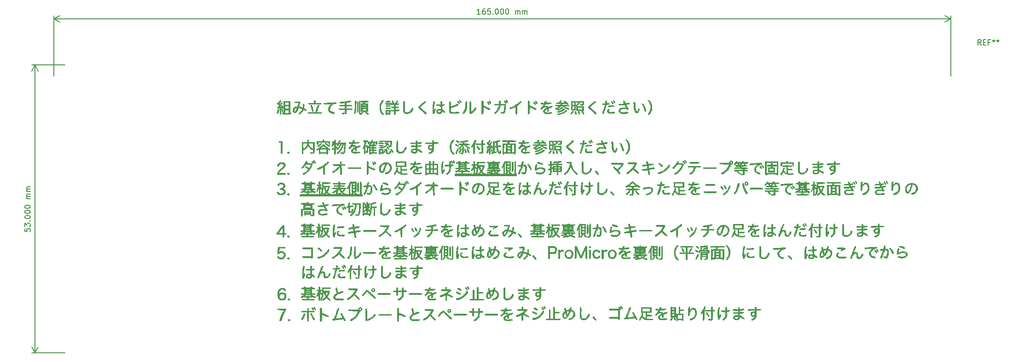
<source format=gbr>
G04 #@! TF.GenerationSoftware,KiCad,Pcbnew,(5.1.5)-3*
G04 #@! TF.CreationDate,2021-03-06T02:16:54+09:00*
G04 #@! TF.ProjectId,Kleine Gherkin,4b6c6569-6e65-4204-9768-65726b696e2e,rev?*
G04 #@! TF.SameCoordinates,Original*
G04 #@! TF.FileFunction,Legend,Top*
G04 #@! TF.FilePolarity,Positive*
%FSLAX46Y46*%
G04 Gerber Fmt 4.6, Leading zero omitted, Abs format (unit mm)*
G04 Created by KiCad (PCBNEW (5.1.5)-3) date 2021-03-06 02:16:54*
%MOMM*%
%LPD*%
G04 APERTURE LIST*
%ADD10C,0.150000*%
%ADD11C,0.010000*%
G04 APERTURE END LIST*
D10*
X25152380Y-61619047D02*
X25152380Y-62095238D01*
X25628571Y-62142857D01*
X25580952Y-62095238D01*
X25533333Y-62000000D01*
X25533333Y-61761904D01*
X25580952Y-61666666D01*
X25628571Y-61619047D01*
X25723809Y-61571428D01*
X25961904Y-61571428D01*
X26057142Y-61619047D01*
X26104761Y-61666666D01*
X26152380Y-61761904D01*
X26152380Y-62000000D01*
X26104761Y-62095238D01*
X26057142Y-62142857D01*
X25152380Y-61238095D02*
X25152380Y-60619047D01*
X25533333Y-60952380D01*
X25533333Y-60809523D01*
X25580952Y-60714285D01*
X25628571Y-60666666D01*
X25723809Y-60619047D01*
X25961904Y-60619047D01*
X26057142Y-60666666D01*
X26104761Y-60714285D01*
X26152380Y-60809523D01*
X26152380Y-61095238D01*
X26104761Y-61190476D01*
X26057142Y-61238095D01*
X26057142Y-60190476D02*
X26104761Y-60142857D01*
X26152380Y-60190476D01*
X26104761Y-60238095D01*
X26057142Y-60190476D01*
X26152380Y-60190476D01*
X25152380Y-59523809D02*
X25152380Y-59428571D01*
X25200000Y-59333333D01*
X25247619Y-59285714D01*
X25342857Y-59238095D01*
X25533333Y-59190476D01*
X25771428Y-59190476D01*
X25961904Y-59238095D01*
X26057142Y-59285714D01*
X26104761Y-59333333D01*
X26152380Y-59428571D01*
X26152380Y-59523809D01*
X26104761Y-59619047D01*
X26057142Y-59666666D01*
X25961904Y-59714285D01*
X25771428Y-59761904D01*
X25533333Y-59761904D01*
X25342857Y-59714285D01*
X25247619Y-59666666D01*
X25200000Y-59619047D01*
X25152380Y-59523809D01*
X25152380Y-58571428D02*
X25152380Y-58476190D01*
X25200000Y-58380952D01*
X25247619Y-58333333D01*
X25342857Y-58285714D01*
X25533333Y-58238095D01*
X25771428Y-58238095D01*
X25961904Y-58285714D01*
X26057142Y-58333333D01*
X26104761Y-58380952D01*
X26152380Y-58476190D01*
X26152380Y-58571428D01*
X26104761Y-58666666D01*
X26057142Y-58714285D01*
X25961904Y-58761904D01*
X25771428Y-58809523D01*
X25533333Y-58809523D01*
X25342857Y-58761904D01*
X25247619Y-58714285D01*
X25200000Y-58666666D01*
X25152380Y-58571428D01*
X25152380Y-57619047D02*
X25152380Y-57523809D01*
X25200000Y-57428571D01*
X25247619Y-57380952D01*
X25342857Y-57333333D01*
X25533333Y-57285714D01*
X25771428Y-57285714D01*
X25961904Y-57333333D01*
X26057142Y-57380952D01*
X26104761Y-57428571D01*
X26152380Y-57523809D01*
X26152380Y-57619047D01*
X26104761Y-57714285D01*
X26057142Y-57761904D01*
X25961904Y-57809523D01*
X25771428Y-57857142D01*
X25533333Y-57857142D01*
X25342857Y-57809523D01*
X25247619Y-57761904D01*
X25200000Y-57714285D01*
X25152380Y-57619047D01*
X26152380Y-56095238D02*
X25485714Y-56095238D01*
X25580952Y-56095238D02*
X25533333Y-56047619D01*
X25485714Y-55952380D01*
X25485714Y-55809523D01*
X25533333Y-55714285D01*
X25628571Y-55666666D01*
X26152380Y-55666666D01*
X25628571Y-55666666D02*
X25533333Y-55619047D01*
X25485714Y-55523809D01*
X25485714Y-55380952D01*
X25533333Y-55285714D01*
X25628571Y-55238095D01*
X26152380Y-55238095D01*
X26152380Y-54761904D02*
X25485714Y-54761904D01*
X25580952Y-54761904D02*
X25533333Y-54714285D01*
X25485714Y-54619047D01*
X25485714Y-54476190D01*
X25533333Y-54380952D01*
X25628571Y-54333333D01*
X26152380Y-54333333D01*
X25628571Y-54333333D02*
X25533333Y-54285714D01*
X25485714Y-54190476D01*
X25485714Y-54047619D01*
X25533333Y-53952380D01*
X25628571Y-53904761D01*
X26152380Y-53904761D01*
X27000000Y-84500000D02*
X27000000Y-31500000D01*
X32500000Y-84500000D02*
X26413579Y-84500000D01*
X32500000Y-31500000D02*
X26413579Y-31500000D01*
X27000000Y-31500000D02*
X27586421Y-32626504D01*
X27000000Y-31500000D02*
X26413579Y-32626504D01*
X27000000Y-84500000D02*
X27586421Y-83373496D01*
X27000000Y-84500000D02*
X26413579Y-83373496D01*
X108952380Y-22152380D02*
X108380952Y-22152380D01*
X108666666Y-22152380D02*
X108666666Y-21152380D01*
X108571428Y-21295238D01*
X108476190Y-21390476D01*
X108380952Y-21438095D01*
X109809523Y-21152380D02*
X109619047Y-21152380D01*
X109523809Y-21200000D01*
X109476190Y-21247619D01*
X109380952Y-21390476D01*
X109333333Y-21580952D01*
X109333333Y-21961904D01*
X109380952Y-22057142D01*
X109428571Y-22104761D01*
X109523809Y-22152380D01*
X109714285Y-22152380D01*
X109809523Y-22104761D01*
X109857142Y-22057142D01*
X109904761Y-21961904D01*
X109904761Y-21723809D01*
X109857142Y-21628571D01*
X109809523Y-21580952D01*
X109714285Y-21533333D01*
X109523809Y-21533333D01*
X109428571Y-21580952D01*
X109380952Y-21628571D01*
X109333333Y-21723809D01*
X110809523Y-21152380D02*
X110333333Y-21152380D01*
X110285714Y-21628571D01*
X110333333Y-21580952D01*
X110428571Y-21533333D01*
X110666666Y-21533333D01*
X110761904Y-21580952D01*
X110809523Y-21628571D01*
X110857142Y-21723809D01*
X110857142Y-21961904D01*
X110809523Y-22057142D01*
X110761904Y-22104761D01*
X110666666Y-22152380D01*
X110428571Y-22152380D01*
X110333333Y-22104761D01*
X110285714Y-22057142D01*
X111285714Y-22057142D02*
X111333333Y-22104761D01*
X111285714Y-22152380D01*
X111238095Y-22104761D01*
X111285714Y-22057142D01*
X111285714Y-22152380D01*
X111952380Y-21152380D02*
X112047619Y-21152380D01*
X112142857Y-21200000D01*
X112190476Y-21247619D01*
X112238095Y-21342857D01*
X112285714Y-21533333D01*
X112285714Y-21771428D01*
X112238095Y-21961904D01*
X112190476Y-22057142D01*
X112142857Y-22104761D01*
X112047619Y-22152380D01*
X111952380Y-22152380D01*
X111857142Y-22104761D01*
X111809523Y-22057142D01*
X111761904Y-21961904D01*
X111714285Y-21771428D01*
X111714285Y-21533333D01*
X111761904Y-21342857D01*
X111809523Y-21247619D01*
X111857142Y-21200000D01*
X111952380Y-21152380D01*
X112904761Y-21152380D02*
X113000000Y-21152380D01*
X113095238Y-21200000D01*
X113142857Y-21247619D01*
X113190476Y-21342857D01*
X113238095Y-21533333D01*
X113238095Y-21771428D01*
X113190476Y-21961904D01*
X113142857Y-22057142D01*
X113095238Y-22104761D01*
X113000000Y-22152380D01*
X112904761Y-22152380D01*
X112809523Y-22104761D01*
X112761904Y-22057142D01*
X112714285Y-21961904D01*
X112666666Y-21771428D01*
X112666666Y-21533333D01*
X112714285Y-21342857D01*
X112761904Y-21247619D01*
X112809523Y-21200000D01*
X112904761Y-21152380D01*
X113857142Y-21152380D02*
X113952380Y-21152380D01*
X114047619Y-21200000D01*
X114095238Y-21247619D01*
X114142857Y-21342857D01*
X114190476Y-21533333D01*
X114190476Y-21771428D01*
X114142857Y-21961904D01*
X114095238Y-22057142D01*
X114047619Y-22104761D01*
X113952380Y-22152380D01*
X113857142Y-22152380D01*
X113761904Y-22104761D01*
X113714285Y-22057142D01*
X113666666Y-21961904D01*
X113619047Y-21771428D01*
X113619047Y-21533333D01*
X113666666Y-21342857D01*
X113714285Y-21247619D01*
X113761904Y-21200000D01*
X113857142Y-21152380D01*
X115380952Y-22152380D02*
X115380952Y-21485714D01*
X115380952Y-21580952D02*
X115428571Y-21533333D01*
X115523809Y-21485714D01*
X115666666Y-21485714D01*
X115761904Y-21533333D01*
X115809523Y-21628571D01*
X115809523Y-22152380D01*
X115809523Y-21628571D02*
X115857142Y-21533333D01*
X115952380Y-21485714D01*
X116095238Y-21485714D01*
X116190476Y-21533333D01*
X116238095Y-21628571D01*
X116238095Y-22152380D01*
X116714285Y-22152380D02*
X116714285Y-21485714D01*
X116714285Y-21580952D02*
X116761904Y-21533333D01*
X116857142Y-21485714D01*
X117000000Y-21485714D01*
X117095238Y-21533333D01*
X117142857Y-21628571D01*
X117142857Y-22152380D01*
X117142857Y-21628571D02*
X117190476Y-21533333D01*
X117285714Y-21485714D01*
X117428571Y-21485714D01*
X117523809Y-21533333D01*
X117571428Y-21628571D01*
X117571428Y-22152380D01*
X195500000Y-23000000D02*
X30500000Y-23000000D01*
X195500000Y-33500000D02*
X195500000Y-22413579D01*
X30500000Y-33500000D02*
X30500000Y-22413579D01*
X30500000Y-23000000D02*
X31626504Y-22413579D01*
X30500000Y-23000000D02*
X31626504Y-23586421D01*
X195500000Y-23000000D02*
X194373496Y-22413579D01*
X195500000Y-23000000D02*
X194373496Y-23586421D01*
D11*
G36*
X108734019Y-76244370D02*
G01*
X108773528Y-76323909D01*
X108793665Y-76491284D01*
X108794554Y-76504767D01*
X108812558Y-76785349D01*
X109093139Y-76775785D01*
X109264794Y-76776669D01*
X109348389Y-76801885D01*
X109373226Y-76862231D01*
X109373721Y-76879157D01*
X109356502Y-76947164D01*
X109285815Y-76981060D01*
X109133108Y-76991762D01*
X109078372Y-76992093D01*
X108783023Y-76992093D01*
X108782694Y-77272674D01*
X108768284Y-77501297D01*
X108732792Y-77725673D01*
X108719788Y-77778603D01*
X108633327Y-77970605D01*
X108492917Y-78159513D01*
X108320567Y-78328082D01*
X108138284Y-78459070D01*
X107968077Y-78535233D01*
X107831955Y-78539326D01*
X107785319Y-78510761D01*
X107724860Y-78419895D01*
X107770653Y-78359105D01*
X107866358Y-78326713D01*
X108064489Y-78230820D01*
X108261661Y-78062339D01*
X108418505Y-77860405D01*
X108485910Y-77710838D01*
X108526067Y-77502399D01*
X108545960Y-77274116D01*
X108546414Y-77243140D01*
X108546744Y-76992093D01*
X107719767Y-76992093D01*
X107719767Y-77346512D01*
X107715456Y-77544462D01*
X107696521Y-77651423D01*
X107653954Y-77694414D01*
X107601628Y-77700930D01*
X107535644Y-77687998D01*
X107499990Y-77631191D01*
X107485660Y-77503490D01*
X107483488Y-77346512D01*
X107483488Y-76992093D01*
X107183808Y-76992093D01*
X107006158Y-76986080D01*
X106920591Y-76961697D01*
X106901380Y-76909429D01*
X106904346Y-76888721D01*
X106938565Y-76825868D01*
X107028352Y-76800918D01*
X107204026Y-76805437D01*
X107483488Y-76825524D01*
X107483488Y-76524855D01*
X107489486Y-76345763D01*
X107515033Y-76255684D01*
X107571462Y-76225777D01*
X107601628Y-76224186D01*
X107672488Y-76239736D01*
X107707829Y-76305738D01*
X107719262Y-76451221D01*
X107719767Y-76519535D01*
X107719767Y-76814884D01*
X108546744Y-76814884D01*
X108546744Y-76519535D01*
X108553184Y-76341971D01*
X108579961Y-76253443D01*
X108638259Y-76225204D01*
X108661647Y-76224186D01*
X108734019Y-76244370D01*
G37*
X108734019Y-76244370D02*
X108773528Y-76323909D01*
X108793665Y-76491284D01*
X108794554Y-76504767D01*
X108812558Y-76785349D01*
X109093139Y-76775785D01*
X109264794Y-76776669D01*
X109348389Y-76801885D01*
X109373226Y-76862231D01*
X109373721Y-76879157D01*
X109356502Y-76947164D01*
X109285815Y-76981060D01*
X109133108Y-76991762D01*
X109078372Y-76992093D01*
X108783023Y-76992093D01*
X108782694Y-77272674D01*
X108768284Y-77501297D01*
X108732792Y-77725673D01*
X108719788Y-77778603D01*
X108633327Y-77970605D01*
X108492917Y-78159513D01*
X108320567Y-78328082D01*
X108138284Y-78459070D01*
X107968077Y-78535233D01*
X107831955Y-78539326D01*
X107785319Y-78510761D01*
X107724860Y-78419895D01*
X107770653Y-78359105D01*
X107866358Y-78326713D01*
X108064489Y-78230820D01*
X108261661Y-78062339D01*
X108418505Y-77860405D01*
X108485910Y-77710838D01*
X108526067Y-77502399D01*
X108545960Y-77274116D01*
X108546414Y-77243140D01*
X108546744Y-76992093D01*
X107719767Y-76992093D01*
X107719767Y-77346512D01*
X107715456Y-77544462D01*
X107696521Y-77651423D01*
X107653954Y-77694414D01*
X107601628Y-77700930D01*
X107535644Y-77687998D01*
X107499990Y-77631191D01*
X107485660Y-77503490D01*
X107483488Y-77346512D01*
X107483488Y-76992093D01*
X107183808Y-76992093D01*
X107006158Y-76986080D01*
X106920591Y-76961697D01*
X106901380Y-76909429D01*
X106904346Y-76888721D01*
X106938565Y-76825868D01*
X107028352Y-76800918D01*
X107204026Y-76805437D01*
X107483488Y-76825524D01*
X107483488Y-76524855D01*
X107489486Y-76345763D01*
X107515033Y-76255684D01*
X107571462Y-76225777D01*
X107601628Y-76224186D01*
X107672488Y-76239736D01*
X107707829Y-76305738D01*
X107719262Y-76451221D01*
X107719767Y-76519535D01*
X107719767Y-76814884D01*
X108546744Y-76814884D01*
X108546744Y-76519535D01*
X108553184Y-76341971D01*
X108579961Y-76253443D01*
X108638259Y-76225204D01*
X108661647Y-76224186D01*
X108734019Y-76244370D01*
G36*
X113673455Y-76179524D02*
G01*
X113746188Y-76211893D01*
X113756033Y-76284580D01*
X113709750Y-76425687D01*
X113695387Y-76480379D01*
X113719262Y-76511023D01*
X113802618Y-76521236D01*
X113966694Y-76514635D01*
X114152432Y-76501062D01*
X114391187Y-76484863D01*
X114534459Y-76483607D01*
X114604301Y-76500332D01*
X114622770Y-76538072D01*
X114619706Y-76565375D01*
X114588924Y-76617293D01*
X114505458Y-76655750D01*
X114348191Y-76686592D01*
X114096001Y-76715663D01*
X114066317Y-76718547D01*
X113810202Y-76745721D01*
X113645112Y-76773588D01*
X113544229Y-76811230D01*
X113480736Y-76867725D01*
X113439983Y-76930603D01*
X113347744Y-77091320D01*
X113627061Y-77064481D01*
X113806701Y-77055941D01*
X113915805Y-77083927D01*
X113999829Y-77162529D01*
X114017608Y-77185541D01*
X114128837Y-77333440D01*
X114438189Y-77217878D01*
X114618527Y-77160387D01*
X114756547Y-77134274D01*
X114807375Y-77139295D01*
X114868039Y-77215647D01*
X114812487Y-77296019D01*
X114642506Y-77378704D01*
X114512709Y-77421103D01*
X114158372Y-77525228D01*
X114158372Y-77819824D01*
X114151887Y-77997135D01*
X114124965Y-78085425D01*
X114066404Y-78113453D01*
X114043629Y-78114419D01*
X113966084Y-78090081D01*
X113925705Y-77997748D01*
X113910722Y-77873621D01*
X113892558Y-77632823D01*
X113685814Y-77772602D01*
X113541187Y-77895267D01*
X113483589Y-78023554D01*
X113479069Y-78086972D01*
X113491474Y-78199602D01*
X113550069Y-78262619D01*
X113686927Y-78305151D01*
X113729459Y-78314385D01*
X113992778Y-78337085D01*
X114308637Y-78313460D01*
X114349691Y-78307176D01*
X114585535Y-78279328D01*
X114727718Y-78292561D01*
X114794907Y-78351362D01*
X114807235Y-78417151D01*
X114753910Y-78453650D01*
X114611042Y-78484361D01*
X114407152Y-78507772D01*
X114170759Y-78522371D01*
X113930383Y-78526646D01*
X113714543Y-78519085D01*
X113551760Y-78498177D01*
X113508604Y-78486001D01*
X113320865Y-78365184D01*
X113224658Y-78191854D01*
X113225020Y-77993969D01*
X113326987Y-77799486D01*
X113375697Y-77748260D01*
X113547432Y-77612261D01*
X113733280Y-77497765D01*
X113734296Y-77497251D01*
X113858343Y-77422974D01*
X113887714Y-77362309D01*
X113859970Y-77313298D01*
X113729035Y-77241262D01*
X113543382Y-77255457D01*
X113321944Y-77349740D01*
X113083653Y-77517969D01*
X113001082Y-77591940D01*
X112881964Y-77696182D01*
X112810212Y-77723981D01*
X112752750Y-77685417D01*
X112740618Y-77671300D01*
X112705574Y-77602911D01*
X112730146Y-77524156D01*
X112826714Y-77405147D01*
X112870135Y-77358647D01*
X113045331Y-77160737D01*
X113181151Y-76982359D01*
X113259836Y-76848102D01*
X113272325Y-76801740D01*
X113219505Y-76774345D01*
X113085872Y-76757917D01*
X113006511Y-76755814D01*
X112841144Y-76748552D01*
X112762861Y-76717158D01*
X112741006Y-76647225D01*
X112740697Y-76630868D01*
X112749645Y-76560761D01*
X112795366Y-76529149D01*
X112906182Y-76528718D01*
X113066758Y-76546661D01*
X113392818Y-76587400D01*
X113482655Y-76372391D01*
X113568649Y-76220971D01*
X113658913Y-76177387D01*
X113673455Y-76179524D01*
G37*
X113673455Y-76179524D02*
X113746188Y-76211893D01*
X113756033Y-76284580D01*
X113709750Y-76425687D01*
X113695387Y-76480379D01*
X113719262Y-76511023D01*
X113802618Y-76521236D01*
X113966694Y-76514635D01*
X114152432Y-76501062D01*
X114391187Y-76484863D01*
X114534459Y-76483607D01*
X114604301Y-76500332D01*
X114622770Y-76538072D01*
X114619706Y-76565375D01*
X114588924Y-76617293D01*
X114505458Y-76655750D01*
X114348191Y-76686592D01*
X114096001Y-76715663D01*
X114066317Y-76718547D01*
X113810202Y-76745721D01*
X113645112Y-76773588D01*
X113544229Y-76811230D01*
X113480736Y-76867725D01*
X113439983Y-76930603D01*
X113347744Y-77091320D01*
X113627061Y-77064481D01*
X113806701Y-77055941D01*
X113915805Y-77083927D01*
X113999829Y-77162529D01*
X114017608Y-77185541D01*
X114128837Y-77333440D01*
X114438189Y-77217878D01*
X114618527Y-77160387D01*
X114756547Y-77134274D01*
X114807375Y-77139295D01*
X114868039Y-77215647D01*
X114812487Y-77296019D01*
X114642506Y-77378704D01*
X114512709Y-77421103D01*
X114158372Y-77525228D01*
X114158372Y-77819824D01*
X114151887Y-77997135D01*
X114124965Y-78085425D01*
X114066404Y-78113453D01*
X114043629Y-78114419D01*
X113966084Y-78090081D01*
X113925705Y-77997748D01*
X113910722Y-77873621D01*
X113892558Y-77632823D01*
X113685814Y-77772602D01*
X113541187Y-77895267D01*
X113483589Y-78023554D01*
X113479069Y-78086972D01*
X113491474Y-78199602D01*
X113550069Y-78262619D01*
X113686927Y-78305151D01*
X113729459Y-78314385D01*
X113992778Y-78337085D01*
X114308637Y-78313460D01*
X114349691Y-78307176D01*
X114585535Y-78279328D01*
X114727718Y-78292561D01*
X114794907Y-78351362D01*
X114807235Y-78417151D01*
X114753910Y-78453650D01*
X114611042Y-78484361D01*
X114407152Y-78507772D01*
X114170759Y-78522371D01*
X113930383Y-78526646D01*
X113714543Y-78519085D01*
X113551760Y-78498177D01*
X113508604Y-78486001D01*
X113320865Y-78365184D01*
X113224658Y-78191854D01*
X113225020Y-77993969D01*
X113326987Y-77799486D01*
X113375697Y-77748260D01*
X113547432Y-77612261D01*
X113733280Y-77497765D01*
X113734296Y-77497251D01*
X113858343Y-77422974D01*
X113887714Y-77362309D01*
X113859970Y-77313298D01*
X113729035Y-77241262D01*
X113543382Y-77255457D01*
X113321944Y-77349740D01*
X113083653Y-77517969D01*
X113001082Y-77591940D01*
X112881964Y-77696182D01*
X112810212Y-77723981D01*
X112752750Y-77685417D01*
X112740618Y-77671300D01*
X112705574Y-77602911D01*
X112730146Y-77524156D01*
X112826714Y-77405147D01*
X112870135Y-77358647D01*
X113045331Y-77160737D01*
X113181151Y-76982359D01*
X113259836Y-76848102D01*
X113272325Y-76801740D01*
X113219505Y-76774345D01*
X113085872Y-76757917D01*
X113006511Y-76755814D01*
X112841144Y-76748552D01*
X112762861Y-76717158D01*
X112741006Y-76647225D01*
X112740697Y-76630868D01*
X112749645Y-76560761D01*
X112795366Y-76529149D01*
X112906182Y-76528718D01*
X113066758Y-76546661D01*
X113392818Y-76587400D01*
X113482655Y-76372391D01*
X113568649Y-76220971D01*
X113658913Y-76177387D01*
X113673455Y-76179524D01*
G36*
X111369895Y-77287907D02*
G01*
X111668271Y-77290315D01*
X111878954Y-77296191D01*
X112017167Y-77307055D01*
X112098134Y-77324431D01*
X112137077Y-77349840D01*
X112149220Y-77384804D01*
X112150000Y-77405581D01*
X112145353Y-77445710D01*
X112121264Y-77475548D01*
X112062509Y-77496616D01*
X111953866Y-77510438D01*
X111780111Y-77518534D01*
X111526022Y-77522429D01*
X111176375Y-77523643D01*
X110968604Y-77523721D01*
X110567313Y-77523256D01*
X110268938Y-77520847D01*
X110058255Y-77514972D01*
X109920042Y-77504108D01*
X109839075Y-77486732D01*
X109800132Y-77461323D01*
X109787988Y-77426358D01*
X109787209Y-77405581D01*
X109791856Y-77365452D01*
X109815945Y-77335615D01*
X109874699Y-77314546D01*
X109983343Y-77300725D01*
X110157097Y-77292628D01*
X110411187Y-77288734D01*
X110760834Y-77287520D01*
X110968604Y-77287442D01*
X111369895Y-77287907D01*
G37*
X111369895Y-77287907D02*
X111668271Y-77290315D01*
X111878954Y-77296191D01*
X112017167Y-77307055D01*
X112098134Y-77324431D01*
X112137077Y-77349840D01*
X112149220Y-77384804D01*
X112150000Y-77405581D01*
X112145353Y-77445710D01*
X112121264Y-77475548D01*
X112062509Y-77496616D01*
X111953866Y-77510438D01*
X111780111Y-77518534D01*
X111526022Y-77522429D01*
X111176375Y-77523643D01*
X110968604Y-77523721D01*
X110567313Y-77523256D01*
X110268938Y-77520847D01*
X110058255Y-77514972D01*
X109920042Y-77504108D01*
X109839075Y-77486732D01*
X109800132Y-77461323D01*
X109787988Y-77426358D01*
X109787209Y-77405581D01*
X109791856Y-77365452D01*
X109815945Y-77335615D01*
X109874699Y-77314546D01*
X109983343Y-77300725D01*
X110157097Y-77292628D01*
X110411187Y-77288734D01*
X110760834Y-77287520D01*
X110968604Y-77287442D01*
X111369895Y-77287907D01*
G36*
X105640128Y-77287907D02*
G01*
X105938503Y-77290315D01*
X106149186Y-77296191D01*
X106287399Y-77307055D01*
X106368366Y-77324431D01*
X106407310Y-77349840D01*
X106419453Y-77384804D01*
X106420232Y-77405581D01*
X106415585Y-77445710D01*
X106391496Y-77475548D01*
X106332742Y-77496616D01*
X106224099Y-77510438D01*
X106050344Y-77518534D01*
X105796255Y-77522429D01*
X105446607Y-77523643D01*
X105238837Y-77523721D01*
X104837546Y-77523256D01*
X104539170Y-77520847D01*
X104328488Y-77514972D01*
X104190274Y-77504108D01*
X104109308Y-77486732D01*
X104070364Y-77461323D01*
X104058221Y-77426358D01*
X104057442Y-77405581D01*
X104062088Y-77365452D01*
X104086177Y-77335615D01*
X104144932Y-77314546D01*
X104253575Y-77300725D01*
X104427330Y-77292628D01*
X104681419Y-77288734D01*
X105031066Y-77287520D01*
X105238837Y-77287442D01*
X105640128Y-77287907D01*
G37*
X105640128Y-77287907D02*
X105938503Y-77290315D01*
X106149186Y-77296191D01*
X106287399Y-77307055D01*
X106368366Y-77324431D01*
X106407310Y-77349840D01*
X106419453Y-77384804D01*
X106420232Y-77405581D01*
X106415585Y-77445710D01*
X106391496Y-77475548D01*
X106332742Y-77496616D01*
X106224099Y-77510438D01*
X106050344Y-77518534D01*
X105796255Y-77522429D01*
X105446607Y-77523643D01*
X105238837Y-77523721D01*
X104837546Y-77523256D01*
X104539170Y-77520847D01*
X104328488Y-77514972D01*
X104190274Y-77504108D01*
X104109308Y-77486732D01*
X104070364Y-77461323D01*
X104058221Y-77426358D01*
X104057442Y-77405581D01*
X104062088Y-77365452D01*
X104086177Y-77335615D01*
X104144932Y-77314546D01*
X104253575Y-77300725D01*
X104427330Y-77292628D01*
X104681419Y-77288734D01*
X105031066Y-77287520D01*
X105238837Y-77287442D01*
X105640128Y-77287907D01*
G36*
X103406994Y-76442396D02*
G01*
X103506388Y-76565697D01*
X103525814Y-76696744D01*
X103500026Y-76840795D01*
X103454930Y-76921209D01*
X103322646Y-76982211D01*
X103150394Y-76982011D01*
X102997585Y-76923289D01*
X102968870Y-76899269D01*
X102885406Y-76750128D01*
X102889927Y-76702683D01*
X103009498Y-76702683D01*
X103053256Y-76785349D01*
X103150005Y-76860218D01*
X103200930Y-76873953D01*
X103297907Y-76832587D01*
X103348604Y-76785349D01*
X103392362Y-76690805D01*
X103348604Y-76608140D01*
X103251855Y-76533270D01*
X103200930Y-76519535D01*
X103103952Y-76560901D01*
X103053256Y-76608140D01*
X103009498Y-76702683D01*
X102889927Y-76702683D01*
X102899901Y-76598027D01*
X102996933Y-76473196D01*
X103161079Y-76405866D01*
X103222870Y-76401395D01*
X103406994Y-76442396D01*
G37*
X103406994Y-76442396D02*
X103506388Y-76565697D01*
X103525814Y-76696744D01*
X103500026Y-76840795D01*
X103454930Y-76921209D01*
X103322646Y-76982211D01*
X103150394Y-76982011D01*
X102997585Y-76923289D01*
X102968870Y-76899269D01*
X102885406Y-76750128D01*
X102889927Y-76702683D01*
X103009498Y-76702683D01*
X103053256Y-76785349D01*
X103150005Y-76860218D01*
X103200930Y-76873953D01*
X103297907Y-76832587D01*
X103348604Y-76785349D01*
X103392362Y-76690805D01*
X103348604Y-76608140D01*
X103251855Y-76533270D01*
X103200930Y-76519535D01*
X103103952Y-76560901D01*
X103053256Y-76608140D01*
X103009498Y-76702683D01*
X102889927Y-76702683D01*
X102899901Y-76598027D01*
X102996933Y-76473196D01*
X103161079Y-76405866D01*
X103222870Y-76401395D01*
X103406994Y-76442396D01*
G36*
X102166600Y-76740684D02*
G01*
X102340240Y-76868087D01*
X102573370Y-77072331D01*
X102724701Y-77215814D01*
X102949725Y-77431590D01*
X103163448Y-77632234D01*
X103341311Y-77794949D01*
X103456336Y-77894971D01*
X103585450Y-78034567D01*
X103631017Y-78162081D01*
X103587520Y-78254115D01*
X103545969Y-78275092D01*
X103483167Y-78243161D01*
X103352890Y-78140313D01*
X103170475Y-77979888D01*
X102951256Y-77775227D01*
X102780427Y-77609143D01*
X102083334Y-76920404D01*
X101933295Y-77090932D01*
X101812263Y-77230045D01*
X101654546Y-77413321D01*
X101533515Y-77555032D01*
X101393868Y-77711021D01*
X101305440Y-77784097D01*
X101249591Y-77786619D01*
X101224359Y-77760000D01*
X101192539Y-77709842D01*
X101182667Y-77663528D01*
X101205389Y-77601727D01*
X101271349Y-77505105D01*
X101391194Y-77354331D01*
X101562499Y-77145945D01*
X101776344Y-76901448D01*
X101936449Y-76753745D01*
X102048628Y-76697597D01*
X102060921Y-76696744D01*
X102166600Y-76740684D01*
G37*
X102166600Y-76740684D02*
X102340240Y-76868087D01*
X102573370Y-77072331D01*
X102724701Y-77215814D01*
X102949725Y-77431590D01*
X103163448Y-77632234D01*
X103341311Y-77794949D01*
X103456336Y-77894971D01*
X103585450Y-78034567D01*
X103631017Y-78162081D01*
X103587520Y-78254115D01*
X103545969Y-78275092D01*
X103483167Y-78243161D01*
X103352890Y-78140313D01*
X103170475Y-77979888D01*
X102951256Y-77775227D01*
X102780427Y-77609143D01*
X102083334Y-76920404D01*
X101933295Y-77090932D01*
X101812263Y-77230045D01*
X101654546Y-77413321D01*
X101533515Y-77555032D01*
X101393868Y-77711021D01*
X101305440Y-77784097D01*
X101249591Y-77786619D01*
X101224359Y-77760000D01*
X101192539Y-77709842D01*
X101182667Y-77663528D01*
X101205389Y-77601727D01*
X101271349Y-77505105D01*
X101391194Y-77354331D01*
X101562499Y-77145945D01*
X101776344Y-76901448D01*
X101936449Y-76753745D01*
X102048628Y-76697597D01*
X102060921Y-76696744D01*
X102166600Y-76740684D01*
G36*
X99823757Y-76404798D02*
G01*
X100067261Y-76415747D01*
X100217449Y-76435355D01*
X100286644Y-76464731D01*
X100293319Y-76475233D01*
X100281647Y-76567790D01*
X100222636Y-76729059D01*
X100130920Y-76927173D01*
X100021133Y-77130261D01*
X99918380Y-77291789D01*
X99811214Y-77443810D01*
X100250839Y-77841978D01*
X100436769Y-78018051D01*
X100583766Y-78171868D01*
X100672758Y-78282625D01*
X100690465Y-78321470D01*
X100667847Y-78411924D01*
X100595262Y-78423350D01*
X100465611Y-78352475D01*
X100271794Y-78196026D01*
X100120723Y-78058760D01*
X99672147Y-77639840D01*
X99413106Y-77878616D01*
X99245915Y-78021010D01*
X99051023Y-78169790D01*
X98855938Y-78306028D01*
X98688165Y-78410798D01*
X98575213Y-78465172D01*
X98555324Y-78468837D01*
X98492982Y-78423976D01*
X98455227Y-78369616D01*
X98440125Y-78297941D01*
X98499030Y-78231494D01*
X98644269Y-78151457D01*
X98835519Y-78028703D01*
X99067015Y-77836415D01*
X99311608Y-77602094D01*
X99542152Y-77353238D01*
X99731497Y-77117345D01*
X99847154Y-76933023D01*
X99978178Y-76667209D01*
X99330135Y-76650507D01*
X99045816Y-76641636D01*
X98859268Y-76629762D01*
X98750126Y-76610709D01*
X98698028Y-76580302D01*
X98682610Y-76534363D01*
X98682093Y-76517600D01*
X98688847Y-76470766D01*
X98721454Y-76438539D01*
X98798430Y-76418203D01*
X98938293Y-76407044D01*
X99159559Y-76402347D01*
X99474612Y-76401395D01*
X99823757Y-76404798D01*
G37*
X99823757Y-76404798D02*
X100067261Y-76415747D01*
X100217449Y-76435355D01*
X100286644Y-76464731D01*
X100293319Y-76475233D01*
X100281647Y-76567790D01*
X100222636Y-76729059D01*
X100130920Y-76927173D01*
X100021133Y-77130261D01*
X99918380Y-77291789D01*
X99811214Y-77443810D01*
X100250839Y-77841978D01*
X100436769Y-78018051D01*
X100583766Y-78171868D01*
X100672758Y-78282625D01*
X100690465Y-78321470D01*
X100667847Y-78411924D01*
X100595262Y-78423350D01*
X100465611Y-78352475D01*
X100271794Y-78196026D01*
X100120723Y-78058760D01*
X99672147Y-77639840D01*
X99413106Y-77878616D01*
X99245915Y-78021010D01*
X99051023Y-78169790D01*
X98855938Y-78306028D01*
X98688165Y-78410798D01*
X98575213Y-78465172D01*
X98555324Y-78468837D01*
X98492982Y-78423976D01*
X98455227Y-78369616D01*
X98440125Y-78297941D01*
X98499030Y-78231494D01*
X98644269Y-78151457D01*
X98835519Y-78028703D01*
X99067015Y-77836415D01*
X99311608Y-77602094D01*
X99542152Y-77353238D01*
X99731497Y-77117345D01*
X99847154Y-76933023D01*
X99978178Y-76667209D01*
X99330135Y-76650507D01*
X99045816Y-76641636D01*
X98859268Y-76629762D01*
X98750126Y-76610709D01*
X98698028Y-76580302D01*
X98682610Y-76534363D01*
X98682093Y-76517600D01*
X98688847Y-76470766D01*
X98721454Y-76438539D01*
X98798430Y-76418203D01*
X98938293Y-76407044D01*
X99159559Y-76402347D01*
X99474612Y-76401395D01*
X99823757Y-76404798D01*
G36*
X96472207Y-76267787D02*
G01*
X96512130Y-76337130D01*
X96554191Y-76486523D01*
X96606369Y-76721176D01*
X96660790Y-76957240D01*
X96704979Y-77096302D01*
X96747979Y-77157919D01*
X96798831Y-77161645D01*
X96808405Y-77158133D01*
X96959198Y-77100516D01*
X97147950Y-77033188D01*
X97338889Y-76968263D01*
X97496242Y-76917858D01*
X97584235Y-76894090D01*
X97589519Y-76893569D01*
X97637601Y-76942417D01*
X97661968Y-77006436D01*
X97659984Y-77081968D01*
X97589440Y-77135717D01*
X97426070Y-77186134D01*
X97425443Y-77186292D01*
X97209535Y-77253496D01*
X96955405Y-77351464D01*
X96697669Y-77464671D01*
X96470946Y-77577594D01*
X96309851Y-77674711D01*
X96275556Y-77701934D01*
X96195357Y-77838099D01*
X96169487Y-77996977D01*
X96187997Y-78124658D01*
X96253584Y-78214553D01*
X96381333Y-78271390D01*
X96586328Y-78299894D01*
X96883654Y-78304791D01*
X97129371Y-78297719D01*
X97411200Y-78288455D01*
X97595357Y-78288683D01*
X97702096Y-78300828D01*
X97751672Y-78327316D01*
X97764342Y-78370574D01*
X97764371Y-78373775D01*
X97741749Y-78444236D01*
X97663525Y-78493494D01*
X97514159Y-78524792D01*
X97278114Y-78541376D01*
X96939849Y-78546492D01*
X96937394Y-78546495D01*
X96650143Y-78541949D01*
X96449771Y-78524388D01*
X96305306Y-78488993D01*
X96185771Y-78430949D01*
X96182782Y-78429135D01*
X95989681Y-78258722D01*
X95907186Y-78058382D01*
X95935497Y-77840225D01*
X96074812Y-77616363D01*
X96167858Y-77522300D01*
X96307424Y-77402287D01*
X96416197Y-77319495D01*
X96450000Y-77300000D01*
X96469497Y-77231324D01*
X96448917Y-77060326D01*
X96393456Y-76812059D01*
X96336911Y-76573091D01*
X96313268Y-76423164D01*
X96320773Y-76338379D01*
X96355624Y-76296103D01*
X96423634Y-76260208D01*
X96472207Y-76267787D01*
G37*
X96472207Y-76267787D02*
X96512130Y-76337130D01*
X96554191Y-76486523D01*
X96606369Y-76721176D01*
X96660790Y-76957240D01*
X96704979Y-77096302D01*
X96747979Y-77157919D01*
X96798831Y-77161645D01*
X96808405Y-77158133D01*
X96959198Y-77100516D01*
X97147950Y-77033188D01*
X97338889Y-76968263D01*
X97496242Y-76917858D01*
X97584235Y-76894090D01*
X97589519Y-76893569D01*
X97637601Y-76942417D01*
X97661968Y-77006436D01*
X97659984Y-77081968D01*
X97589440Y-77135717D01*
X97426070Y-77186134D01*
X97425443Y-77186292D01*
X97209535Y-77253496D01*
X96955405Y-77351464D01*
X96697669Y-77464671D01*
X96470946Y-77577594D01*
X96309851Y-77674711D01*
X96275556Y-77701934D01*
X96195357Y-77838099D01*
X96169487Y-77996977D01*
X96187997Y-78124658D01*
X96253584Y-78214553D01*
X96381333Y-78271390D01*
X96586328Y-78299894D01*
X96883654Y-78304791D01*
X97129371Y-78297719D01*
X97411200Y-78288455D01*
X97595357Y-78288683D01*
X97702096Y-78300828D01*
X97751672Y-78327316D01*
X97764342Y-78370574D01*
X97764371Y-78373775D01*
X97741749Y-78444236D01*
X97663525Y-78493494D01*
X97514159Y-78524792D01*
X97278114Y-78541376D01*
X96939849Y-78546492D01*
X96937394Y-78546495D01*
X96650143Y-78541949D01*
X96449771Y-78524388D01*
X96305306Y-78488993D01*
X96185771Y-78430949D01*
X96182782Y-78429135D01*
X95989681Y-78258722D01*
X95907186Y-78058382D01*
X95935497Y-77840225D01*
X96074812Y-77616363D01*
X96167858Y-77522300D01*
X96307424Y-77402287D01*
X96416197Y-77319495D01*
X96450000Y-77300000D01*
X96469497Y-77231324D01*
X96448917Y-77060326D01*
X96393456Y-76812059D01*
X96336911Y-76573091D01*
X96313268Y-76423164D01*
X96320773Y-76338379D01*
X96355624Y-76296103D01*
X96423634Y-76260208D01*
X96472207Y-76267787D01*
G36*
X79368525Y-72265944D02*
G01*
X79401464Y-72340211D01*
X79411639Y-72498378D01*
X79411860Y-72542791D01*
X79415732Y-72717630D01*
X79439536Y-72804816D01*
X79501559Y-72834823D01*
X79589069Y-72838140D01*
X79729757Y-72864556D01*
X79766279Y-72926744D01*
X79714929Y-72998007D01*
X79618604Y-73015349D01*
X79512087Y-73027958D01*
X79480280Y-73078312D01*
X79523232Y-73185200D01*
X79619408Y-73335798D01*
X79714304Y-73506452D01*
X79725452Y-73623689D01*
X79714065Y-73650768D01*
X79670410Y-73697198D01*
X79616919Y-73663420D01*
X79536272Y-73543588D01*
X79412302Y-73340233D01*
X79412081Y-74093372D01*
X79410548Y-74405007D01*
X79404452Y-74617203D01*
X79391223Y-74748647D01*
X79368291Y-74818022D01*
X79333086Y-74844014D01*
X79308488Y-74846589D01*
X79264497Y-74836322D01*
X79235878Y-74792457D01*
X79220133Y-74695518D01*
X79214763Y-74526028D01*
X79217269Y-74264509D01*
X79219443Y-74152519D01*
X79233771Y-73458372D01*
X79089880Y-73768488D01*
X78980778Y-73973754D01*
X78892961Y-74068742D01*
X78820964Y-74058247D01*
X78795861Y-74026384D01*
X78803845Y-73950574D01*
X78856244Y-73803396D01*
X78936455Y-73627663D01*
X79032922Y-73425502D01*
X79110050Y-73248017D01*
X79146433Y-73148256D01*
X79157478Y-73055448D01*
X79099074Y-73019999D01*
X79002352Y-73015349D01*
X78859935Y-72990105D01*
X78821162Y-72926744D01*
X78864328Y-72862289D01*
X79003656Y-72838563D01*
X79035422Y-72838140D01*
X79249682Y-72838140D01*
X79221302Y-72542791D01*
X79209763Y-72366601D01*
X79224569Y-72278293D01*
X79273628Y-72249056D01*
X79302392Y-72247442D01*
X79368525Y-72265944D01*
G37*
X79368525Y-72265944D02*
X79401464Y-72340211D01*
X79411639Y-72498378D01*
X79411860Y-72542791D01*
X79415732Y-72717630D01*
X79439536Y-72804816D01*
X79501559Y-72834823D01*
X79589069Y-72838140D01*
X79729757Y-72864556D01*
X79766279Y-72926744D01*
X79714929Y-72998007D01*
X79618604Y-73015349D01*
X79512087Y-73027958D01*
X79480280Y-73078312D01*
X79523232Y-73185200D01*
X79619408Y-73335798D01*
X79714304Y-73506452D01*
X79725452Y-73623689D01*
X79714065Y-73650768D01*
X79670410Y-73697198D01*
X79616919Y-73663420D01*
X79536272Y-73543588D01*
X79412302Y-73340233D01*
X79412081Y-74093372D01*
X79410548Y-74405007D01*
X79404452Y-74617203D01*
X79391223Y-74748647D01*
X79368291Y-74818022D01*
X79333086Y-74844014D01*
X79308488Y-74846589D01*
X79264497Y-74836322D01*
X79235878Y-74792457D01*
X79220133Y-74695518D01*
X79214763Y-74526028D01*
X79217269Y-74264509D01*
X79219443Y-74152519D01*
X79233771Y-73458372D01*
X79089880Y-73768488D01*
X78980778Y-73973754D01*
X78892961Y-74068742D01*
X78820964Y-74058247D01*
X78795861Y-74026384D01*
X78803845Y-73950574D01*
X78856244Y-73803396D01*
X78936455Y-73627663D01*
X79032922Y-73425502D01*
X79110050Y-73248017D01*
X79146433Y-73148256D01*
X79157478Y-73055448D01*
X79099074Y-73019999D01*
X79002352Y-73015349D01*
X78859935Y-72990105D01*
X78821162Y-72926744D01*
X78864328Y-72862289D01*
X79003656Y-72838563D01*
X79035422Y-72838140D01*
X79249682Y-72838140D01*
X79221302Y-72542791D01*
X79209763Y-72366601D01*
X79224569Y-72278293D01*
X79273628Y-72249056D01*
X79302392Y-72247442D01*
X79368525Y-72265944D01*
G36*
X77915700Y-72289210D02*
G01*
X77935116Y-72365581D01*
X77952508Y-72439409D01*
X78024727Y-72474320D01*
X78181834Y-72483676D01*
X78200930Y-72483721D01*
X78367043Y-72491451D01*
X78445592Y-72523548D01*
X78466642Y-72593373D01*
X78466744Y-72601860D01*
X78449352Y-72675688D01*
X78377133Y-72710599D01*
X78220026Y-72719955D01*
X78200930Y-72720000D01*
X77935116Y-72720000D01*
X77935116Y-73546977D01*
X78230465Y-73546977D01*
X78409127Y-73553939D01*
X78498086Y-73581660D01*
X78525311Y-73640388D01*
X78525814Y-73655209D01*
X78512155Y-73715836D01*
X78452910Y-73743556D01*
X78320677Y-73744994D01*
X78192491Y-73735799D01*
X77997611Y-73726452D01*
X77906021Y-73741176D01*
X77901150Y-73776085D01*
X77986057Y-73850945D01*
X78136647Y-73940973D01*
X78306953Y-74022714D01*
X78451012Y-74072708D01*
X78493926Y-74078605D01*
X78574524Y-74105922D01*
X78561746Y-74194651D01*
X78528400Y-74253652D01*
X78478739Y-74302060D01*
X78399657Y-74296980D01*
X78255050Y-74235812D01*
X78250474Y-74233633D01*
X78087046Y-74172244D01*
X78009531Y-74183818D01*
X78005781Y-74191492D01*
X77938611Y-74227215D01*
X77784813Y-74250198D01*
X77634845Y-74255814D01*
X77440120Y-74259045D01*
X77335580Y-74276605D01*
X77293299Y-74320295D01*
X77285349Y-74401913D01*
X77285349Y-74403488D01*
X77289245Y-74471901D01*
X77315689Y-74515047D01*
X77386808Y-74538751D01*
X77524732Y-74548836D01*
X77751590Y-74551125D01*
X77846511Y-74551163D01*
X78114012Y-74554334D01*
X78283298Y-74565932D01*
X78374172Y-74589084D01*
X78406440Y-74626917D01*
X78407674Y-74639767D01*
X78393147Y-74670676D01*
X78339846Y-74693619D01*
X78233190Y-74709719D01*
X78058601Y-74720097D01*
X77801497Y-74725875D01*
X77447299Y-74728174D01*
X77255814Y-74728372D01*
X76854004Y-74727255D01*
X76555740Y-74723154D01*
X76346440Y-74714950D01*
X76211526Y-74701520D01*
X76136416Y-74681743D01*
X76106532Y-74654497D01*
X76103953Y-74639767D01*
X76125389Y-74595470D01*
X76203419Y-74568358D01*
X76358623Y-74554800D01*
X76606046Y-74551163D01*
X76849183Y-74549807D01*
X76997571Y-74541153D01*
X77074600Y-74518322D01*
X77103659Y-74474434D01*
X77108139Y-74403488D01*
X77098563Y-74315845D01*
X77049695Y-74272122D01*
X76931321Y-74257213D01*
X76812790Y-74255814D01*
X76620929Y-74244523D01*
X76529990Y-74207846D01*
X76517442Y-74174620D01*
X76493459Y-74134950D01*
X76407517Y-74152894D01*
X76280362Y-74210724D01*
X76119966Y-74279874D01*
X76020119Y-74289320D01*
X75953020Y-74253109D01*
X75918960Y-74206227D01*
X75948476Y-74156056D01*
X76057670Y-74087726D01*
X76075949Y-74078605D01*
X76554408Y-74078605D01*
X76831274Y-74078605D01*
X77001572Y-74071501D01*
X77083834Y-74041748D01*
X77107742Y-73976679D01*
X77108139Y-73960465D01*
X77150454Y-73861100D01*
X77220749Y-73842326D01*
X77303179Y-73871114D01*
X77302464Y-73960465D01*
X77295805Y-74028663D01*
X77339092Y-74063719D01*
X77457986Y-74076074D01*
X77588575Y-74076873D01*
X77905581Y-74075142D01*
X77712672Y-73899664D01*
X77571741Y-73790536D01*
X77428866Y-73738432D01*
X77228997Y-73724254D01*
X77206863Y-73724186D01*
X77006548Y-73734137D01*
X76872971Y-73776376D01*
X76755531Y-73869481D01*
X76724186Y-73901395D01*
X76554408Y-74078605D01*
X76075949Y-74078605D01*
X76219634Y-74006912D01*
X76400130Y-73911828D01*
X76528468Y-73828084D01*
X76576511Y-73774477D01*
X76521939Y-73740691D01*
X76372900Y-73729541D01*
X76267404Y-73733524D01*
X76081292Y-73739019D01*
X75982650Y-73719255D01*
X75942167Y-73666826D01*
X75938189Y-73650349D01*
X75943639Y-73588661D01*
X76008314Y-73557499D01*
X76157947Y-73547349D01*
X76217761Y-73546977D01*
X76517442Y-73546977D01*
X76517442Y-73458372D01*
X76753721Y-73458372D01*
X76775978Y-73503834D01*
X76856736Y-73531118D01*
X77016971Y-73544156D01*
X77226279Y-73546977D01*
X77468744Y-73542803D01*
X77614257Y-73527661D01*
X77683793Y-73497617D01*
X77698837Y-73458372D01*
X77676579Y-73412910D01*
X77595821Y-73385626D01*
X77435587Y-73372588D01*
X77226279Y-73369767D01*
X76983813Y-73373941D01*
X76838301Y-73389083D01*
X76768764Y-73419127D01*
X76753721Y-73458372D01*
X76517442Y-73458372D01*
X76517442Y-73103953D01*
X76753721Y-73103953D01*
X76775978Y-73149416D01*
X76856736Y-73176699D01*
X77016971Y-73189737D01*
X77226279Y-73192558D01*
X77468744Y-73188385D01*
X77614257Y-73173243D01*
X77683793Y-73143199D01*
X77698837Y-73103953D01*
X77676579Y-73058491D01*
X77595821Y-73031208D01*
X77435587Y-73018169D01*
X77226279Y-73015349D01*
X76983813Y-73019522D01*
X76838301Y-73034664D01*
X76768764Y-73064708D01*
X76753721Y-73103953D01*
X76517442Y-73103953D01*
X76517442Y-72779070D01*
X76753721Y-72779070D01*
X76808988Y-72808323D01*
X76959874Y-72828879D01*
X77184005Y-72837943D01*
X77226279Y-72838140D01*
X77460301Y-72831231D01*
X77624753Y-72812370D01*
X77697262Y-72784354D01*
X77698837Y-72779070D01*
X77643570Y-72749817D01*
X77492684Y-72729260D01*
X77268553Y-72720197D01*
X77226279Y-72720000D01*
X76992256Y-72726908D01*
X76827804Y-72745769D01*
X76755296Y-72773785D01*
X76753721Y-72779070D01*
X76517442Y-72779070D01*
X76517442Y-72720000D01*
X76281162Y-72720000D01*
X76126580Y-72710093D01*
X76058261Y-72670050D01*
X76044883Y-72601860D01*
X76064698Y-72524569D01*
X76144783Y-72490410D01*
X76281162Y-72483721D01*
X76435745Y-72473814D01*
X76504064Y-72433771D01*
X76517442Y-72365581D01*
X76559210Y-72266858D01*
X76635581Y-72247442D01*
X76734305Y-72289210D01*
X76753721Y-72365581D01*
X76763586Y-72424444D01*
X76809026Y-72459721D01*
X76913805Y-72477355D01*
X77101685Y-72483286D01*
X77226279Y-72483721D01*
X77461728Y-72481254D01*
X77602838Y-72469894D01*
X77673373Y-72443700D01*
X77697098Y-72396730D01*
X77698837Y-72365581D01*
X77740606Y-72266858D01*
X77816976Y-72247442D01*
X77915700Y-72289210D01*
G37*
X77915700Y-72289210D02*
X77935116Y-72365581D01*
X77952508Y-72439409D01*
X78024727Y-72474320D01*
X78181834Y-72483676D01*
X78200930Y-72483721D01*
X78367043Y-72491451D01*
X78445592Y-72523548D01*
X78466642Y-72593373D01*
X78466744Y-72601860D01*
X78449352Y-72675688D01*
X78377133Y-72710599D01*
X78220026Y-72719955D01*
X78200930Y-72720000D01*
X77935116Y-72720000D01*
X77935116Y-73546977D01*
X78230465Y-73546977D01*
X78409127Y-73553939D01*
X78498086Y-73581660D01*
X78525311Y-73640388D01*
X78525814Y-73655209D01*
X78512155Y-73715836D01*
X78452910Y-73743556D01*
X78320677Y-73744994D01*
X78192491Y-73735799D01*
X77997611Y-73726452D01*
X77906021Y-73741176D01*
X77901150Y-73776085D01*
X77986057Y-73850945D01*
X78136647Y-73940973D01*
X78306953Y-74022714D01*
X78451012Y-74072708D01*
X78493926Y-74078605D01*
X78574524Y-74105922D01*
X78561746Y-74194651D01*
X78528400Y-74253652D01*
X78478739Y-74302060D01*
X78399657Y-74296980D01*
X78255050Y-74235812D01*
X78250474Y-74233633D01*
X78087046Y-74172244D01*
X78009531Y-74183818D01*
X78005781Y-74191492D01*
X77938611Y-74227215D01*
X77784813Y-74250198D01*
X77634845Y-74255814D01*
X77440120Y-74259045D01*
X77335580Y-74276605D01*
X77293299Y-74320295D01*
X77285349Y-74401913D01*
X77285349Y-74403488D01*
X77289245Y-74471901D01*
X77315689Y-74515047D01*
X77386808Y-74538751D01*
X77524732Y-74548836D01*
X77751590Y-74551125D01*
X77846511Y-74551163D01*
X78114012Y-74554334D01*
X78283298Y-74565932D01*
X78374172Y-74589084D01*
X78406440Y-74626917D01*
X78407674Y-74639767D01*
X78393147Y-74670676D01*
X78339846Y-74693619D01*
X78233190Y-74709719D01*
X78058601Y-74720097D01*
X77801497Y-74725875D01*
X77447299Y-74728174D01*
X77255814Y-74728372D01*
X76854004Y-74727255D01*
X76555740Y-74723154D01*
X76346440Y-74714950D01*
X76211526Y-74701520D01*
X76136416Y-74681743D01*
X76106532Y-74654497D01*
X76103953Y-74639767D01*
X76125389Y-74595470D01*
X76203419Y-74568358D01*
X76358623Y-74554800D01*
X76606046Y-74551163D01*
X76849183Y-74549807D01*
X76997571Y-74541153D01*
X77074600Y-74518322D01*
X77103659Y-74474434D01*
X77108139Y-74403488D01*
X77098563Y-74315845D01*
X77049695Y-74272122D01*
X76931321Y-74257213D01*
X76812790Y-74255814D01*
X76620929Y-74244523D01*
X76529990Y-74207846D01*
X76517442Y-74174620D01*
X76493459Y-74134950D01*
X76407517Y-74152894D01*
X76280362Y-74210724D01*
X76119966Y-74279874D01*
X76020119Y-74289320D01*
X75953020Y-74253109D01*
X75918960Y-74206227D01*
X75948476Y-74156056D01*
X76057670Y-74087726D01*
X76075949Y-74078605D01*
X76554408Y-74078605D01*
X76831274Y-74078605D01*
X77001572Y-74071501D01*
X77083834Y-74041748D01*
X77107742Y-73976679D01*
X77108139Y-73960465D01*
X77150454Y-73861100D01*
X77220749Y-73842326D01*
X77303179Y-73871114D01*
X77302464Y-73960465D01*
X77295805Y-74028663D01*
X77339092Y-74063719D01*
X77457986Y-74076074D01*
X77588575Y-74076873D01*
X77905581Y-74075142D01*
X77712672Y-73899664D01*
X77571741Y-73790536D01*
X77428866Y-73738432D01*
X77228997Y-73724254D01*
X77206863Y-73724186D01*
X77006548Y-73734137D01*
X76872971Y-73776376D01*
X76755531Y-73869481D01*
X76724186Y-73901395D01*
X76554408Y-74078605D01*
X76075949Y-74078605D01*
X76219634Y-74006912D01*
X76400130Y-73911828D01*
X76528468Y-73828084D01*
X76576511Y-73774477D01*
X76521939Y-73740691D01*
X76372900Y-73729541D01*
X76267404Y-73733524D01*
X76081292Y-73739019D01*
X75982650Y-73719255D01*
X75942167Y-73666826D01*
X75938189Y-73650349D01*
X75943639Y-73588661D01*
X76008314Y-73557499D01*
X76157947Y-73547349D01*
X76217761Y-73546977D01*
X76517442Y-73546977D01*
X76517442Y-73458372D01*
X76753721Y-73458372D01*
X76775978Y-73503834D01*
X76856736Y-73531118D01*
X77016971Y-73544156D01*
X77226279Y-73546977D01*
X77468744Y-73542803D01*
X77614257Y-73527661D01*
X77683793Y-73497617D01*
X77698837Y-73458372D01*
X77676579Y-73412910D01*
X77595821Y-73385626D01*
X77435587Y-73372588D01*
X77226279Y-73369767D01*
X76983813Y-73373941D01*
X76838301Y-73389083D01*
X76768764Y-73419127D01*
X76753721Y-73458372D01*
X76517442Y-73458372D01*
X76517442Y-73103953D01*
X76753721Y-73103953D01*
X76775978Y-73149416D01*
X76856736Y-73176699D01*
X77016971Y-73189737D01*
X77226279Y-73192558D01*
X77468744Y-73188385D01*
X77614257Y-73173243D01*
X77683793Y-73143199D01*
X77698837Y-73103953D01*
X77676579Y-73058491D01*
X77595821Y-73031208D01*
X77435587Y-73018169D01*
X77226279Y-73015349D01*
X76983813Y-73019522D01*
X76838301Y-73034664D01*
X76768764Y-73064708D01*
X76753721Y-73103953D01*
X76517442Y-73103953D01*
X76517442Y-72779070D01*
X76753721Y-72779070D01*
X76808988Y-72808323D01*
X76959874Y-72828879D01*
X77184005Y-72837943D01*
X77226279Y-72838140D01*
X77460301Y-72831231D01*
X77624753Y-72812370D01*
X77697262Y-72784354D01*
X77698837Y-72779070D01*
X77643570Y-72749817D01*
X77492684Y-72729260D01*
X77268553Y-72720197D01*
X77226279Y-72720000D01*
X76992256Y-72726908D01*
X76827804Y-72745769D01*
X76755296Y-72773785D01*
X76753721Y-72779070D01*
X76517442Y-72779070D01*
X76517442Y-72720000D01*
X76281162Y-72720000D01*
X76126580Y-72710093D01*
X76058261Y-72670050D01*
X76044883Y-72601860D01*
X76064698Y-72524569D01*
X76144783Y-72490410D01*
X76281162Y-72483721D01*
X76435745Y-72473814D01*
X76504064Y-72433771D01*
X76517442Y-72365581D01*
X76559210Y-72266858D01*
X76635581Y-72247442D01*
X76734305Y-72289210D01*
X76753721Y-72365581D01*
X76763586Y-72424444D01*
X76809026Y-72459721D01*
X76913805Y-72477355D01*
X77101685Y-72483286D01*
X77226279Y-72483721D01*
X77461728Y-72481254D01*
X77602838Y-72469894D01*
X77673373Y-72443700D01*
X77697098Y-72396730D01*
X77698837Y-72365581D01*
X77740606Y-72266858D01*
X77816976Y-72247442D01*
X77915700Y-72289210D01*
G36*
X80920881Y-72426665D02*
G01*
X81137759Y-72434076D01*
X81271694Y-72448941D01*
X81340261Y-72473313D01*
X81361036Y-72509249D01*
X81361162Y-72513256D01*
X81342603Y-72552916D01*
X81274440Y-72579031D01*
X81137949Y-72594152D01*
X80914406Y-72600834D01*
X80711395Y-72601860D01*
X80061628Y-72601860D01*
X80061628Y-73074419D01*
X81198721Y-73074419D01*
X81162002Y-73266395D01*
X81115426Y-73420829D01*
X81031256Y-73629245D01*
X80944420Y-73812791D01*
X80763556Y-74167209D01*
X80930340Y-74314884D01*
X81085035Y-74442638D01*
X81232328Y-74550714D01*
X81239226Y-74555257D01*
X81332802Y-74646540D01*
X81338224Y-74717699D01*
X81265994Y-74778750D01*
X81160304Y-74762069D01*
X81005773Y-74662192D01*
X80875603Y-74553376D01*
X80609691Y-74319310D01*
X80480180Y-74457168D01*
X80337521Y-74580171D01*
X80162467Y-74696143D01*
X80144843Y-74705870D01*
X80005846Y-74771945D01*
X79929754Y-74776296D01*
X79887031Y-74732600D01*
X79883318Y-74660141D01*
X79966912Y-74570923D01*
X80081243Y-74491773D01*
X80289761Y-74350668D01*
X80406454Y-74238895D01*
X80443667Y-74130054D01*
X80413743Y-73997746D01*
X80364162Y-73886705D01*
X80279377Y-73687141D01*
X80215524Y-73494117D01*
X80203112Y-73442187D01*
X80166830Y-73312593D01*
X80129501Y-73252197D01*
X80126402Y-73251628D01*
X80365223Y-73251628D01*
X80419724Y-73443605D01*
X80478975Y-73630709D01*
X80543173Y-73801632D01*
X80598607Y-73922464D01*
X80628756Y-73960465D01*
X80665700Y-73913096D01*
X80733115Y-73794248D01*
X80761685Y-73738953D01*
X80843951Y-73563562D01*
X80906113Y-73409827D01*
X80914541Y-73384535D01*
X80930221Y-73305957D01*
X80896581Y-73266615D01*
X80787851Y-73253030D01*
X80660429Y-73251628D01*
X80365223Y-73251628D01*
X80126402Y-73251628D01*
X80101580Y-73305796D01*
X80068530Y-73450352D01*
X80033007Y-73658374D01*
X80019753Y-73750687D01*
X79956439Y-74106200D01*
X79874816Y-74399809D01*
X79780895Y-74619573D01*
X79680687Y-74753550D01*
X79580203Y-74789800D01*
X79515224Y-74752976D01*
X79520413Y-74685750D01*
X79570249Y-74549090D01*
X79625530Y-74430278D01*
X79700342Y-74251149D01*
X79756730Y-74037077D01*
X79800929Y-73758756D01*
X79833154Y-73454358D01*
X79856232Y-73164266D01*
X79870872Y-72902141D01*
X79875697Y-72699242D01*
X79870908Y-72595661D01*
X79845809Y-72424651D01*
X80603486Y-72424651D01*
X80920881Y-72426665D01*
G37*
X80920881Y-72426665D02*
X81137759Y-72434076D01*
X81271694Y-72448941D01*
X81340261Y-72473313D01*
X81361036Y-72509249D01*
X81361162Y-72513256D01*
X81342603Y-72552916D01*
X81274440Y-72579031D01*
X81137949Y-72594152D01*
X80914406Y-72600834D01*
X80711395Y-72601860D01*
X80061628Y-72601860D01*
X80061628Y-73074419D01*
X81198721Y-73074419D01*
X81162002Y-73266395D01*
X81115426Y-73420829D01*
X81031256Y-73629245D01*
X80944420Y-73812791D01*
X80763556Y-74167209D01*
X80930340Y-74314884D01*
X81085035Y-74442638D01*
X81232328Y-74550714D01*
X81239226Y-74555257D01*
X81332802Y-74646540D01*
X81338224Y-74717699D01*
X81265994Y-74778750D01*
X81160304Y-74762069D01*
X81005773Y-74662192D01*
X80875603Y-74553376D01*
X80609691Y-74319310D01*
X80480180Y-74457168D01*
X80337521Y-74580171D01*
X80162467Y-74696143D01*
X80144843Y-74705870D01*
X80005846Y-74771945D01*
X79929754Y-74776296D01*
X79887031Y-74732600D01*
X79883318Y-74660141D01*
X79966912Y-74570923D01*
X80081243Y-74491773D01*
X80289761Y-74350668D01*
X80406454Y-74238895D01*
X80443667Y-74130054D01*
X80413743Y-73997746D01*
X80364162Y-73886705D01*
X80279377Y-73687141D01*
X80215524Y-73494117D01*
X80203112Y-73442187D01*
X80166830Y-73312593D01*
X80129501Y-73252197D01*
X80126402Y-73251628D01*
X80365223Y-73251628D01*
X80419724Y-73443605D01*
X80478975Y-73630709D01*
X80543173Y-73801632D01*
X80598607Y-73922464D01*
X80628756Y-73960465D01*
X80665700Y-73913096D01*
X80733115Y-73794248D01*
X80761685Y-73738953D01*
X80843951Y-73563562D01*
X80906113Y-73409827D01*
X80914541Y-73384535D01*
X80930221Y-73305957D01*
X80896581Y-73266615D01*
X80787851Y-73253030D01*
X80660429Y-73251628D01*
X80365223Y-73251628D01*
X80126402Y-73251628D01*
X80101580Y-73305796D01*
X80068530Y-73450352D01*
X80033007Y-73658374D01*
X80019753Y-73750687D01*
X79956439Y-74106200D01*
X79874816Y-74399809D01*
X79780895Y-74619573D01*
X79680687Y-74753550D01*
X79580203Y-74789800D01*
X79515224Y-74752976D01*
X79520413Y-74685750D01*
X79570249Y-74549090D01*
X79625530Y-74430278D01*
X79700342Y-74251149D01*
X79756730Y-74037077D01*
X79800929Y-73758756D01*
X79833154Y-73454358D01*
X79856232Y-73164266D01*
X79870872Y-72902141D01*
X79875697Y-72699242D01*
X79870908Y-72595661D01*
X79845809Y-72424651D01*
X80603486Y-72424651D01*
X80920881Y-72426665D01*
G36*
X113671242Y-65984674D02*
G01*
X113719073Y-66035617D01*
X113689673Y-66106871D01*
X113626940Y-66178719D01*
X113532893Y-66324811D01*
X113495581Y-66470013D01*
X113526428Y-66592688D01*
X113626598Y-66677865D01*
X113807535Y-66728692D01*
X114080684Y-66748321D01*
X114457490Y-66739903D01*
X114473063Y-66739120D01*
X114749522Y-66726664D01*
X114928806Y-66724804D01*
X115031595Y-66735984D01*
X115078571Y-66762643D01*
X115090415Y-66807224D01*
X115090465Y-66812003D01*
X115035194Y-66906092D01*
X114905872Y-66953314D01*
X114697573Y-66978616D01*
X114433343Y-66988179D01*
X114150283Y-66983263D01*
X113885493Y-66965130D01*
X113676076Y-66935042D01*
X113584163Y-66908367D01*
X113369206Y-66773472D01*
X113259226Y-66596367D01*
X113239612Y-66451671D01*
X113275437Y-66299825D01*
X113365214Y-66150370D01*
X113482398Y-66032027D01*
X113600442Y-65973517D01*
X113671242Y-65984674D01*
G37*
X113671242Y-65984674D02*
X113719073Y-66035617D01*
X113689673Y-66106871D01*
X113626940Y-66178719D01*
X113532893Y-66324811D01*
X113495581Y-66470013D01*
X113526428Y-66592688D01*
X113626598Y-66677865D01*
X113807535Y-66728692D01*
X114080684Y-66748321D01*
X114457490Y-66739903D01*
X114473063Y-66739120D01*
X114749522Y-66726664D01*
X114928806Y-66724804D01*
X115031595Y-66735984D01*
X115078571Y-66762643D01*
X115090415Y-66807224D01*
X115090465Y-66812003D01*
X115035194Y-66906092D01*
X114905872Y-66953314D01*
X114697573Y-66978616D01*
X114433343Y-66988179D01*
X114150283Y-66983263D01*
X113885493Y-66965130D01*
X113676076Y-66935042D01*
X113584163Y-66908367D01*
X113369206Y-66773472D01*
X113259226Y-66596367D01*
X113239612Y-66451671D01*
X113275437Y-66299825D01*
X113365214Y-66150370D01*
X113482398Y-66032027D01*
X113600442Y-65973517D01*
X113671242Y-65984674D01*
G36*
X114143477Y-65068486D02*
G01*
X114502280Y-65074406D01*
X114747749Y-65092686D01*
X114884392Y-65127321D01*
X114916718Y-65182306D01*
X114849234Y-65261637D01*
X114686451Y-65369310D01*
X114562316Y-65439651D01*
X114343103Y-65555356D01*
X114202139Y-65614623D01*
X114117377Y-65623449D01*
X114066774Y-65587831D01*
X114059188Y-65576513D01*
X114081668Y-65514145D01*
X114180692Y-65430793D01*
X114207690Y-65414071D01*
X114390255Y-65306744D01*
X113899199Y-65277209D01*
X113643691Y-65256631D01*
X113486697Y-65229254D01*
X113408613Y-65190446D01*
X113390924Y-65157091D01*
X113398432Y-65119734D01*
X113449254Y-65094226D01*
X113560768Y-65078523D01*
X113750351Y-65070578D01*
X114035380Y-65068345D01*
X114143477Y-65068486D01*
G37*
X114143477Y-65068486D02*
X114502280Y-65074406D01*
X114747749Y-65092686D01*
X114884392Y-65127321D01*
X114916718Y-65182306D01*
X114849234Y-65261637D01*
X114686451Y-65369310D01*
X114562316Y-65439651D01*
X114343103Y-65555356D01*
X114202139Y-65614623D01*
X114117377Y-65623449D01*
X114066774Y-65587831D01*
X114059188Y-65576513D01*
X114081668Y-65514145D01*
X114180692Y-65430793D01*
X114207690Y-65414071D01*
X114390255Y-65306744D01*
X113899199Y-65277209D01*
X113643691Y-65256631D01*
X113486697Y-65229254D01*
X113408613Y-65190446D01*
X113390924Y-65157091D01*
X113398432Y-65119734D01*
X113449254Y-65094226D01*
X113560768Y-65078523D01*
X113750351Y-65070578D01*
X114035380Y-65068345D01*
X114143477Y-65068486D01*
G36*
X82116924Y-60862806D02*
G01*
X82152956Y-60926136D01*
X82154605Y-61055616D01*
X82123783Y-61270826D01*
X82099116Y-61404582D01*
X82055057Y-61694125D01*
X82025260Y-62004761D01*
X82016354Y-62254150D01*
X82019707Y-62460370D01*
X82027259Y-62560871D01*
X82044269Y-62568067D01*
X82075994Y-62494374D01*
X82095461Y-62440930D01*
X82152849Y-62311089D01*
X82201136Y-62249556D01*
X82209107Y-62248953D01*
X82300427Y-62263692D01*
X82304027Y-62263721D01*
X82316128Y-62313910D01*
X82291456Y-62444456D01*
X82244958Y-62597852D01*
X82182451Y-62797155D01*
X82140699Y-62964035D01*
X82130000Y-63040875D01*
X82094137Y-63134925D01*
X82011228Y-63153086D01*
X81918290Y-63102477D01*
X81852340Y-62990216D01*
X81851533Y-62987326D01*
X81818090Y-62791421D01*
X81802713Y-62533744D01*
X81803420Y-62236288D01*
X81818226Y-61921049D01*
X81845150Y-61610022D01*
X81882208Y-61325201D01*
X81927417Y-61088580D01*
X81978793Y-60922155D01*
X82034354Y-60847921D01*
X82044597Y-60846046D01*
X82116924Y-60862806D01*
G37*
X82116924Y-60862806D02*
X82152956Y-60926136D01*
X82154605Y-61055616D01*
X82123783Y-61270826D01*
X82099116Y-61404582D01*
X82055057Y-61694125D01*
X82025260Y-62004761D01*
X82016354Y-62254150D01*
X82019707Y-62460370D01*
X82027259Y-62560871D01*
X82044269Y-62568067D01*
X82075994Y-62494374D01*
X82095461Y-62440930D01*
X82152849Y-62311089D01*
X82201136Y-62249556D01*
X82209107Y-62248953D01*
X82300427Y-62263692D01*
X82304027Y-62263721D01*
X82316128Y-62313910D01*
X82291456Y-62444456D01*
X82244958Y-62597852D01*
X82182451Y-62797155D01*
X82140699Y-62964035D01*
X82130000Y-63040875D01*
X82094137Y-63134925D01*
X82011228Y-63153086D01*
X81918290Y-63102477D01*
X81852340Y-62990216D01*
X81851533Y-62987326D01*
X81818090Y-62791421D01*
X81802713Y-62533744D01*
X81803420Y-62236288D01*
X81818226Y-61921049D01*
X81845150Y-61610022D01*
X81882208Y-61325201D01*
X81927417Y-61088580D01*
X81978793Y-60922155D01*
X82034354Y-60847921D01*
X82044597Y-60846046D01*
X82116924Y-60862806D01*
G36*
X82858582Y-62002324D02*
G01*
X82927844Y-62046069D01*
X82899801Y-62114020D01*
X82879900Y-62138112D01*
X82756664Y-62336883D01*
X82740696Y-62507069D01*
X82822898Y-62640469D01*
X82994169Y-62728882D01*
X83245411Y-62764105D01*
X83548784Y-62741005D01*
X83734934Y-62717051D01*
X83871612Y-62709920D01*
X83916860Y-62716357D01*
X83963112Y-62794315D01*
X83921532Y-62883036D01*
X83828256Y-62935327D01*
X83648229Y-62962409D01*
X83411899Y-62970885D01*
X83161676Y-62962342D01*
X82939970Y-62938366D01*
X82789188Y-62900542D01*
X82779767Y-62896121D01*
X82608229Y-62751218D01*
X82526856Y-62552197D01*
X82539911Y-62326044D01*
X82651655Y-62099745D01*
X82653585Y-62097174D01*
X82770205Y-61999730D01*
X82858582Y-62002324D01*
G37*
X82858582Y-62002324D02*
X82927844Y-62046069D01*
X82899801Y-62114020D01*
X82879900Y-62138112D01*
X82756664Y-62336883D01*
X82740696Y-62507069D01*
X82822898Y-62640469D01*
X82994169Y-62728882D01*
X83245411Y-62764105D01*
X83548784Y-62741005D01*
X83734934Y-62717051D01*
X83871612Y-62709920D01*
X83916860Y-62716357D01*
X83963112Y-62794315D01*
X83921532Y-62883036D01*
X83828256Y-62935327D01*
X83648229Y-62962409D01*
X83411899Y-62970885D01*
X83161676Y-62962342D01*
X82939970Y-62938366D01*
X82789188Y-62900542D01*
X82779767Y-62896121D01*
X82608229Y-62751218D01*
X82526856Y-62552197D01*
X82539911Y-62326044D01*
X82651655Y-62099745D01*
X82653585Y-62097174D01*
X82770205Y-61999730D01*
X82858582Y-62002324D01*
G36*
X83839860Y-61208937D02*
G01*
X83843023Y-61252090D01*
X83827942Y-61329619D01*
X83770618Y-61382336D01*
X83652928Y-61414744D01*
X83456747Y-61431345D01*
X83163953Y-61436643D01*
X83099820Y-61436744D01*
X82839014Y-61434504D01*
X82674672Y-61425026D01*
X82585160Y-61404176D01*
X82548844Y-61367818D01*
X82543488Y-61330419D01*
X82556479Y-61277756D01*
X82610749Y-61245780D01*
X82729246Y-61229445D01*
X82934914Y-61223705D01*
X83030814Y-61223267D01*
X83281406Y-61217864D01*
X83504980Y-61204300D01*
X83660344Y-61185267D01*
X83680581Y-61180793D01*
X83797865Y-61164129D01*
X83839860Y-61208937D01*
G37*
X83839860Y-61208937D02*
X83843023Y-61252090D01*
X83827942Y-61329619D01*
X83770618Y-61382336D01*
X83652928Y-61414744D01*
X83456747Y-61431345D01*
X83163953Y-61436643D01*
X83099820Y-61436744D01*
X82839014Y-61434504D01*
X82674672Y-61425026D01*
X82585160Y-61404176D01*
X82548844Y-61367818D01*
X82543488Y-61330419D01*
X82556479Y-61277756D01*
X82610749Y-61245780D01*
X82729246Y-61229445D01*
X82934914Y-61223705D01*
X83030814Y-61223267D01*
X83281406Y-61217864D01*
X83504980Y-61204300D01*
X83660344Y-61185267D01*
X83680581Y-61180793D01*
X83797865Y-61164129D01*
X83839860Y-61208937D01*
G36*
X77815700Y-60689210D02*
G01*
X77835116Y-60765581D01*
X77852508Y-60839409D01*
X77924727Y-60874320D01*
X78081834Y-60883676D01*
X78100930Y-60883721D01*
X78267043Y-60891451D01*
X78345592Y-60923548D01*
X78366642Y-60993373D01*
X78366744Y-61001860D01*
X78349352Y-61075688D01*
X78277133Y-61110599D01*
X78120026Y-61119955D01*
X78100930Y-61120000D01*
X77835116Y-61120000D01*
X77835116Y-61946977D01*
X78130465Y-61946977D01*
X78309127Y-61953939D01*
X78398086Y-61981660D01*
X78425311Y-62040388D01*
X78425814Y-62055209D01*
X78412155Y-62115836D01*
X78352910Y-62143556D01*
X78220677Y-62144994D01*
X78092491Y-62135799D01*
X77897611Y-62126452D01*
X77806021Y-62141176D01*
X77801150Y-62176085D01*
X77886057Y-62250945D01*
X78036647Y-62340973D01*
X78206953Y-62422714D01*
X78351012Y-62472708D01*
X78393926Y-62478605D01*
X78474524Y-62505922D01*
X78461746Y-62594651D01*
X78428400Y-62653652D01*
X78378739Y-62702060D01*
X78299657Y-62696980D01*
X78155050Y-62635812D01*
X78150474Y-62633633D01*
X77987046Y-62572244D01*
X77909531Y-62583818D01*
X77905781Y-62591492D01*
X77838611Y-62627215D01*
X77684813Y-62650198D01*
X77534845Y-62655814D01*
X77340120Y-62659045D01*
X77235580Y-62676605D01*
X77193299Y-62720295D01*
X77185349Y-62801913D01*
X77185349Y-62803488D01*
X77189245Y-62871901D01*
X77215689Y-62915047D01*
X77286808Y-62938751D01*
X77424732Y-62948836D01*
X77651590Y-62951125D01*
X77746511Y-62951163D01*
X78014012Y-62954334D01*
X78183298Y-62965932D01*
X78274172Y-62989084D01*
X78306440Y-63026917D01*
X78307674Y-63039767D01*
X78293147Y-63070676D01*
X78239846Y-63093619D01*
X78133190Y-63109719D01*
X77958601Y-63120097D01*
X77701497Y-63125875D01*
X77347299Y-63128174D01*
X77155814Y-63128372D01*
X76754004Y-63127255D01*
X76455740Y-63123154D01*
X76246440Y-63114950D01*
X76111526Y-63101520D01*
X76036416Y-63081743D01*
X76006532Y-63054497D01*
X76003953Y-63039767D01*
X76025389Y-62995470D01*
X76103419Y-62968358D01*
X76258623Y-62954800D01*
X76506046Y-62951163D01*
X76749183Y-62949807D01*
X76897571Y-62941153D01*
X76974600Y-62918322D01*
X77003659Y-62874434D01*
X77008139Y-62803488D01*
X76998563Y-62715845D01*
X76949695Y-62672122D01*
X76831321Y-62657213D01*
X76712790Y-62655814D01*
X76520929Y-62644523D01*
X76429990Y-62607846D01*
X76417442Y-62574620D01*
X76393459Y-62534950D01*
X76307517Y-62552894D01*
X76180362Y-62610724D01*
X76019966Y-62679874D01*
X75920119Y-62689320D01*
X75853020Y-62653109D01*
X75818960Y-62606227D01*
X75848476Y-62556056D01*
X75957670Y-62487726D01*
X75975949Y-62478605D01*
X76454408Y-62478605D01*
X76731274Y-62478605D01*
X76901572Y-62471501D01*
X76983834Y-62441748D01*
X77007742Y-62376679D01*
X77008139Y-62360465D01*
X77050454Y-62261100D01*
X77120749Y-62242326D01*
X77203179Y-62271114D01*
X77202464Y-62360465D01*
X77195805Y-62428663D01*
X77239092Y-62463719D01*
X77357986Y-62476074D01*
X77488575Y-62476873D01*
X77805581Y-62475142D01*
X77612672Y-62299664D01*
X77471741Y-62190536D01*
X77328866Y-62138432D01*
X77128997Y-62124254D01*
X77106863Y-62124186D01*
X76906548Y-62134137D01*
X76772971Y-62176376D01*
X76655531Y-62269481D01*
X76624186Y-62301395D01*
X76454408Y-62478605D01*
X75975949Y-62478605D01*
X76119634Y-62406912D01*
X76300130Y-62311828D01*
X76428468Y-62228084D01*
X76476511Y-62174477D01*
X76421939Y-62140691D01*
X76272900Y-62129541D01*
X76167404Y-62133524D01*
X75981292Y-62139019D01*
X75882650Y-62119255D01*
X75842167Y-62066826D01*
X75838189Y-62050349D01*
X75843639Y-61988661D01*
X75908314Y-61957499D01*
X76057947Y-61947349D01*
X76117761Y-61946977D01*
X76417442Y-61946977D01*
X76417442Y-61858372D01*
X76653721Y-61858372D01*
X76675978Y-61903834D01*
X76756736Y-61931118D01*
X76916971Y-61944156D01*
X77126279Y-61946977D01*
X77368744Y-61942803D01*
X77514257Y-61927661D01*
X77583793Y-61897617D01*
X77598837Y-61858372D01*
X77576579Y-61812910D01*
X77495821Y-61785626D01*
X77335587Y-61772588D01*
X77126279Y-61769767D01*
X76883813Y-61773941D01*
X76738301Y-61789083D01*
X76668764Y-61819127D01*
X76653721Y-61858372D01*
X76417442Y-61858372D01*
X76417442Y-61503953D01*
X76653721Y-61503953D01*
X76675978Y-61549416D01*
X76756736Y-61576699D01*
X76916971Y-61589737D01*
X77126279Y-61592558D01*
X77368744Y-61588385D01*
X77514257Y-61573243D01*
X77583793Y-61543199D01*
X77598837Y-61503953D01*
X77576579Y-61458491D01*
X77495821Y-61431208D01*
X77335587Y-61418169D01*
X77126279Y-61415349D01*
X76883813Y-61419522D01*
X76738301Y-61434664D01*
X76668764Y-61464708D01*
X76653721Y-61503953D01*
X76417442Y-61503953D01*
X76417442Y-61179070D01*
X76653721Y-61179070D01*
X76708988Y-61208323D01*
X76859874Y-61228879D01*
X77084005Y-61237943D01*
X77126279Y-61238140D01*
X77360301Y-61231231D01*
X77524753Y-61212370D01*
X77597262Y-61184354D01*
X77598837Y-61179070D01*
X77543570Y-61149817D01*
X77392684Y-61129260D01*
X77168553Y-61120197D01*
X77126279Y-61120000D01*
X76892256Y-61126908D01*
X76727804Y-61145769D01*
X76655296Y-61173785D01*
X76653721Y-61179070D01*
X76417442Y-61179070D01*
X76417442Y-61120000D01*
X76181162Y-61120000D01*
X76026580Y-61110093D01*
X75958261Y-61070050D01*
X75944883Y-61001860D01*
X75964698Y-60924569D01*
X76044783Y-60890410D01*
X76181162Y-60883721D01*
X76335745Y-60873814D01*
X76404064Y-60833771D01*
X76417442Y-60765581D01*
X76459210Y-60666858D01*
X76535581Y-60647442D01*
X76634305Y-60689210D01*
X76653721Y-60765581D01*
X76663586Y-60824444D01*
X76709026Y-60859721D01*
X76813805Y-60877355D01*
X77001685Y-60883286D01*
X77126279Y-60883721D01*
X77361728Y-60881254D01*
X77502838Y-60869894D01*
X77573373Y-60843700D01*
X77597098Y-60796730D01*
X77598837Y-60765581D01*
X77640606Y-60666858D01*
X77716976Y-60647442D01*
X77815700Y-60689210D01*
G37*
X77815700Y-60689210D02*
X77835116Y-60765581D01*
X77852508Y-60839409D01*
X77924727Y-60874320D01*
X78081834Y-60883676D01*
X78100930Y-60883721D01*
X78267043Y-60891451D01*
X78345592Y-60923548D01*
X78366642Y-60993373D01*
X78366744Y-61001860D01*
X78349352Y-61075688D01*
X78277133Y-61110599D01*
X78120026Y-61119955D01*
X78100930Y-61120000D01*
X77835116Y-61120000D01*
X77835116Y-61946977D01*
X78130465Y-61946977D01*
X78309127Y-61953939D01*
X78398086Y-61981660D01*
X78425311Y-62040388D01*
X78425814Y-62055209D01*
X78412155Y-62115836D01*
X78352910Y-62143556D01*
X78220677Y-62144994D01*
X78092491Y-62135799D01*
X77897611Y-62126452D01*
X77806021Y-62141176D01*
X77801150Y-62176085D01*
X77886057Y-62250945D01*
X78036647Y-62340973D01*
X78206953Y-62422714D01*
X78351012Y-62472708D01*
X78393926Y-62478605D01*
X78474524Y-62505922D01*
X78461746Y-62594651D01*
X78428400Y-62653652D01*
X78378739Y-62702060D01*
X78299657Y-62696980D01*
X78155050Y-62635812D01*
X78150474Y-62633633D01*
X77987046Y-62572244D01*
X77909531Y-62583818D01*
X77905781Y-62591492D01*
X77838611Y-62627215D01*
X77684813Y-62650198D01*
X77534845Y-62655814D01*
X77340120Y-62659045D01*
X77235580Y-62676605D01*
X77193299Y-62720295D01*
X77185349Y-62801913D01*
X77185349Y-62803488D01*
X77189245Y-62871901D01*
X77215689Y-62915047D01*
X77286808Y-62938751D01*
X77424732Y-62948836D01*
X77651590Y-62951125D01*
X77746511Y-62951163D01*
X78014012Y-62954334D01*
X78183298Y-62965932D01*
X78274172Y-62989084D01*
X78306440Y-63026917D01*
X78307674Y-63039767D01*
X78293147Y-63070676D01*
X78239846Y-63093619D01*
X78133190Y-63109719D01*
X77958601Y-63120097D01*
X77701497Y-63125875D01*
X77347299Y-63128174D01*
X77155814Y-63128372D01*
X76754004Y-63127255D01*
X76455740Y-63123154D01*
X76246440Y-63114950D01*
X76111526Y-63101520D01*
X76036416Y-63081743D01*
X76006532Y-63054497D01*
X76003953Y-63039767D01*
X76025389Y-62995470D01*
X76103419Y-62968358D01*
X76258623Y-62954800D01*
X76506046Y-62951163D01*
X76749183Y-62949807D01*
X76897571Y-62941153D01*
X76974600Y-62918322D01*
X77003659Y-62874434D01*
X77008139Y-62803488D01*
X76998563Y-62715845D01*
X76949695Y-62672122D01*
X76831321Y-62657213D01*
X76712790Y-62655814D01*
X76520929Y-62644523D01*
X76429990Y-62607846D01*
X76417442Y-62574620D01*
X76393459Y-62534950D01*
X76307517Y-62552894D01*
X76180362Y-62610724D01*
X76019966Y-62679874D01*
X75920119Y-62689320D01*
X75853020Y-62653109D01*
X75818960Y-62606227D01*
X75848476Y-62556056D01*
X75957670Y-62487726D01*
X75975949Y-62478605D01*
X76454408Y-62478605D01*
X76731274Y-62478605D01*
X76901572Y-62471501D01*
X76983834Y-62441748D01*
X77007742Y-62376679D01*
X77008139Y-62360465D01*
X77050454Y-62261100D01*
X77120749Y-62242326D01*
X77203179Y-62271114D01*
X77202464Y-62360465D01*
X77195805Y-62428663D01*
X77239092Y-62463719D01*
X77357986Y-62476074D01*
X77488575Y-62476873D01*
X77805581Y-62475142D01*
X77612672Y-62299664D01*
X77471741Y-62190536D01*
X77328866Y-62138432D01*
X77128997Y-62124254D01*
X77106863Y-62124186D01*
X76906548Y-62134137D01*
X76772971Y-62176376D01*
X76655531Y-62269481D01*
X76624186Y-62301395D01*
X76454408Y-62478605D01*
X75975949Y-62478605D01*
X76119634Y-62406912D01*
X76300130Y-62311828D01*
X76428468Y-62228084D01*
X76476511Y-62174477D01*
X76421939Y-62140691D01*
X76272900Y-62129541D01*
X76167404Y-62133524D01*
X75981292Y-62139019D01*
X75882650Y-62119255D01*
X75842167Y-62066826D01*
X75838189Y-62050349D01*
X75843639Y-61988661D01*
X75908314Y-61957499D01*
X76057947Y-61947349D01*
X76117761Y-61946977D01*
X76417442Y-61946977D01*
X76417442Y-61858372D01*
X76653721Y-61858372D01*
X76675978Y-61903834D01*
X76756736Y-61931118D01*
X76916971Y-61944156D01*
X77126279Y-61946977D01*
X77368744Y-61942803D01*
X77514257Y-61927661D01*
X77583793Y-61897617D01*
X77598837Y-61858372D01*
X77576579Y-61812910D01*
X77495821Y-61785626D01*
X77335587Y-61772588D01*
X77126279Y-61769767D01*
X76883813Y-61773941D01*
X76738301Y-61789083D01*
X76668764Y-61819127D01*
X76653721Y-61858372D01*
X76417442Y-61858372D01*
X76417442Y-61503953D01*
X76653721Y-61503953D01*
X76675978Y-61549416D01*
X76756736Y-61576699D01*
X76916971Y-61589737D01*
X77126279Y-61592558D01*
X77368744Y-61588385D01*
X77514257Y-61573243D01*
X77583793Y-61543199D01*
X77598837Y-61503953D01*
X77576579Y-61458491D01*
X77495821Y-61431208D01*
X77335587Y-61418169D01*
X77126279Y-61415349D01*
X76883813Y-61419522D01*
X76738301Y-61434664D01*
X76668764Y-61464708D01*
X76653721Y-61503953D01*
X76417442Y-61503953D01*
X76417442Y-61179070D01*
X76653721Y-61179070D01*
X76708988Y-61208323D01*
X76859874Y-61228879D01*
X77084005Y-61237943D01*
X77126279Y-61238140D01*
X77360301Y-61231231D01*
X77524753Y-61212370D01*
X77597262Y-61184354D01*
X77598837Y-61179070D01*
X77543570Y-61149817D01*
X77392684Y-61129260D01*
X77168553Y-61120197D01*
X77126279Y-61120000D01*
X76892256Y-61126908D01*
X76727804Y-61145769D01*
X76655296Y-61173785D01*
X76653721Y-61179070D01*
X76417442Y-61179070D01*
X76417442Y-61120000D01*
X76181162Y-61120000D01*
X76026580Y-61110093D01*
X75958261Y-61070050D01*
X75944883Y-61001860D01*
X75964698Y-60924569D01*
X76044783Y-60890410D01*
X76181162Y-60883721D01*
X76335745Y-60873814D01*
X76404064Y-60833771D01*
X76417442Y-60765581D01*
X76459210Y-60666858D01*
X76535581Y-60647442D01*
X76634305Y-60689210D01*
X76653721Y-60765581D01*
X76663586Y-60824444D01*
X76709026Y-60859721D01*
X76813805Y-60877355D01*
X77001685Y-60883286D01*
X77126279Y-60883721D01*
X77361728Y-60881254D01*
X77502838Y-60869894D01*
X77573373Y-60843700D01*
X77597098Y-60796730D01*
X77598837Y-60765581D01*
X77640606Y-60666858D01*
X77716976Y-60647442D01*
X77815700Y-60689210D01*
G36*
X79268525Y-60665944D02*
G01*
X79301464Y-60740211D01*
X79311639Y-60898378D01*
X79311860Y-60942791D01*
X79315732Y-61117630D01*
X79339536Y-61204816D01*
X79401559Y-61234823D01*
X79489069Y-61238140D01*
X79629757Y-61264556D01*
X79666279Y-61326744D01*
X79614929Y-61398007D01*
X79518604Y-61415349D01*
X79412087Y-61427958D01*
X79380280Y-61478312D01*
X79423232Y-61585200D01*
X79519408Y-61735798D01*
X79614304Y-61906452D01*
X79625452Y-62023689D01*
X79614065Y-62050768D01*
X79570410Y-62097198D01*
X79516919Y-62063420D01*
X79436272Y-61943588D01*
X79312302Y-61740233D01*
X79312081Y-62493372D01*
X79310548Y-62805007D01*
X79304452Y-63017203D01*
X79291223Y-63148647D01*
X79268291Y-63218022D01*
X79233086Y-63244014D01*
X79208488Y-63246589D01*
X79164497Y-63236322D01*
X79135878Y-63192457D01*
X79120133Y-63095518D01*
X79114763Y-62926028D01*
X79117269Y-62664509D01*
X79119443Y-62552519D01*
X79133771Y-61858372D01*
X78989880Y-62168488D01*
X78880778Y-62373754D01*
X78792961Y-62468742D01*
X78720964Y-62458247D01*
X78695861Y-62426384D01*
X78703845Y-62350574D01*
X78756244Y-62203396D01*
X78836455Y-62027663D01*
X78932922Y-61825502D01*
X79010050Y-61648017D01*
X79046433Y-61548256D01*
X79057478Y-61455448D01*
X78999074Y-61419999D01*
X78902352Y-61415349D01*
X78759935Y-61390105D01*
X78721162Y-61326744D01*
X78764328Y-61262289D01*
X78903656Y-61238563D01*
X78935422Y-61238140D01*
X79149682Y-61238140D01*
X79121302Y-60942791D01*
X79109763Y-60766601D01*
X79124569Y-60678293D01*
X79173628Y-60649056D01*
X79202392Y-60647442D01*
X79268525Y-60665944D01*
G37*
X79268525Y-60665944D02*
X79301464Y-60740211D01*
X79311639Y-60898378D01*
X79311860Y-60942791D01*
X79315732Y-61117630D01*
X79339536Y-61204816D01*
X79401559Y-61234823D01*
X79489069Y-61238140D01*
X79629757Y-61264556D01*
X79666279Y-61326744D01*
X79614929Y-61398007D01*
X79518604Y-61415349D01*
X79412087Y-61427958D01*
X79380280Y-61478312D01*
X79423232Y-61585200D01*
X79519408Y-61735798D01*
X79614304Y-61906452D01*
X79625452Y-62023689D01*
X79614065Y-62050768D01*
X79570410Y-62097198D01*
X79516919Y-62063420D01*
X79436272Y-61943588D01*
X79312302Y-61740233D01*
X79312081Y-62493372D01*
X79310548Y-62805007D01*
X79304452Y-63017203D01*
X79291223Y-63148647D01*
X79268291Y-63218022D01*
X79233086Y-63244014D01*
X79208488Y-63246589D01*
X79164497Y-63236322D01*
X79135878Y-63192457D01*
X79120133Y-63095518D01*
X79114763Y-62926028D01*
X79117269Y-62664509D01*
X79119443Y-62552519D01*
X79133771Y-61858372D01*
X78989880Y-62168488D01*
X78880778Y-62373754D01*
X78792961Y-62468742D01*
X78720964Y-62458247D01*
X78695861Y-62426384D01*
X78703845Y-62350574D01*
X78756244Y-62203396D01*
X78836455Y-62027663D01*
X78932922Y-61825502D01*
X79010050Y-61648017D01*
X79046433Y-61548256D01*
X79057478Y-61455448D01*
X78999074Y-61419999D01*
X78902352Y-61415349D01*
X78759935Y-61390105D01*
X78721162Y-61326744D01*
X78764328Y-61262289D01*
X78903656Y-61238563D01*
X78935422Y-61238140D01*
X79149682Y-61238140D01*
X79121302Y-60942791D01*
X79109763Y-60766601D01*
X79124569Y-60678293D01*
X79173628Y-60649056D01*
X79202392Y-60647442D01*
X79268525Y-60665944D01*
G36*
X80820881Y-60826665D02*
G01*
X81037759Y-60834076D01*
X81171694Y-60848941D01*
X81240261Y-60873313D01*
X81261036Y-60909249D01*
X81261162Y-60913256D01*
X81242603Y-60952916D01*
X81174440Y-60979031D01*
X81037949Y-60994152D01*
X80814406Y-61000834D01*
X80611395Y-61001860D01*
X79961628Y-61001860D01*
X79961628Y-61474419D01*
X81098721Y-61474419D01*
X81062002Y-61666395D01*
X81015426Y-61820829D01*
X80931256Y-62029245D01*
X80844420Y-62212791D01*
X80663556Y-62567209D01*
X80830340Y-62714884D01*
X80985035Y-62842638D01*
X81132328Y-62950714D01*
X81139226Y-62955257D01*
X81232802Y-63046540D01*
X81238224Y-63117699D01*
X81165994Y-63178750D01*
X81060304Y-63162069D01*
X80905773Y-63062192D01*
X80775603Y-62953376D01*
X80509691Y-62719310D01*
X80380180Y-62857168D01*
X80237521Y-62980171D01*
X80062467Y-63096143D01*
X80044843Y-63105870D01*
X79905846Y-63171945D01*
X79829754Y-63176296D01*
X79787031Y-63132600D01*
X79783318Y-63060141D01*
X79866912Y-62970923D01*
X79981243Y-62891773D01*
X80189761Y-62750668D01*
X80306454Y-62638895D01*
X80343667Y-62530054D01*
X80313743Y-62397746D01*
X80264162Y-62286705D01*
X80179377Y-62087141D01*
X80115524Y-61894117D01*
X80103112Y-61842187D01*
X80066830Y-61712593D01*
X80029501Y-61652197D01*
X80026402Y-61651628D01*
X80265223Y-61651628D01*
X80319724Y-61843605D01*
X80378975Y-62030709D01*
X80443173Y-62201632D01*
X80498607Y-62322464D01*
X80528756Y-62360465D01*
X80565700Y-62313096D01*
X80633115Y-62194248D01*
X80661685Y-62138953D01*
X80743951Y-61963562D01*
X80806113Y-61809827D01*
X80814541Y-61784535D01*
X80830221Y-61705957D01*
X80796581Y-61666615D01*
X80687851Y-61653030D01*
X80560429Y-61651628D01*
X80265223Y-61651628D01*
X80026402Y-61651628D01*
X80001580Y-61705796D01*
X79968530Y-61850352D01*
X79933007Y-62058374D01*
X79919753Y-62150687D01*
X79856439Y-62506200D01*
X79774816Y-62799809D01*
X79680895Y-63019573D01*
X79580687Y-63153550D01*
X79480203Y-63189800D01*
X79415224Y-63152976D01*
X79420413Y-63085750D01*
X79470249Y-62949090D01*
X79525530Y-62830278D01*
X79600342Y-62651149D01*
X79656730Y-62437077D01*
X79700929Y-62158756D01*
X79733154Y-61854358D01*
X79756232Y-61564266D01*
X79770872Y-61302141D01*
X79775697Y-61099242D01*
X79770908Y-60995661D01*
X79745809Y-60824651D01*
X80503486Y-60824651D01*
X80820881Y-60826665D01*
G37*
X80820881Y-60826665D02*
X81037759Y-60834076D01*
X81171694Y-60848941D01*
X81240261Y-60873313D01*
X81261036Y-60909249D01*
X81261162Y-60913256D01*
X81242603Y-60952916D01*
X81174440Y-60979031D01*
X81037949Y-60994152D01*
X80814406Y-61000834D01*
X80611395Y-61001860D01*
X79961628Y-61001860D01*
X79961628Y-61474419D01*
X81098721Y-61474419D01*
X81062002Y-61666395D01*
X81015426Y-61820829D01*
X80931256Y-62029245D01*
X80844420Y-62212791D01*
X80663556Y-62567209D01*
X80830340Y-62714884D01*
X80985035Y-62842638D01*
X81132328Y-62950714D01*
X81139226Y-62955257D01*
X81232802Y-63046540D01*
X81238224Y-63117699D01*
X81165994Y-63178750D01*
X81060304Y-63162069D01*
X80905773Y-63062192D01*
X80775603Y-62953376D01*
X80509691Y-62719310D01*
X80380180Y-62857168D01*
X80237521Y-62980171D01*
X80062467Y-63096143D01*
X80044843Y-63105870D01*
X79905846Y-63171945D01*
X79829754Y-63176296D01*
X79787031Y-63132600D01*
X79783318Y-63060141D01*
X79866912Y-62970923D01*
X79981243Y-62891773D01*
X80189761Y-62750668D01*
X80306454Y-62638895D01*
X80343667Y-62530054D01*
X80313743Y-62397746D01*
X80264162Y-62286705D01*
X80179377Y-62087141D01*
X80115524Y-61894117D01*
X80103112Y-61842187D01*
X80066830Y-61712593D01*
X80029501Y-61652197D01*
X80026402Y-61651628D01*
X80265223Y-61651628D01*
X80319724Y-61843605D01*
X80378975Y-62030709D01*
X80443173Y-62201632D01*
X80498607Y-62322464D01*
X80528756Y-62360465D01*
X80565700Y-62313096D01*
X80633115Y-62194248D01*
X80661685Y-62138953D01*
X80743951Y-61963562D01*
X80806113Y-61809827D01*
X80814541Y-61784535D01*
X80830221Y-61705957D01*
X80796581Y-61666615D01*
X80687851Y-61653030D01*
X80560429Y-61651628D01*
X80265223Y-61651628D01*
X80026402Y-61651628D01*
X80001580Y-61705796D01*
X79968530Y-61850352D01*
X79933007Y-62058374D01*
X79919753Y-62150687D01*
X79856439Y-62506200D01*
X79774816Y-62799809D01*
X79680895Y-63019573D01*
X79580687Y-63153550D01*
X79480203Y-63189800D01*
X79415224Y-63152976D01*
X79420413Y-63085750D01*
X79470249Y-62949090D01*
X79525530Y-62830278D01*
X79600342Y-62651149D01*
X79656730Y-62437077D01*
X79700929Y-62158756D01*
X79733154Y-61854358D01*
X79756232Y-61564266D01*
X79770872Y-61302141D01*
X79775697Y-61099242D01*
X79770908Y-60995661D01*
X79745809Y-60824651D01*
X80503486Y-60824651D01*
X80820881Y-60826665D01*
G36*
X162609497Y-49522267D02*
G01*
X162639944Y-49625883D01*
X162641162Y-49671628D01*
X162641162Y-49848837D01*
X163025116Y-49848837D01*
X163232905Y-49852519D01*
X163348753Y-49868920D01*
X163398764Y-49906072D01*
X163409069Y-49966977D01*
X163397103Y-50030912D01*
X163343800Y-50066557D01*
X163223055Y-50081945D01*
X163025116Y-50085116D01*
X162818719Y-50087706D01*
X162703759Y-50102318D01*
X162653544Y-50139218D01*
X162641384Y-50208672D01*
X162641162Y-50232791D01*
X162654059Y-50327935D01*
X162714889Y-50370223D01*
X162856865Y-50380412D01*
X162877442Y-50380465D01*
X163113721Y-50380465D01*
X163113721Y-51207442D01*
X161932325Y-51207442D01*
X161932325Y-50557674D01*
X162109535Y-50557674D01*
X162109535Y-50971163D01*
X162936511Y-50971163D01*
X162936511Y-50557674D01*
X162109535Y-50557674D01*
X161932325Y-50557674D01*
X161932325Y-50380465D01*
X162168604Y-50380465D01*
X162320835Y-50372405D01*
X162388496Y-50334386D01*
X162404799Y-50245651D01*
X162404883Y-50232791D01*
X162397379Y-50150948D01*
X162356372Y-50106761D01*
X162254122Y-50088671D01*
X162062887Y-50085120D01*
X162050465Y-50085116D01*
X161852515Y-50080806D01*
X161745553Y-50061870D01*
X161702562Y-50019303D01*
X161696046Y-49966977D01*
X161708978Y-49900993D01*
X161765786Y-49865339D01*
X161893486Y-49851009D01*
X162050465Y-49848837D01*
X162404883Y-49848837D01*
X162404883Y-49671628D01*
X162423449Y-49541916D01*
X162492527Y-49496247D01*
X162523023Y-49494419D01*
X162609497Y-49522267D01*
G37*
X162609497Y-49522267D02*
X162639944Y-49625883D01*
X162641162Y-49671628D01*
X162641162Y-49848837D01*
X163025116Y-49848837D01*
X163232905Y-49852519D01*
X163348753Y-49868920D01*
X163398764Y-49906072D01*
X163409069Y-49966977D01*
X163397103Y-50030912D01*
X163343800Y-50066557D01*
X163223055Y-50081945D01*
X163025116Y-50085116D01*
X162818719Y-50087706D01*
X162703759Y-50102318D01*
X162653544Y-50139218D01*
X162641384Y-50208672D01*
X162641162Y-50232791D01*
X162654059Y-50327935D01*
X162714889Y-50370223D01*
X162856865Y-50380412D01*
X162877442Y-50380465D01*
X163113721Y-50380465D01*
X163113721Y-51207442D01*
X161932325Y-51207442D01*
X161932325Y-50557674D01*
X162109535Y-50557674D01*
X162109535Y-50971163D01*
X162936511Y-50971163D01*
X162936511Y-50557674D01*
X162109535Y-50557674D01*
X161932325Y-50557674D01*
X161932325Y-50380465D01*
X162168604Y-50380465D01*
X162320835Y-50372405D01*
X162388496Y-50334386D01*
X162404799Y-50245651D01*
X162404883Y-50232791D01*
X162397379Y-50150948D01*
X162356372Y-50106761D01*
X162254122Y-50088671D01*
X162062887Y-50085120D01*
X162050465Y-50085116D01*
X161852515Y-50080806D01*
X161745553Y-50061870D01*
X161702562Y-50019303D01*
X161696046Y-49966977D01*
X161708978Y-49900993D01*
X161765786Y-49865339D01*
X161893486Y-49851009D01*
X162050465Y-49848837D01*
X162404883Y-49848837D01*
X162404883Y-49671628D01*
X162423449Y-49541916D01*
X162492527Y-49496247D01*
X162523023Y-49494419D01*
X162609497Y-49522267D01*
G36*
X92284861Y-38123717D02*
G01*
X92337981Y-38157572D01*
X92348172Y-38205465D01*
X92332422Y-38260089D01*
X92269044Y-38291520D01*
X92133778Y-38305760D01*
X91930320Y-38308837D01*
X91710228Y-38304909D01*
X91585742Y-38289578D01*
X91534486Y-38257524D01*
X91531599Y-38214047D01*
X91568049Y-38160743D01*
X91666383Y-38129212D01*
X91850041Y-38113656D01*
X91949451Y-38110675D01*
X92163641Y-38110056D01*
X92284861Y-38123717D01*
G37*
X92284861Y-38123717D02*
X92337981Y-38157572D01*
X92348172Y-38205465D01*
X92332422Y-38260089D01*
X92269044Y-38291520D01*
X92133778Y-38305760D01*
X91930320Y-38308837D01*
X91710228Y-38304909D01*
X91585742Y-38289578D01*
X91534486Y-38257524D01*
X91531599Y-38214047D01*
X91568049Y-38160743D01*
X91666383Y-38129212D01*
X91850041Y-38113656D01*
X91949451Y-38110675D01*
X92163641Y-38110056D01*
X92284861Y-38123717D01*
G36*
X113779271Y-37941675D02*
G01*
X113879048Y-38056713D01*
X113903787Y-38094298D01*
X113991898Y-38243682D01*
X114020065Y-38324003D01*
X113993326Y-38364857D01*
X113952907Y-38382783D01*
X113877642Y-38355437D01*
X113778798Y-38253742D01*
X113746162Y-38207797D01*
X113644430Y-38034538D01*
X113619819Y-37935443D01*
X113670213Y-37897053D01*
X113697042Y-37895349D01*
X113779271Y-37941675D01*
G37*
X113779271Y-37941675D02*
X113879048Y-38056713D01*
X113903787Y-38094298D01*
X113991898Y-38243682D01*
X114020065Y-38324003D01*
X113993326Y-38364857D01*
X113952907Y-38382783D01*
X113877642Y-38355437D01*
X113778798Y-38253742D01*
X113746162Y-38207797D01*
X113644430Y-38034538D01*
X113619819Y-37935443D01*
X113670213Y-37897053D01*
X113697042Y-37895349D01*
X113779271Y-37941675D01*
G36*
X105204723Y-37961813D02*
G01*
X105204967Y-37962015D01*
X105284397Y-38054846D01*
X105372901Y-38192337D01*
X105441203Y-38325156D01*
X105461628Y-38394508D01*
X105428101Y-38438539D01*
X105346555Y-38409385D01*
X105245543Y-38323829D01*
X105166945Y-38221310D01*
X105093758Y-38069568D01*
X105077759Y-37961421D01*
X105115797Y-37918344D01*
X105204723Y-37961813D01*
G37*
X105204723Y-37961813D02*
X105204967Y-37962015D01*
X105284397Y-38054846D01*
X105372901Y-38192337D01*
X105441203Y-38325156D01*
X105461628Y-38394508D01*
X105428101Y-38438539D01*
X105346555Y-38409385D01*
X105245543Y-38323829D01*
X105166945Y-38221310D01*
X105093758Y-38069568D01*
X105077759Y-37961421D01*
X105115797Y-37918344D01*
X105204723Y-37961813D01*
G36*
X133473219Y-38000048D02*
G01*
X133561549Y-38110669D01*
X133648930Y-38246883D01*
X133709955Y-38369289D01*
X133720413Y-38436844D01*
X133641310Y-38485561D01*
X133538676Y-38424606D01*
X133419826Y-38258349D01*
X133418872Y-38256681D01*
X133336208Y-38081313D01*
X133335346Y-37983180D01*
X133409343Y-37954419D01*
X133473219Y-38000048D01*
G37*
X133473219Y-38000048D02*
X133561549Y-38110669D01*
X133648930Y-38246883D01*
X133709955Y-38369289D01*
X133720413Y-38436844D01*
X133641310Y-38485561D01*
X133538676Y-38424606D01*
X133419826Y-38258349D01*
X133418872Y-38256681D01*
X133336208Y-38081313D01*
X133335346Y-37983180D01*
X133409343Y-37954419D01*
X133473219Y-38000048D01*
G36*
X113426682Y-38075819D02*
G01*
X113529072Y-38169814D01*
X113626794Y-38296150D01*
X113691188Y-38418117D01*
X113695762Y-38495914D01*
X113616682Y-38544630D01*
X113514006Y-38483498D01*
X113394795Y-38316764D01*
X113393278Y-38314113D01*
X113317274Y-38167459D01*
X113303520Y-38089400D01*
X113347126Y-38051322D01*
X113348286Y-38050873D01*
X113426682Y-38075819D01*
G37*
X113426682Y-38075819D02*
X113529072Y-38169814D01*
X113626794Y-38296150D01*
X113691188Y-38418117D01*
X113695762Y-38495914D01*
X113616682Y-38544630D01*
X113514006Y-38483498D01*
X113394795Y-38316764D01*
X113393278Y-38314113D01*
X113317274Y-38167459D01*
X113303520Y-38089400D01*
X113347126Y-38051322D01*
X113348286Y-38050873D01*
X113426682Y-38075819D01*
G36*
X119166234Y-38102353D02*
G01*
X119243116Y-38186656D01*
X119317841Y-38320419D01*
X119368329Y-38455829D01*
X119372502Y-38545067D01*
X119371486Y-38546851D01*
X119316306Y-38597881D01*
X119251141Y-38565002D01*
X119160773Y-38437492D01*
X119121690Y-38370828D01*
X119051893Y-38211714D01*
X119045914Y-38106894D01*
X119100615Y-38075287D01*
X119166234Y-38102353D01*
G37*
X119166234Y-38102353D02*
X119243116Y-38186656D01*
X119317841Y-38320419D01*
X119368329Y-38455829D01*
X119372502Y-38545067D01*
X119371486Y-38546851D01*
X119316306Y-38597881D01*
X119251141Y-38565002D01*
X119160773Y-38437492D01*
X119121690Y-38370828D01*
X119051893Y-38211714D01*
X119045914Y-38106894D01*
X119100615Y-38075287D01*
X119166234Y-38102353D01*
G36*
X110660187Y-38102353D02*
G01*
X110737070Y-38186656D01*
X110811795Y-38320419D01*
X110862283Y-38455829D01*
X110866455Y-38545067D01*
X110865439Y-38546851D01*
X110810260Y-38597881D01*
X110745094Y-38565002D01*
X110654727Y-38437492D01*
X110615644Y-38370828D01*
X110545846Y-38211714D01*
X110539868Y-38106894D01*
X110594569Y-38075287D01*
X110660187Y-38102353D01*
G37*
X110660187Y-38102353D02*
X110737070Y-38186656D01*
X110811795Y-38320419D01*
X110862283Y-38455829D01*
X110866455Y-38545067D01*
X110865439Y-38546851D01*
X110810260Y-38597881D01*
X110745094Y-38565002D01*
X110654727Y-38437492D01*
X110615644Y-38370828D01*
X110545846Y-38211714D01*
X110539868Y-38106894D01*
X110594569Y-38075287D01*
X110660187Y-38102353D01*
G36*
X104951366Y-38191474D02*
G01*
X105062586Y-38357169D01*
X105125477Y-38479168D01*
X105122846Y-38539682D01*
X105078043Y-38566336D01*
X104983087Y-38541379D01*
X104862255Y-38410488D01*
X104842853Y-38382741D01*
X104753985Y-38221885D01*
X104742964Y-38121441D01*
X104751055Y-38109735D01*
X104838345Y-38092965D01*
X104951366Y-38191474D01*
G37*
X104951366Y-38191474D02*
X105062586Y-38357169D01*
X105125477Y-38479168D01*
X105122846Y-38539682D01*
X105078043Y-38566336D01*
X104983087Y-38541379D01*
X104862255Y-38410488D01*
X104842853Y-38382741D01*
X104753985Y-38221885D01*
X104742964Y-38121441D01*
X104751055Y-38109735D01*
X104838345Y-38092965D01*
X104951366Y-38191474D01*
G36*
X133154159Y-38178421D02*
G01*
X133250017Y-38291377D01*
X133333256Y-38429367D01*
X133377631Y-38551257D01*
X133372758Y-38603109D01*
X133316150Y-38656261D01*
X133247881Y-38625664D01*
X133150402Y-38501103D01*
X133121046Y-38456609D01*
X133018365Y-38277308D01*
X132994894Y-38173100D01*
X133048967Y-38132958D01*
X133071926Y-38131628D01*
X133154159Y-38178421D01*
G37*
X133154159Y-38178421D02*
X133250017Y-38291377D01*
X133333256Y-38429367D01*
X133377631Y-38551257D01*
X133372758Y-38603109D01*
X133316150Y-38656261D01*
X133247881Y-38625664D01*
X133150402Y-38501103D01*
X133121046Y-38456609D01*
X133018365Y-38277308D01*
X132994894Y-38173100D01*
X133048967Y-38132958D01*
X133071926Y-38131628D01*
X133154159Y-38178421D01*
G36*
X78544035Y-38033302D02*
G01*
X78578195Y-38113388D01*
X78584883Y-38249767D01*
X78584883Y-38486046D01*
X79116511Y-38486046D01*
X79375872Y-38489499D01*
X79537424Y-38502101D01*
X79621356Y-38527217D01*
X79647859Y-38568212D01*
X79648139Y-38574651D01*
X79633740Y-38605216D01*
X79580937Y-38628002D01*
X79475320Y-38644090D01*
X79302478Y-38654560D01*
X79048001Y-38660495D01*
X78697480Y-38662974D01*
X78466744Y-38663256D01*
X78059216Y-38662176D01*
X77755403Y-38658216D01*
X77540897Y-38650294D01*
X77401286Y-38637331D01*
X77322161Y-38618245D01*
X77289111Y-38591956D01*
X77285349Y-38574651D01*
X77306066Y-38531424D01*
X77381678Y-38504499D01*
X77532374Y-38490510D01*
X77778343Y-38486093D01*
X77816976Y-38486046D01*
X78348604Y-38486046D01*
X78348604Y-38249767D01*
X78358511Y-38095185D01*
X78398554Y-38026866D01*
X78466744Y-38013488D01*
X78544035Y-38033302D01*
G37*
X78544035Y-38033302D02*
X78578195Y-38113388D01*
X78584883Y-38249767D01*
X78584883Y-38486046D01*
X79116511Y-38486046D01*
X79375872Y-38489499D01*
X79537424Y-38502101D01*
X79621356Y-38527217D01*
X79647859Y-38568212D01*
X79648139Y-38574651D01*
X79633740Y-38605216D01*
X79580937Y-38628002D01*
X79475320Y-38644090D01*
X79302478Y-38654560D01*
X79048001Y-38660495D01*
X78697480Y-38662974D01*
X78466744Y-38663256D01*
X78059216Y-38662176D01*
X77755403Y-38658216D01*
X77540897Y-38650294D01*
X77401286Y-38637331D01*
X77322161Y-38618245D01*
X77289111Y-38591956D01*
X77285349Y-38574651D01*
X77306066Y-38531424D01*
X77381678Y-38504499D01*
X77532374Y-38490510D01*
X77778343Y-38486093D01*
X77816976Y-38486046D01*
X78348604Y-38486046D01*
X78348604Y-38249767D01*
X78358511Y-38095185D01*
X78398554Y-38026866D01*
X78466744Y-38013488D01*
X78544035Y-38033302D01*
G36*
X118812139Y-38245430D02*
G01*
X118907487Y-38343907D01*
X118955901Y-38409626D01*
X119060107Y-38570951D01*
X119099143Y-38663840D01*
X119078900Y-38714238D01*
X119030625Y-38738896D01*
X118953500Y-38712753D01*
X118854103Y-38611482D01*
X118823881Y-38568834D01*
X118724319Y-38398550D01*
X118698164Y-38292840D01*
X118740308Y-38228007D01*
X118749157Y-38222190D01*
X118812139Y-38245430D01*
G37*
X118812139Y-38245430D02*
X118907487Y-38343907D01*
X118955901Y-38409626D01*
X119060107Y-38570951D01*
X119099143Y-38663840D01*
X119078900Y-38714238D01*
X119030625Y-38738896D01*
X118953500Y-38712753D01*
X118854103Y-38611482D01*
X118823881Y-38568834D01*
X118724319Y-38398550D01*
X118698164Y-38292840D01*
X118740308Y-38228007D01*
X118749157Y-38222190D01*
X118812139Y-38245430D01*
G36*
X110306093Y-38245430D02*
G01*
X110401441Y-38343907D01*
X110449855Y-38409626D01*
X110554060Y-38570951D01*
X110593097Y-38663840D01*
X110572853Y-38714238D01*
X110524578Y-38738896D01*
X110447454Y-38712753D01*
X110348056Y-38611482D01*
X110317834Y-38568834D01*
X110218273Y-38398550D01*
X110192118Y-38292840D01*
X110234261Y-38228007D01*
X110243111Y-38222190D01*
X110306093Y-38245430D01*
G37*
X110306093Y-38245430D02*
X110401441Y-38343907D01*
X110449855Y-38409626D01*
X110554060Y-38570951D01*
X110593097Y-38663840D01*
X110572853Y-38714238D01*
X110524578Y-38738896D01*
X110447454Y-38712753D01*
X110348056Y-38611482D01*
X110317834Y-38568834D01*
X110218273Y-38398550D01*
X110192118Y-38292840D01*
X110234261Y-38228007D01*
X110243111Y-38222190D01*
X110306093Y-38245430D01*
G36*
X91999720Y-38911256D02*
G01*
X92225264Y-38930740D01*
X92346557Y-38964898D01*
X92377674Y-39008936D01*
X92341080Y-39055323D01*
X92220568Y-39083469D01*
X92000042Y-39096901D01*
X91973268Y-39097540D01*
X91766406Y-39095215D01*
X91610435Y-39080754D01*
X91538635Y-39057272D01*
X91538345Y-39056830D01*
X91537384Y-38977649D01*
X91644872Y-38927450D01*
X91854223Y-38908311D01*
X91999720Y-38911256D01*
G37*
X91999720Y-38911256D02*
X92225264Y-38930740D01*
X92346557Y-38964898D01*
X92377674Y-39008936D01*
X92341080Y-39055323D01*
X92220568Y-39083469D01*
X92000042Y-39096901D01*
X91973268Y-39097540D01*
X91766406Y-39095215D01*
X91610435Y-39080754D01*
X91538635Y-39057272D01*
X91538345Y-39056830D01*
X91537384Y-38977649D01*
X91644872Y-38927450D01*
X91854223Y-38908311D01*
X91999720Y-38911256D01*
G36*
X133198189Y-38905431D02*
G01*
X133392840Y-38928616D01*
X133517701Y-38971266D01*
X133549302Y-39014777D01*
X133516715Y-39066349D01*
X133405885Y-39096325D01*
X133197206Y-39109976D01*
X133194883Y-39110039D01*
X132964404Y-39122609D01*
X132751354Y-39144690D01*
X132648488Y-39161932D01*
X132517218Y-39181330D01*
X132464586Y-39150377D01*
X132456511Y-39085057D01*
X132481400Y-39003600D01*
X132574902Y-38954620D01*
X132707558Y-38928526D01*
X132960759Y-38904478D01*
X133198189Y-38905431D01*
G37*
X133198189Y-38905431D02*
X133392840Y-38928616D01*
X133517701Y-38971266D01*
X133549302Y-39014777D01*
X133516715Y-39066349D01*
X133405885Y-39096325D01*
X133197206Y-39109976D01*
X133194883Y-39110039D01*
X132964404Y-39122609D01*
X132751354Y-39144690D01*
X132648488Y-39161932D01*
X132517218Y-39181330D01*
X132464586Y-39150377D01*
X132456511Y-39085057D01*
X132481400Y-39003600D01*
X132574902Y-38954620D01*
X132707558Y-38928526D01*
X132960759Y-38904478D01*
X133198189Y-38905431D01*
G36*
X91944693Y-39325203D02*
G01*
X92199427Y-39346004D01*
X92351672Y-39382378D01*
X92392639Y-39416395D01*
X92372479Y-39456165D01*
X92269833Y-39479679D01*
X92069819Y-39489531D01*
X91969108Y-39490233D01*
X91735236Y-39485921D01*
X91597369Y-39470012D01*
X91533585Y-39438043D01*
X91521162Y-39399040D01*
X91540649Y-39351480D01*
X91614422Y-39326513D01*
X91765452Y-39320136D01*
X91944693Y-39325203D01*
G37*
X91944693Y-39325203D02*
X92199427Y-39346004D01*
X92351672Y-39382378D01*
X92392639Y-39416395D01*
X92372479Y-39456165D01*
X92269833Y-39479679D01*
X92069819Y-39489531D01*
X91969108Y-39490233D01*
X91735236Y-39485921D01*
X91597369Y-39470012D01*
X91533585Y-39438043D01*
X91521162Y-39399040D01*
X91540649Y-39351480D01*
X91614422Y-39326513D01*
X91765452Y-39320136D01*
X91944693Y-39325203D01*
G36*
X123772020Y-37992198D02*
G01*
X123778546Y-37998315D01*
X123816943Y-38066356D01*
X123785439Y-38158972D01*
X123723826Y-38249362D01*
X123592509Y-38426977D01*
X123997921Y-38426977D01*
X124254413Y-38420289D01*
X124401184Y-38397867D01*
X124446020Y-38356169D01*
X124396708Y-38291656D01*
X124358600Y-38262997D01*
X124278066Y-38177668D01*
X124297673Y-38115211D01*
X124380445Y-38109048D01*
X124521043Y-38170570D01*
X124693651Y-38284027D01*
X124872456Y-38433670D01*
X124955620Y-38516613D01*
X125040443Y-38616796D01*
X125045156Y-38668520D01*
X124990834Y-38698413D01*
X124868752Y-38691229D01*
X124782696Y-38638476D01*
X124662714Y-38583252D01*
X124486909Y-38560958D01*
X124289843Y-38567974D01*
X124106080Y-38600679D01*
X123970182Y-38655454D01*
X123916713Y-38728677D01*
X123916711Y-38729186D01*
X123925644Y-38777470D01*
X123965807Y-38809382D01*
X124057241Y-38828267D01*
X124219988Y-38837471D01*
X124474090Y-38840339D01*
X124583355Y-38840465D01*
X124878479Y-38842900D01*
X125074065Y-38851847D01*
X125188647Y-38869769D01*
X125240757Y-38899129D01*
X125250000Y-38929070D01*
X125225823Y-38977037D01*
X125138836Y-39004577D01*
X124967351Y-39016299D01*
X124833025Y-39017674D01*
X124601182Y-39025403D01*
X124473913Y-39047855D01*
X124453252Y-39077867D01*
X124531707Y-39143896D01*
X124680665Y-39232016D01*
X124860187Y-39322367D01*
X125030337Y-39395091D01*
X125151175Y-39430329D01*
X125163763Y-39431163D01*
X125228482Y-39472785D01*
X125234764Y-39560068D01*
X125183714Y-39636637D01*
X125159496Y-39648413D01*
X125077116Y-39634829D01*
X124927443Y-39578648D01*
X124791576Y-39515748D01*
X124581034Y-39396062D01*
X124383608Y-39259997D01*
X124299903Y-39190231D01*
X124097758Y-39051478D01*
X123896407Y-39023032D01*
X123681393Y-39105503D01*
X123522707Y-39222929D01*
X123314966Y-39377183D01*
X123103837Y-39494894D01*
X122914363Y-39566156D01*
X122771585Y-39581064D01*
X122707574Y-39545377D01*
X122705589Y-39485760D01*
X122782945Y-39417163D01*
X122954762Y-39327232D01*
X123000062Y-39306383D01*
X123235153Y-39191814D01*
X123358836Y-39109704D01*
X123372060Y-39056007D01*
X123275778Y-39026679D01*
X123070939Y-39017675D01*
X123067904Y-39017674D01*
X122860965Y-39010986D01*
X122749368Y-38987253D01*
X122710882Y-38940972D01*
X122710000Y-38929070D01*
X122732320Y-38883522D01*
X122813283Y-38856227D01*
X122973893Y-38843229D01*
X123180480Y-38840465D01*
X123420402Y-38837019D01*
X123569767Y-38822499D01*
X123656059Y-38790638D01*
X123706764Y-38735165D01*
X123716381Y-38718224D01*
X123744069Y-38655771D01*
X123729429Y-38620396D01*
X123651254Y-38605849D01*
X123488340Y-38605881D01*
X123349273Y-38610033D01*
X123121148Y-38613365D01*
X122986034Y-38601907D01*
X122919245Y-38571037D01*
X122897645Y-38525530D01*
X122908813Y-38460771D01*
X122992898Y-38431961D01*
X123114870Y-38426977D01*
X123268841Y-38412154D01*
X123389479Y-38353372D01*
X123505205Y-38229162D01*
X123634231Y-38034655D01*
X123701381Y-37962072D01*
X123772020Y-37992198D01*
G37*
X123772020Y-37992198D02*
X123778546Y-37998315D01*
X123816943Y-38066356D01*
X123785439Y-38158972D01*
X123723826Y-38249362D01*
X123592509Y-38426977D01*
X123997921Y-38426977D01*
X124254413Y-38420289D01*
X124401184Y-38397867D01*
X124446020Y-38356169D01*
X124396708Y-38291656D01*
X124358600Y-38262997D01*
X124278066Y-38177668D01*
X124297673Y-38115211D01*
X124380445Y-38109048D01*
X124521043Y-38170570D01*
X124693651Y-38284027D01*
X124872456Y-38433670D01*
X124955620Y-38516613D01*
X125040443Y-38616796D01*
X125045156Y-38668520D01*
X124990834Y-38698413D01*
X124868752Y-38691229D01*
X124782696Y-38638476D01*
X124662714Y-38583252D01*
X124486909Y-38560958D01*
X124289843Y-38567974D01*
X124106080Y-38600679D01*
X123970182Y-38655454D01*
X123916713Y-38728677D01*
X123916711Y-38729186D01*
X123925644Y-38777470D01*
X123965807Y-38809382D01*
X124057241Y-38828267D01*
X124219988Y-38837471D01*
X124474090Y-38840339D01*
X124583355Y-38840465D01*
X124878479Y-38842900D01*
X125074065Y-38851847D01*
X125188647Y-38869769D01*
X125240757Y-38899129D01*
X125250000Y-38929070D01*
X125225823Y-38977037D01*
X125138836Y-39004577D01*
X124967351Y-39016299D01*
X124833025Y-39017674D01*
X124601182Y-39025403D01*
X124473913Y-39047855D01*
X124453252Y-39077867D01*
X124531707Y-39143896D01*
X124680665Y-39232016D01*
X124860187Y-39322367D01*
X125030337Y-39395091D01*
X125151175Y-39430329D01*
X125163763Y-39431163D01*
X125228482Y-39472785D01*
X125234764Y-39560068D01*
X125183714Y-39636637D01*
X125159496Y-39648413D01*
X125077116Y-39634829D01*
X124927443Y-39578648D01*
X124791576Y-39515748D01*
X124581034Y-39396062D01*
X124383608Y-39259997D01*
X124299903Y-39190231D01*
X124097758Y-39051478D01*
X123896407Y-39023032D01*
X123681393Y-39105503D01*
X123522707Y-39222929D01*
X123314966Y-39377183D01*
X123103837Y-39494894D01*
X122914363Y-39566156D01*
X122771585Y-39581064D01*
X122707574Y-39545377D01*
X122705589Y-39485760D01*
X122782945Y-39417163D01*
X122954762Y-39327232D01*
X123000062Y-39306383D01*
X123235153Y-39191814D01*
X123358836Y-39109704D01*
X123372060Y-39056007D01*
X123275778Y-39026679D01*
X123070939Y-39017675D01*
X123067904Y-39017674D01*
X122860965Y-39010986D01*
X122749368Y-38987253D01*
X122710882Y-38940972D01*
X122710000Y-38929070D01*
X122732320Y-38883522D01*
X122813283Y-38856227D01*
X122973893Y-38843229D01*
X123180480Y-38840465D01*
X123420402Y-38837019D01*
X123569767Y-38822499D01*
X123656059Y-38790638D01*
X123706764Y-38735165D01*
X123716381Y-38718224D01*
X123744069Y-38655771D01*
X123729429Y-38620396D01*
X123651254Y-38605849D01*
X123488340Y-38605881D01*
X123349273Y-38610033D01*
X123121148Y-38613365D01*
X122986034Y-38601907D01*
X122919245Y-38571037D01*
X122897645Y-38525530D01*
X122908813Y-38460771D01*
X122992898Y-38431961D01*
X123114870Y-38426977D01*
X123268841Y-38412154D01*
X123389479Y-38353372D01*
X123505205Y-38229162D01*
X123634231Y-38034655D01*
X123701381Y-37962072D01*
X123772020Y-37992198D01*
G36*
X126431395Y-38486046D02*
G01*
X126436313Y-38672997D01*
X126449094Y-38801423D01*
X126463863Y-38840465D01*
X126589928Y-38798848D01*
X126742640Y-38696356D01*
X126877635Y-38566529D01*
X126934005Y-38485047D01*
X127025127Y-38308837D01*
X126787331Y-38308837D01*
X126622468Y-38294393D01*
X126554107Y-38246437D01*
X126549535Y-38220233D01*
X126567307Y-38182031D01*
X126632673Y-38156331D01*
X126763706Y-38140873D01*
X126978478Y-38133398D01*
X127258372Y-38131628D01*
X127967209Y-38131628D01*
X127967209Y-38364062D01*
X127951828Y-38560795D01*
X127914213Y-38734738D01*
X127908367Y-38751261D01*
X127860805Y-38844870D01*
X127787429Y-38886809D01*
X127650126Y-38892448D01*
X127569247Y-38888013D01*
X127373299Y-38859603D01*
X127281275Y-38803847D01*
X127271849Y-38779661D01*
X127284646Y-38722879D01*
X127369485Y-38704892D01*
X127492829Y-38712028D01*
X127657232Y-38714763D01*
X127726586Y-38678546D01*
X127731736Y-38654693D01*
X127747127Y-38534956D01*
X127768161Y-38441744D01*
X127780249Y-38363789D01*
X127744677Y-38324347D01*
X127635335Y-38310400D01*
X127501540Y-38308837D01*
X127312030Y-38318329D01*
X127218689Y-38350763D01*
X127199302Y-38395386D01*
X127159270Y-38494712D01*
X127058493Y-38636825D01*
X126925947Y-38787655D01*
X126790609Y-38913133D01*
X126714867Y-38964961D01*
X126585810Y-38992274D01*
X126516224Y-38955471D01*
X126473158Y-38935197D01*
X126447457Y-38975076D01*
X126434937Y-39093842D01*
X126431414Y-39310231D01*
X126431395Y-39335325D01*
X126431395Y-39785581D01*
X125633953Y-39785581D01*
X125633953Y-39017674D01*
X125840697Y-39017674D01*
X125840697Y-39608372D01*
X126254186Y-39608372D01*
X126254186Y-39017674D01*
X125840697Y-39017674D01*
X125633953Y-39017674D01*
X125633953Y-38574651D01*
X125840697Y-38574651D01*
X125845111Y-38737979D01*
X125875023Y-38815320D01*
X125955440Y-38838825D01*
X126047442Y-38840465D01*
X126174474Y-38834791D01*
X126234628Y-38796333D01*
X126252910Y-38692939D01*
X126254186Y-38574651D01*
X126249772Y-38411323D01*
X126219860Y-38333983D01*
X126139444Y-38310477D01*
X126047442Y-38308837D01*
X125920409Y-38314512D01*
X125860255Y-38352970D01*
X125841973Y-38456363D01*
X125840697Y-38574651D01*
X125633953Y-38574651D01*
X125633953Y-38131628D01*
X126431395Y-38131628D01*
X126431395Y-38486046D01*
G37*
X126431395Y-38486046D02*
X126436313Y-38672997D01*
X126449094Y-38801423D01*
X126463863Y-38840465D01*
X126589928Y-38798848D01*
X126742640Y-38696356D01*
X126877635Y-38566529D01*
X126934005Y-38485047D01*
X127025127Y-38308837D01*
X126787331Y-38308837D01*
X126622468Y-38294393D01*
X126554107Y-38246437D01*
X126549535Y-38220233D01*
X126567307Y-38182031D01*
X126632673Y-38156331D01*
X126763706Y-38140873D01*
X126978478Y-38133398D01*
X127258372Y-38131628D01*
X127967209Y-38131628D01*
X127967209Y-38364062D01*
X127951828Y-38560795D01*
X127914213Y-38734738D01*
X127908367Y-38751261D01*
X127860805Y-38844870D01*
X127787429Y-38886809D01*
X127650126Y-38892448D01*
X127569247Y-38888013D01*
X127373299Y-38859603D01*
X127281275Y-38803847D01*
X127271849Y-38779661D01*
X127284646Y-38722879D01*
X127369485Y-38704892D01*
X127492829Y-38712028D01*
X127657232Y-38714763D01*
X127726586Y-38678546D01*
X127731736Y-38654693D01*
X127747127Y-38534956D01*
X127768161Y-38441744D01*
X127780249Y-38363789D01*
X127744677Y-38324347D01*
X127635335Y-38310400D01*
X127501540Y-38308837D01*
X127312030Y-38318329D01*
X127218689Y-38350763D01*
X127199302Y-38395386D01*
X127159270Y-38494712D01*
X127058493Y-38636825D01*
X126925947Y-38787655D01*
X126790609Y-38913133D01*
X126714867Y-38964961D01*
X126585810Y-38992274D01*
X126516224Y-38955471D01*
X126473158Y-38935197D01*
X126447457Y-38975076D01*
X126434937Y-39093842D01*
X126431414Y-39310231D01*
X126431395Y-39335325D01*
X126431395Y-39785581D01*
X125633953Y-39785581D01*
X125633953Y-39017674D01*
X125840697Y-39017674D01*
X125840697Y-39608372D01*
X126254186Y-39608372D01*
X126254186Y-39017674D01*
X125840697Y-39017674D01*
X125633953Y-39017674D01*
X125633953Y-38574651D01*
X125840697Y-38574651D01*
X125845111Y-38737979D01*
X125875023Y-38815320D01*
X125955440Y-38838825D01*
X126047442Y-38840465D01*
X126174474Y-38834791D01*
X126234628Y-38796333D01*
X126252910Y-38692939D01*
X126254186Y-38574651D01*
X126249772Y-38411323D01*
X126219860Y-38333983D01*
X126139444Y-38310477D01*
X126047442Y-38308837D01*
X125920409Y-38314512D01*
X125860255Y-38352970D01*
X125841973Y-38456363D01*
X125840697Y-38574651D01*
X125633953Y-38574651D01*
X125633953Y-38131628D01*
X126431395Y-38131628D01*
X126431395Y-38486046D01*
G36*
X124157887Y-39237081D02*
G01*
X124155030Y-39302883D01*
X124126497Y-39343977D01*
X124025422Y-39423083D01*
X123851037Y-39523489D01*
X123640969Y-39627353D01*
X123432843Y-39716833D01*
X123264285Y-39774088D01*
X123195200Y-39785581D01*
X123084234Y-39750945D01*
X123046793Y-39706711D01*
X123073806Y-39642606D01*
X123210030Y-39580924D01*
X123305967Y-39553660D01*
X123530576Y-39476653D01*
X123747853Y-39372204D01*
X123810095Y-39333787D01*
X123961948Y-39251777D01*
X124085703Y-39219794D01*
X124157887Y-39237081D01*
G37*
X124157887Y-39237081D02*
X124155030Y-39302883D01*
X124126497Y-39343977D01*
X124025422Y-39423083D01*
X123851037Y-39523489D01*
X123640969Y-39627353D01*
X123432843Y-39716833D01*
X123264285Y-39774088D01*
X123195200Y-39785581D01*
X123084234Y-39750945D01*
X123046793Y-39706711D01*
X123073806Y-39642606D01*
X123210030Y-39580924D01*
X123305967Y-39553660D01*
X123530576Y-39476653D01*
X123747853Y-39372204D01*
X123810095Y-39333787D01*
X123961948Y-39251777D01*
X124085703Y-39219794D01*
X124157887Y-39237081D01*
G36*
X127908139Y-39844651D02*
G01*
X126608604Y-39844651D01*
X126608604Y-39253953D01*
X126844883Y-39253953D01*
X126844883Y-39667442D01*
X127671860Y-39667442D01*
X127671860Y-39253953D01*
X126844883Y-39253953D01*
X126608604Y-39253953D01*
X126608604Y-39076744D01*
X127908139Y-39076744D01*
X127908139Y-39844651D01*
G37*
X127908139Y-39844651D02*
X126608604Y-39844651D01*
X126608604Y-39253953D01*
X126844883Y-39253953D01*
X126844883Y-39667442D01*
X127671860Y-39667442D01*
X127671860Y-39253953D01*
X126844883Y-39253953D01*
X126608604Y-39253953D01*
X126608604Y-39076744D01*
X127908139Y-39076744D01*
X127908139Y-39844651D01*
G36*
X138808504Y-38580268D02*
G01*
X138902241Y-38668803D01*
X139032183Y-38866065D01*
X139153375Y-39101906D01*
X139257190Y-39351226D01*
X139335005Y-39588924D01*
X139378195Y-39789899D01*
X139378135Y-39929052D01*
X139350868Y-39974427D01*
X139248732Y-40016325D01*
X139188642Y-39965400D01*
X139156813Y-39859419D01*
X139009394Y-39357674D01*
X138809208Y-38932300D01*
X138775175Y-38876672D01*
X138678768Y-38715857D01*
X138644577Y-38625139D01*
X138666039Y-38578559D01*
X138696031Y-38563538D01*
X138808504Y-38580268D01*
G37*
X138808504Y-38580268D02*
X138902241Y-38668803D01*
X139032183Y-38866065D01*
X139153375Y-39101906D01*
X139257190Y-39351226D01*
X139335005Y-39588924D01*
X139378195Y-39789899D01*
X139378135Y-39929052D01*
X139350868Y-39974427D01*
X139248732Y-40016325D01*
X139188642Y-39965400D01*
X139156813Y-39859419D01*
X139009394Y-39357674D01*
X138809208Y-38932300D01*
X138775175Y-38876672D01*
X138678768Y-38715857D01*
X138644577Y-38625139D01*
X138666039Y-38578559D01*
X138696031Y-38563538D01*
X138808504Y-38580268D01*
G36*
X87923572Y-38103680D02*
G01*
X88125566Y-38110309D01*
X88247886Y-38124784D01*
X88309757Y-38149909D01*
X88330399Y-38188486D01*
X88331441Y-38205465D01*
X88311605Y-38266512D01*
X88234390Y-38297957D01*
X88073137Y-38308465D01*
X88013401Y-38308837D01*
X87823280Y-38315662D01*
X87719952Y-38343113D01*
X87672504Y-38401657D01*
X87664512Y-38426977D01*
X87658281Y-38497533D01*
X87705404Y-38532640D01*
X87832209Y-38544310D01*
X87923437Y-38545116D01*
X88213256Y-38545116D01*
X88213256Y-40021860D01*
X86972790Y-40021860D01*
X86972790Y-39696977D01*
X87209069Y-39696977D01*
X87215802Y-39776360D01*
X87253793Y-39820576D01*
X87349734Y-39839889D01*
X87530314Y-39844566D01*
X87593023Y-39844651D01*
X87799420Y-39842062D01*
X87914380Y-39827450D01*
X87964595Y-39790549D01*
X87976755Y-39721095D01*
X87976976Y-39696977D01*
X87970244Y-39617593D01*
X87932252Y-39573378D01*
X87836312Y-39554064D01*
X87655732Y-39549388D01*
X87593023Y-39549302D01*
X87386626Y-39551892D01*
X87271666Y-39566504D01*
X87221451Y-39603404D01*
X87209291Y-39672858D01*
X87209069Y-39696977D01*
X86972790Y-39696977D01*
X86972790Y-39253953D01*
X87209069Y-39253953D01*
X87221036Y-39317889D01*
X87274339Y-39353534D01*
X87395084Y-39368922D01*
X87593023Y-39372093D01*
X87800812Y-39368411D01*
X87916660Y-39352010D01*
X87966671Y-39314858D01*
X87976976Y-39253953D01*
X87965010Y-39190018D01*
X87911707Y-39154373D01*
X87790962Y-39138985D01*
X87593023Y-39135814D01*
X87385233Y-39139496D01*
X87269386Y-39155897D01*
X87219375Y-39193049D01*
X87209069Y-39253953D01*
X86972790Y-39253953D01*
X86972790Y-38840465D01*
X87209069Y-38840465D01*
X87221036Y-38904400D01*
X87274339Y-38940046D01*
X87395084Y-38955434D01*
X87593023Y-38958605D01*
X87800812Y-38954923D01*
X87916660Y-38938522D01*
X87966671Y-38901369D01*
X87976976Y-38840465D01*
X87965010Y-38776530D01*
X87911707Y-38740884D01*
X87790962Y-38725497D01*
X87593023Y-38722326D01*
X87385233Y-38726008D01*
X87269386Y-38742409D01*
X87219375Y-38779561D01*
X87209069Y-38840465D01*
X86972790Y-38840465D01*
X86972790Y-38545116D01*
X87177456Y-38545116D01*
X87352996Y-38515350D01*
X87445349Y-38426977D01*
X87473565Y-38357437D01*
X87445649Y-38322398D01*
X87338370Y-38310140D01*
X87211148Y-38308837D01*
X87030673Y-38301524D01*
X86940669Y-38273302D01*
X86914026Y-38214746D01*
X86913799Y-38205465D01*
X86924718Y-38161582D01*
X86970214Y-38132123D01*
X87069513Y-38114282D01*
X87241841Y-38105258D01*
X87506423Y-38102246D01*
X87622683Y-38102093D01*
X87923572Y-38103680D01*
G37*
X87923572Y-38103680D02*
X88125566Y-38110309D01*
X88247886Y-38124784D01*
X88309757Y-38149909D01*
X88330399Y-38188486D01*
X88331441Y-38205465D01*
X88311605Y-38266512D01*
X88234390Y-38297957D01*
X88073137Y-38308465D01*
X88013401Y-38308837D01*
X87823280Y-38315662D01*
X87719952Y-38343113D01*
X87672504Y-38401657D01*
X87664512Y-38426977D01*
X87658281Y-38497533D01*
X87705404Y-38532640D01*
X87832209Y-38544310D01*
X87923437Y-38545116D01*
X88213256Y-38545116D01*
X88213256Y-40021860D01*
X86972790Y-40021860D01*
X86972790Y-39696977D01*
X87209069Y-39696977D01*
X87215802Y-39776360D01*
X87253793Y-39820576D01*
X87349734Y-39839889D01*
X87530314Y-39844566D01*
X87593023Y-39844651D01*
X87799420Y-39842062D01*
X87914380Y-39827450D01*
X87964595Y-39790549D01*
X87976755Y-39721095D01*
X87976976Y-39696977D01*
X87970244Y-39617593D01*
X87932252Y-39573378D01*
X87836312Y-39554064D01*
X87655732Y-39549388D01*
X87593023Y-39549302D01*
X87386626Y-39551892D01*
X87271666Y-39566504D01*
X87221451Y-39603404D01*
X87209291Y-39672858D01*
X87209069Y-39696977D01*
X86972790Y-39696977D01*
X86972790Y-39253953D01*
X87209069Y-39253953D01*
X87221036Y-39317889D01*
X87274339Y-39353534D01*
X87395084Y-39368922D01*
X87593023Y-39372093D01*
X87800812Y-39368411D01*
X87916660Y-39352010D01*
X87966671Y-39314858D01*
X87976976Y-39253953D01*
X87965010Y-39190018D01*
X87911707Y-39154373D01*
X87790962Y-39138985D01*
X87593023Y-39135814D01*
X87385233Y-39139496D01*
X87269386Y-39155897D01*
X87219375Y-39193049D01*
X87209069Y-39253953D01*
X86972790Y-39253953D01*
X86972790Y-38840465D01*
X87209069Y-38840465D01*
X87221036Y-38904400D01*
X87274339Y-38940046D01*
X87395084Y-38955434D01*
X87593023Y-38958605D01*
X87800812Y-38954923D01*
X87916660Y-38938522D01*
X87966671Y-38901369D01*
X87976976Y-38840465D01*
X87965010Y-38776530D01*
X87911707Y-38740884D01*
X87790962Y-38725497D01*
X87593023Y-38722326D01*
X87385233Y-38726008D01*
X87269386Y-38742409D01*
X87219375Y-38779561D01*
X87209069Y-38840465D01*
X86972790Y-38840465D01*
X86972790Y-38545116D01*
X87177456Y-38545116D01*
X87352996Y-38515350D01*
X87445349Y-38426977D01*
X87473565Y-38357437D01*
X87445649Y-38322398D01*
X87338370Y-38310140D01*
X87211148Y-38308837D01*
X87030673Y-38301524D01*
X86940669Y-38273302D01*
X86914026Y-38214746D01*
X86913799Y-38205465D01*
X86924718Y-38161582D01*
X86970214Y-38132123D01*
X87069513Y-38114282D01*
X87241841Y-38105258D01*
X87506423Y-38102246D01*
X87622683Y-38102093D01*
X87923572Y-38103680D01*
G36*
X77808372Y-38840465D02*
G01*
X77874641Y-38866659D01*
X77934970Y-38958601D01*
X78000168Y-39136331D01*
X78039419Y-39268721D01*
X78120031Y-39556740D01*
X78169836Y-39751383D01*
X78191359Y-39872614D01*
X78187128Y-39940396D01*
X78159668Y-39974695D01*
X78130501Y-39988511D01*
X78038159Y-40016104D01*
X77993688Y-39982415D01*
X77961461Y-39860264D01*
X77961278Y-39859419D01*
X77926703Y-39718740D01*
X77871139Y-39511785D01*
X77812478Y-39303853D01*
X77747046Y-39075552D01*
X77713275Y-38938035D01*
X77710963Y-38868329D01*
X77739906Y-38843459D01*
X77799901Y-38840448D01*
X77808372Y-38840465D01*
G37*
X77808372Y-38840465D02*
X77874641Y-38866659D01*
X77934970Y-38958601D01*
X78000168Y-39136331D01*
X78039419Y-39268721D01*
X78120031Y-39556740D01*
X78169836Y-39751383D01*
X78191359Y-39872614D01*
X78187128Y-39940396D01*
X78159668Y-39974695D01*
X78130501Y-39988511D01*
X78038159Y-40016104D01*
X77993688Y-39982415D01*
X77961461Y-39860264D01*
X77961278Y-39859419D01*
X77926703Y-39718740D01*
X77871139Y-39511785D01*
X77812478Y-39303853D01*
X77747046Y-39075552D01*
X77713275Y-38938035D01*
X77710963Y-38868329D01*
X77739906Y-38843459D01*
X77799901Y-38840448D01*
X77808372Y-38840465D01*
G36*
X72471543Y-39601185D02*
G01*
X72541546Y-39730635D01*
X72596008Y-39898357D01*
X72618501Y-40065055D01*
X72618507Y-40066163D01*
X72589156Y-40137954D01*
X72522785Y-40130682D01*
X72453480Y-40059630D01*
X72420898Y-39977558D01*
X72379290Y-39802107D01*
X72347556Y-39682209D01*
X72339737Y-39577714D01*
X72402427Y-39549302D01*
X72471543Y-39601185D01*
G37*
X72471543Y-39601185D02*
X72541546Y-39730635D01*
X72596008Y-39898357D01*
X72618501Y-40065055D01*
X72618507Y-40066163D01*
X72589156Y-40137954D01*
X72522785Y-40130682D01*
X72453480Y-40059630D01*
X72420898Y-39977558D01*
X72379290Y-39802107D01*
X72347556Y-39682209D01*
X72339737Y-39577714D01*
X72402427Y-39549302D01*
X72471543Y-39601185D01*
G36*
X124488644Y-39532225D02*
G01*
X124487138Y-39600926D01*
X124394155Y-39697217D01*
X124229423Y-39808807D01*
X124012668Y-39923405D01*
X123763619Y-40028718D01*
X123604592Y-40083049D01*
X123377278Y-40151715D01*
X123236749Y-40186769D01*
X123157312Y-40190724D01*
X123113272Y-40166094D01*
X123089872Y-40133396D01*
X123094489Y-40051917D01*
X123215855Y-39982647D01*
X123415006Y-39932846D01*
X123630988Y-39869186D01*
X123899431Y-39755956D01*
X124176799Y-39612444D01*
X124288642Y-39545806D01*
X124406737Y-39496102D01*
X124488644Y-39532225D01*
G37*
X124488644Y-39532225D02*
X124487138Y-39600926D01*
X124394155Y-39697217D01*
X124229423Y-39808807D01*
X124012668Y-39923405D01*
X123763619Y-40028718D01*
X123604592Y-40083049D01*
X123377278Y-40151715D01*
X123236749Y-40186769D01*
X123157312Y-40190724D01*
X123113272Y-40166094D01*
X123089872Y-40133396D01*
X123094489Y-40051917D01*
X123215855Y-39982647D01*
X123415006Y-39932846D01*
X123630988Y-39869186D01*
X123899431Y-39755956D01*
X124176799Y-39612444D01*
X124288642Y-39545806D01*
X124406737Y-39496102D01*
X124488644Y-39532225D01*
G36*
X86384975Y-38146742D02*
G01*
X86408580Y-38202299D01*
X86424688Y-38313621D01*
X86434611Y-38496030D01*
X86439663Y-38764849D01*
X86441157Y-39135400D01*
X86441162Y-39165349D01*
X86439867Y-39543545D01*
X86435105Y-39818944D01*
X86425563Y-40006867D01*
X86409928Y-40122638D01*
X86386886Y-40181577D01*
X86355125Y-40199008D01*
X86352558Y-40199070D01*
X86320141Y-40183956D01*
X86296535Y-40128399D01*
X86280428Y-40017077D01*
X86270505Y-39834668D01*
X86265453Y-39565849D01*
X86263958Y-39195298D01*
X86263953Y-39165349D01*
X86265249Y-38787152D01*
X86270011Y-38511754D01*
X86279553Y-38323830D01*
X86295188Y-38208060D01*
X86318229Y-38149121D01*
X86349991Y-38131689D01*
X86352558Y-38131628D01*
X86384975Y-38146742D01*
G37*
X86384975Y-38146742D02*
X86408580Y-38202299D01*
X86424688Y-38313621D01*
X86434611Y-38496030D01*
X86439663Y-38764849D01*
X86441157Y-39135400D01*
X86441162Y-39165349D01*
X86439867Y-39543545D01*
X86435105Y-39818944D01*
X86425563Y-40006867D01*
X86409928Y-40122638D01*
X86386886Y-40181577D01*
X86355125Y-40199008D01*
X86352558Y-40199070D01*
X86320141Y-40183956D01*
X86296535Y-40128399D01*
X86280428Y-40017077D01*
X86270505Y-39834668D01*
X86265453Y-39565849D01*
X86263958Y-39195298D01*
X86263953Y-39165349D01*
X86265249Y-38787152D01*
X86270011Y-38511754D01*
X86279553Y-38323830D01*
X86295188Y-38208060D01*
X86318229Y-38149121D01*
X86349991Y-38131689D01*
X86352558Y-38131628D01*
X86384975Y-38146742D01*
G36*
X137342362Y-38372542D02*
G01*
X137385365Y-38401816D01*
X137408075Y-38478780D01*
X137417010Y-38626488D01*
X137418690Y-38867990D01*
X137418701Y-38884767D01*
X137439093Y-39335495D01*
X137499170Y-39682302D01*
X137598246Y-39921799D01*
X137639953Y-39977350D01*
X137736696Y-40040707D01*
X137823411Y-39996037D01*
X137904351Y-39839442D01*
X137951404Y-39691963D01*
X138001179Y-39534234D01*
X138042606Y-39473279D01*
X138092205Y-39490379D01*
X138112568Y-39509346D01*
X138167923Y-39644517D01*
X138140740Y-39842017D01*
X138034223Y-40082904D01*
X138007964Y-40127618D01*
X137870100Y-40278690D01*
X137715055Y-40313884D01*
X137549417Y-40233044D01*
X137457468Y-40140591D01*
X137354389Y-39974317D01*
X137274495Y-39740751D01*
X137214269Y-39424749D01*
X137170194Y-39011171D01*
X137158893Y-38855233D01*
X137126721Y-38367907D01*
X137272546Y-38367907D01*
X137342362Y-38372542D01*
G37*
X137342362Y-38372542D02*
X137385365Y-38401816D01*
X137408075Y-38478780D01*
X137417010Y-38626488D01*
X137418690Y-38867990D01*
X137418701Y-38884767D01*
X137439093Y-39335495D01*
X137499170Y-39682302D01*
X137598246Y-39921799D01*
X137639953Y-39977350D01*
X137736696Y-40040707D01*
X137823411Y-39996037D01*
X137904351Y-39839442D01*
X137951404Y-39691963D01*
X138001179Y-39534234D01*
X138042606Y-39473279D01*
X138092205Y-39490379D01*
X138112568Y-39509346D01*
X138167923Y-39644517D01*
X138140740Y-39842017D01*
X138034223Y-40082904D01*
X138007964Y-40127618D01*
X137870100Y-40278690D01*
X137715055Y-40313884D01*
X137549417Y-40233044D01*
X137457468Y-40140591D01*
X137354389Y-39974317D01*
X137274495Y-39740751D01*
X137214269Y-39424749D01*
X137170194Y-39011171D01*
X137158893Y-38855233D01*
X137126721Y-38367907D01*
X137272546Y-38367907D01*
X137342362Y-38372542D01*
G36*
X132621112Y-39629682D02*
G01*
X132572545Y-39759981D01*
X132523527Y-39931152D01*
X132577779Y-40057776D01*
X132728100Y-40137181D01*
X132967290Y-40166696D01*
X133288152Y-40143650D01*
X133505000Y-40105936D01*
X133608658Y-40108406D01*
X133637896Y-40188884D01*
X133637907Y-40191625D01*
X133594881Y-40303111D01*
X133544471Y-40340424D01*
X133390924Y-40368986D01*
X133168074Y-40376332D01*
X132920132Y-40364863D01*
X132691311Y-40336978D01*
X132525823Y-40295077D01*
X132501564Y-40283816D01*
X132374288Y-40178882D01*
X132306312Y-40062364D01*
X132303113Y-39895843D01*
X132354929Y-39724147D01*
X132443128Y-39597835D01*
X132487707Y-39570026D01*
X132593914Y-39558788D01*
X132621112Y-39629682D01*
G37*
X132621112Y-39629682D02*
X132572545Y-39759981D01*
X132523527Y-39931152D01*
X132577779Y-40057776D01*
X132728100Y-40137181D01*
X132967290Y-40166696D01*
X133288152Y-40143650D01*
X133505000Y-40105936D01*
X133608658Y-40108406D01*
X133637896Y-40188884D01*
X133637907Y-40191625D01*
X133594881Y-40303111D01*
X133544471Y-40340424D01*
X133390924Y-40368986D01*
X133168074Y-40376332D01*
X132920132Y-40364863D01*
X132691311Y-40336978D01*
X132525823Y-40295077D01*
X132501564Y-40283816D01*
X132374288Y-40178882D01*
X132306312Y-40062364D01*
X132303113Y-39895843D01*
X132354929Y-39724147D01*
X132443128Y-39597835D01*
X132487707Y-39570026D01*
X132593914Y-39558788D01*
X132621112Y-39629682D01*
G36*
X103428784Y-38234027D02*
G01*
X103446915Y-38327582D01*
X103452812Y-38503740D01*
X103453256Y-38636186D01*
X103453256Y-39089892D01*
X103674767Y-39048526D01*
X103836720Y-39003245D01*
X104059850Y-38921882D01*
X104299523Y-38820900D01*
X104331321Y-38806381D01*
X104580244Y-38698617D01*
X104742536Y-38648690D01*
X104833616Y-38654916D01*
X104868902Y-38715612D01*
X104870930Y-38747438D01*
X104819192Y-38808796D01*
X104681285Y-38895414D01*
X104483169Y-38995348D01*
X104250802Y-39096656D01*
X104010145Y-39187394D01*
X103787157Y-39255619D01*
X103742721Y-39266497D01*
X103453256Y-39333313D01*
X103453256Y-39703636D01*
X103465100Y-39934620D01*
X103498248Y-40080868D01*
X103525948Y-40118885D01*
X103618664Y-40139032D01*
X103797070Y-40151227D01*
X104029001Y-40155679D01*
X104282291Y-40152602D01*
X104524774Y-40142205D01*
X104724282Y-40124700D01*
X104812008Y-40110433D01*
X104936736Y-40094816D01*
X104983985Y-40134310D01*
X104989069Y-40186993D01*
X104965417Y-40260541D01*
X104884970Y-40313359D01*
X104733495Y-40348295D01*
X104496758Y-40368197D01*
X104160525Y-40375914D01*
X104043113Y-40376279D01*
X103756113Y-40371941D01*
X103561505Y-40356418D01*
X103433775Y-40325942D01*
X103347408Y-40276750D01*
X103342729Y-40272907D01*
X103296830Y-40227381D01*
X103263711Y-40167081D01*
X103241112Y-40073361D01*
X103226773Y-39927574D01*
X103218435Y-39711075D01*
X103213838Y-39405217D01*
X103212106Y-39194884D01*
X103210100Y-38835228D01*
X103211404Y-38576596D01*
X103218035Y-38401882D01*
X103232008Y-38293975D01*
X103255339Y-38235770D01*
X103290045Y-38210157D01*
X103329177Y-38201357D01*
X103391758Y-38199733D01*
X103428784Y-38234027D01*
G37*
X103428784Y-38234027D02*
X103446915Y-38327582D01*
X103452812Y-38503740D01*
X103453256Y-38636186D01*
X103453256Y-39089892D01*
X103674767Y-39048526D01*
X103836720Y-39003245D01*
X104059850Y-38921882D01*
X104299523Y-38820900D01*
X104331321Y-38806381D01*
X104580244Y-38698617D01*
X104742536Y-38648690D01*
X104833616Y-38654916D01*
X104868902Y-38715612D01*
X104870930Y-38747438D01*
X104819192Y-38808796D01*
X104681285Y-38895414D01*
X104483169Y-38995348D01*
X104250802Y-39096656D01*
X104010145Y-39187394D01*
X103787157Y-39255619D01*
X103742721Y-39266497D01*
X103453256Y-39333313D01*
X103453256Y-39703636D01*
X103465100Y-39934620D01*
X103498248Y-40080868D01*
X103525948Y-40118885D01*
X103618664Y-40139032D01*
X103797070Y-40151227D01*
X104029001Y-40155679D01*
X104282291Y-40152602D01*
X104524774Y-40142205D01*
X104724282Y-40124700D01*
X104812008Y-40110433D01*
X104936736Y-40094816D01*
X104983985Y-40134310D01*
X104989069Y-40186993D01*
X104965417Y-40260541D01*
X104884970Y-40313359D01*
X104733495Y-40348295D01*
X104496758Y-40368197D01*
X104160525Y-40375914D01*
X104043113Y-40376279D01*
X103756113Y-40371941D01*
X103561505Y-40356418D01*
X103433775Y-40325942D01*
X103347408Y-40276750D01*
X103342729Y-40272907D01*
X103296830Y-40227381D01*
X103263711Y-40167081D01*
X103241112Y-40073361D01*
X103226773Y-39927574D01*
X103218435Y-39711075D01*
X103213838Y-39405217D01*
X103212106Y-39194884D01*
X103210100Y-38835228D01*
X103211404Y-38576596D01*
X103218035Y-38401882D01*
X103232008Y-38293975D01*
X103255339Y-38235770D01*
X103290045Y-38210157D01*
X103329177Y-38201357D01*
X103391758Y-38199733D01*
X103428784Y-38234027D01*
G36*
X71846296Y-39626469D02*
G01*
X71858337Y-39761868D01*
X71833607Y-39935971D01*
X71780271Y-40115363D01*
X71706494Y-40266628D01*
X71620439Y-40356353D01*
X71593080Y-40366346D01*
X71512944Y-40357029D01*
X71514856Y-40308083D01*
X71544444Y-40209704D01*
X71587643Y-40038221D01*
X71622490Y-39886977D01*
X71677000Y-39684051D01*
X71731526Y-39582142D01*
X71789319Y-39563189D01*
X71846296Y-39626469D01*
G37*
X71846296Y-39626469D02*
X71858337Y-39761868D01*
X71833607Y-39935971D01*
X71780271Y-40115363D01*
X71706494Y-40266628D01*
X71620439Y-40356353D01*
X71593080Y-40366346D01*
X71512944Y-40357029D01*
X71514856Y-40308083D01*
X71544444Y-40209704D01*
X71587643Y-40038221D01*
X71622490Y-39886977D01*
X71677000Y-39684051D01*
X71731526Y-39582142D01*
X71789319Y-39563189D01*
X71846296Y-39626469D01*
G36*
X135440299Y-38111103D02*
G01*
X135512216Y-38240197D01*
X135536677Y-38314039D01*
X135588563Y-38464242D01*
X135644653Y-38526455D01*
X135738101Y-38527226D01*
X135790094Y-38516975D01*
X136050837Y-38463811D01*
X136217213Y-38438037D01*
X136309671Y-38439222D01*
X136348660Y-38466936D01*
X136355116Y-38505076D01*
X136303198Y-38574843D01*
X136173577Y-38645220D01*
X136005451Y-38699755D01*
X135838256Y-38721996D01*
X135776684Y-38748607D01*
X135779232Y-38835049D01*
X135849066Y-38992476D01*
X135977909Y-39213553D01*
X136095768Y-39421432D01*
X136143398Y-39553476D01*
X136127186Y-39623651D01*
X136034881Y-39657318D01*
X135916073Y-39620934D01*
X135646935Y-39535214D01*
X135365258Y-39506594D01*
X135098499Y-39531083D01*
X134874112Y-39604686D01*
X134719553Y-39723412D01*
X134676026Y-39801277D01*
X134663848Y-39969798D01*
X134751095Y-40097465D01*
X134925318Y-40181395D01*
X135174068Y-40218699D01*
X135484898Y-40206493D01*
X135845358Y-40141891D01*
X135985930Y-40104953D01*
X136087261Y-40095918D01*
X136118252Y-40166139D01*
X136118837Y-40189404D01*
X136083852Y-40285180D01*
X135962923Y-40352854D01*
X135897325Y-40373173D01*
X135627330Y-40421349D01*
X135322085Y-40434783D01*
X135025207Y-40414983D01*
X134780316Y-40363454D01*
X134701796Y-40331885D01*
X134511625Y-40182921D01*
X134420487Y-39991913D01*
X134429511Y-39782938D01*
X134539828Y-39580074D01*
X134661192Y-39466732D01*
X134769200Y-39402092D01*
X134900363Y-39364059D01*
X135087888Y-39346343D01*
X135316644Y-39342558D01*
X135805322Y-39342558D01*
X135641807Y-39079847D01*
X135478291Y-38817137D01*
X134912518Y-38833604D01*
X134643809Y-38838374D01*
X134473279Y-38832196D01*
X134381276Y-38812662D01*
X134348146Y-38777365D01*
X134346744Y-38764283D01*
X134375998Y-38718956D01*
X134475315Y-38684446D01*
X134662030Y-38656595D01*
X134877345Y-38636986D01*
X135407946Y-38595478D01*
X135320368Y-38385874D01*
X135253306Y-38209560D01*
X135241624Y-38114725D01*
X135287480Y-38077375D01*
X135348559Y-38072558D01*
X135440299Y-38111103D01*
G37*
X135440299Y-38111103D02*
X135512216Y-38240197D01*
X135536677Y-38314039D01*
X135588563Y-38464242D01*
X135644653Y-38526455D01*
X135738101Y-38527226D01*
X135790094Y-38516975D01*
X136050837Y-38463811D01*
X136217213Y-38438037D01*
X136309671Y-38439222D01*
X136348660Y-38466936D01*
X136355116Y-38505076D01*
X136303198Y-38574843D01*
X136173577Y-38645220D01*
X136005451Y-38699755D01*
X135838256Y-38721996D01*
X135776684Y-38748607D01*
X135779232Y-38835049D01*
X135849066Y-38992476D01*
X135977909Y-39213553D01*
X136095768Y-39421432D01*
X136143398Y-39553476D01*
X136127186Y-39623651D01*
X136034881Y-39657318D01*
X135916073Y-39620934D01*
X135646935Y-39535214D01*
X135365258Y-39506594D01*
X135098499Y-39531083D01*
X134874112Y-39604686D01*
X134719553Y-39723412D01*
X134676026Y-39801277D01*
X134663848Y-39969798D01*
X134751095Y-40097465D01*
X134925318Y-40181395D01*
X135174068Y-40218699D01*
X135484898Y-40206493D01*
X135845358Y-40141891D01*
X135985930Y-40104953D01*
X136087261Y-40095918D01*
X136118252Y-40166139D01*
X136118837Y-40189404D01*
X136083852Y-40285180D01*
X135962923Y-40352854D01*
X135897325Y-40373173D01*
X135627330Y-40421349D01*
X135322085Y-40434783D01*
X135025207Y-40414983D01*
X134780316Y-40363454D01*
X134701796Y-40331885D01*
X134511625Y-40182921D01*
X134420487Y-39991913D01*
X134429511Y-39782938D01*
X134539828Y-39580074D01*
X134661192Y-39466732D01*
X134769200Y-39402092D01*
X134900363Y-39364059D01*
X135087888Y-39346343D01*
X135316644Y-39342558D01*
X135805322Y-39342558D01*
X135641807Y-39079847D01*
X135478291Y-38817137D01*
X134912518Y-38833604D01*
X134643809Y-38838374D01*
X134473279Y-38832196D01*
X134381276Y-38812662D01*
X134348146Y-38777365D01*
X134346744Y-38764283D01*
X134375998Y-38718956D01*
X134475315Y-38684446D01*
X134662030Y-38656595D01*
X134877345Y-38636986D01*
X135407946Y-38595478D01*
X135320368Y-38385874D01*
X135253306Y-38209560D01*
X135241624Y-38114725D01*
X135287480Y-38077375D01*
X135348559Y-38072558D01*
X135440299Y-38111103D01*
G36*
X132178088Y-38086940D02*
G01*
X132200619Y-38150781D01*
X132185981Y-38295127D01*
X132182409Y-38317824D01*
X132143189Y-38563089D01*
X132388455Y-38523870D01*
X132543853Y-38505640D01*
X132615231Y-38523535D01*
X132633604Y-38586777D01*
X132633721Y-38596781D01*
X132606257Y-38673348D01*
X132506399Y-38721796D01*
X132369264Y-38748569D01*
X132203529Y-38781387D01*
X132115024Y-38838075D01*
X132063396Y-38953970D01*
X132041185Y-39035858D01*
X131907221Y-39530311D01*
X131787428Y-39912731D01*
X131679403Y-40188059D01*
X131580749Y-40361233D01*
X131489062Y-40437193D01*
X131401944Y-40420877D01*
X131377989Y-40400392D01*
X131379297Y-40330938D01*
X131420975Y-40191696D01*
X131461140Y-40090276D01*
X131514678Y-39950587D01*
X131585181Y-39746731D01*
X131663321Y-39508345D01*
X131739773Y-39265067D01*
X131805210Y-39046533D01*
X131850305Y-38882381D01*
X131865814Y-38804322D01*
X131813346Y-38789958D01*
X131682293Y-38781975D01*
X131629535Y-38781395D01*
X131473740Y-38770771D01*
X131405225Y-38729608D01*
X131393256Y-38670512D01*
X131408457Y-38603574D01*
X131474085Y-38578242D01*
X131620179Y-38585370D01*
X131659069Y-38589589D01*
X131822000Y-38604004D01*
X131899430Y-38586513D01*
X131923172Y-38519154D01*
X131924883Y-38439490D01*
X131946412Y-38220248D01*
X132014339Y-38101674D01*
X132109111Y-38072558D01*
X132178088Y-38086940D01*
G37*
X132178088Y-38086940D02*
X132200619Y-38150781D01*
X132185981Y-38295127D01*
X132182409Y-38317824D01*
X132143189Y-38563089D01*
X132388455Y-38523870D01*
X132543853Y-38505640D01*
X132615231Y-38523535D01*
X132633604Y-38586777D01*
X132633721Y-38596781D01*
X132606257Y-38673348D01*
X132506399Y-38721796D01*
X132369264Y-38748569D01*
X132203529Y-38781387D01*
X132115024Y-38838075D01*
X132063396Y-38953970D01*
X132041185Y-39035858D01*
X131907221Y-39530311D01*
X131787428Y-39912731D01*
X131679403Y-40188059D01*
X131580749Y-40361233D01*
X131489062Y-40437193D01*
X131401944Y-40420877D01*
X131377989Y-40400392D01*
X131379297Y-40330938D01*
X131420975Y-40191696D01*
X131461140Y-40090276D01*
X131514678Y-39950587D01*
X131585181Y-39746731D01*
X131663321Y-39508345D01*
X131739773Y-39265067D01*
X131805210Y-39046533D01*
X131850305Y-38882381D01*
X131865814Y-38804322D01*
X131813346Y-38789958D01*
X131682293Y-38781975D01*
X131629535Y-38781395D01*
X131473740Y-38770771D01*
X131405225Y-38729608D01*
X131393256Y-38670512D01*
X131408457Y-38603574D01*
X131474085Y-38578242D01*
X131620179Y-38585370D01*
X131659069Y-38589589D01*
X131822000Y-38604004D01*
X131899430Y-38586513D01*
X131923172Y-38519154D01*
X131924883Y-38439490D01*
X131946412Y-38220248D01*
X132014339Y-38101674D01*
X132109111Y-38072558D01*
X132178088Y-38086940D01*
G36*
X120984618Y-38086966D02*
G01*
X121057351Y-38119335D01*
X121067195Y-38192022D01*
X121020913Y-38333129D01*
X121006550Y-38387821D01*
X121030425Y-38418465D01*
X121113781Y-38428678D01*
X121277857Y-38422077D01*
X121463595Y-38408504D01*
X121702350Y-38392304D01*
X121845621Y-38391049D01*
X121915464Y-38407774D01*
X121933933Y-38445514D01*
X121930869Y-38472817D01*
X121900086Y-38524735D01*
X121816621Y-38563192D01*
X121659353Y-38594033D01*
X121407164Y-38623105D01*
X121377480Y-38625989D01*
X121121365Y-38653162D01*
X120956275Y-38681030D01*
X120855391Y-38718672D01*
X120791898Y-38775167D01*
X120751146Y-38838044D01*
X120658907Y-38998761D01*
X120938224Y-38971923D01*
X121117864Y-38963383D01*
X121226968Y-38991369D01*
X121310992Y-39069971D01*
X121328771Y-39092983D01*
X121440000Y-39240882D01*
X121749352Y-39125320D01*
X121929690Y-39067829D01*
X122067709Y-39041716D01*
X122118538Y-39046737D01*
X122179202Y-39123089D01*
X122123650Y-39203461D01*
X121953669Y-39286146D01*
X121823871Y-39328544D01*
X121469535Y-39432670D01*
X121469535Y-39727265D01*
X121463050Y-39904577D01*
X121436127Y-39992867D01*
X121377567Y-40020895D01*
X121354791Y-40021860D01*
X121277246Y-39997523D01*
X121236868Y-39905190D01*
X121221884Y-39781063D01*
X121203721Y-39540265D01*
X120996976Y-39680044D01*
X120852350Y-39802709D01*
X120794752Y-39930996D01*
X120790232Y-39994414D01*
X120802637Y-40107044D01*
X120861232Y-40170060D01*
X120998089Y-40212593D01*
X121040621Y-40221827D01*
X121303940Y-40244527D01*
X121619799Y-40220902D01*
X121660854Y-40214617D01*
X121896698Y-40186770D01*
X122038881Y-40200003D01*
X122106070Y-40258803D01*
X122118397Y-40324593D01*
X122065073Y-40361092D01*
X121922205Y-40391803D01*
X121718315Y-40415214D01*
X121481922Y-40429813D01*
X121241546Y-40434088D01*
X121025706Y-40426527D01*
X120862923Y-40405618D01*
X120819767Y-40393443D01*
X120632028Y-40272626D01*
X120535821Y-40099296D01*
X120536183Y-39901411D01*
X120638150Y-39706928D01*
X120686860Y-39655702D01*
X120858595Y-39519703D01*
X121044443Y-39405207D01*
X121045459Y-39404693D01*
X121169506Y-39330416D01*
X121198877Y-39269751D01*
X121171133Y-39220740D01*
X121040197Y-39148704D01*
X120854545Y-39162899D01*
X120633107Y-39257182D01*
X120394816Y-39425410D01*
X120312245Y-39499382D01*
X120193126Y-39603623D01*
X120121375Y-39631423D01*
X120063912Y-39592859D01*
X120051781Y-39578741D01*
X120016737Y-39510352D01*
X120041309Y-39431598D01*
X120137877Y-39312589D01*
X120181298Y-39266088D01*
X120356494Y-39068179D01*
X120492313Y-38889801D01*
X120570998Y-38755544D01*
X120583488Y-38709182D01*
X120530668Y-38681787D01*
X120397035Y-38665359D01*
X120317674Y-38663256D01*
X120152307Y-38655993D01*
X120074023Y-38624600D01*
X120052169Y-38554667D01*
X120051860Y-38538310D01*
X120060807Y-38468203D01*
X120106529Y-38436591D01*
X120217345Y-38436160D01*
X120377921Y-38454103D01*
X120703981Y-38494841D01*
X120793818Y-38279832D01*
X120879812Y-38128412D01*
X120970076Y-38084828D01*
X120984618Y-38086966D01*
G37*
X120984618Y-38086966D02*
X121057351Y-38119335D01*
X121067195Y-38192022D01*
X121020913Y-38333129D01*
X121006550Y-38387821D01*
X121030425Y-38418465D01*
X121113781Y-38428678D01*
X121277857Y-38422077D01*
X121463595Y-38408504D01*
X121702350Y-38392304D01*
X121845621Y-38391049D01*
X121915464Y-38407774D01*
X121933933Y-38445514D01*
X121930869Y-38472817D01*
X121900086Y-38524735D01*
X121816621Y-38563192D01*
X121659353Y-38594033D01*
X121407164Y-38623105D01*
X121377480Y-38625989D01*
X121121365Y-38653162D01*
X120956275Y-38681030D01*
X120855391Y-38718672D01*
X120791898Y-38775167D01*
X120751146Y-38838044D01*
X120658907Y-38998761D01*
X120938224Y-38971923D01*
X121117864Y-38963383D01*
X121226968Y-38991369D01*
X121310992Y-39069971D01*
X121328771Y-39092983D01*
X121440000Y-39240882D01*
X121749352Y-39125320D01*
X121929690Y-39067829D01*
X122067709Y-39041716D01*
X122118538Y-39046737D01*
X122179202Y-39123089D01*
X122123650Y-39203461D01*
X121953669Y-39286146D01*
X121823871Y-39328544D01*
X121469535Y-39432670D01*
X121469535Y-39727265D01*
X121463050Y-39904577D01*
X121436127Y-39992867D01*
X121377567Y-40020895D01*
X121354791Y-40021860D01*
X121277246Y-39997523D01*
X121236868Y-39905190D01*
X121221884Y-39781063D01*
X121203721Y-39540265D01*
X120996976Y-39680044D01*
X120852350Y-39802709D01*
X120794752Y-39930996D01*
X120790232Y-39994414D01*
X120802637Y-40107044D01*
X120861232Y-40170060D01*
X120998089Y-40212593D01*
X121040621Y-40221827D01*
X121303940Y-40244527D01*
X121619799Y-40220902D01*
X121660854Y-40214617D01*
X121896698Y-40186770D01*
X122038881Y-40200003D01*
X122106070Y-40258803D01*
X122118397Y-40324593D01*
X122065073Y-40361092D01*
X121922205Y-40391803D01*
X121718315Y-40415214D01*
X121481922Y-40429813D01*
X121241546Y-40434088D01*
X121025706Y-40426527D01*
X120862923Y-40405618D01*
X120819767Y-40393443D01*
X120632028Y-40272626D01*
X120535821Y-40099296D01*
X120536183Y-39901411D01*
X120638150Y-39706928D01*
X120686860Y-39655702D01*
X120858595Y-39519703D01*
X121044443Y-39405207D01*
X121045459Y-39404693D01*
X121169506Y-39330416D01*
X121198877Y-39269751D01*
X121171133Y-39220740D01*
X121040197Y-39148704D01*
X120854545Y-39162899D01*
X120633107Y-39257182D01*
X120394816Y-39425410D01*
X120312245Y-39499382D01*
X120193126Y-39603623D01*
X120121375Y-39631423D01*
X120063912Y-39592859D01*
X120051781Y-39578741D01*
X120016737Y-39510352D01*
X120041309Y-39431598D01*
X120137877Y-39312589D01*
X120181298Y-39266088D01*
X120356494Y-39068179D01*
X120492313Y-38889801D01*
X120570998Y-38755544D01*
X120583488Y-38709182D01*
X120530668Y-38681787D01*
X120397035Y-38665359D01*
X120317674Y-38663256D01*
X120152307Y-38655993D01*
X120074023Y-38624600D01*
X120052169Y-38554667D01*
X120051860Y-38538310D01*
X120060807Y-38468203D01*
X120106529Y-38436591D01*
X120217345Y-38436160D01*
X120377921Y-38454103D01*
X120703981Y-38494841D01*
X120793818Y-38279832D01*
X120879812Y-38128412D01*
X120970076Y-38084828D01*
X120984618Y-38086966D01*
G36*
X112592767Y-38081091D02*
G01*
X112629598Y-38126546D01*
X112633251Y-38238713D01*
X112622025Y-38371995D01*
X112593253Y-38671432D01*
X113046842Y-38658187D01*
X113284644Y-38659470D01*
X113466062Y-38676354D01*
X113561254Y-38705966D01*
X113563436Y-38707948D01*
X113586664Y-38794339D01*
X113592025Y-38968015D01*
X113582234Y-39199929D01*
X113560004Y-39461034D01*
X113528048Y-39722282D01*
X113489080Y-39954626D01*
X113445814Y-40129018D01*
X113425888Y-40180383D01*
X113362784Y-40281643D01*
X113272923Y-40335021D01*
X113117118Y-40359417D01*
X113044460Y-40364334D01*
X112863255Y-40368966D01*
X112766365Y-40348341D01*
X112720847Y-40291624D01*
X112709013Y-40254006D01*
X112697646Y-40173093D01*
X112740728Y-40145119D01*
X112866282Y-40156695D01*
X112901232Y-40162174D01*
X113088458Y-40170148D01*
X113194681Y-40116571D01*
X113195993Y-40115013D01*
X113227561Y-40028666D01*
X113264760Y-39856105D01*
X113302875Y-39628803D01*
X113337189Y-39378232D01*
X113362987Y-39135862D01*
X113375550Y-38933167D01*
X113375927Y-38914302D01*
X113330301Y-38869680D01*
X113185285Y-38845852D01*
X112997918Y-38840465D01*
X112618859Y-38840465D01*
X112555100Y-39137765D01*
X112427041Y-39547501D01*
X112223649Y-39894395D01*
X111925571Y-40209666D01*
X111851398Y-40272907D01*
X111697728Y-40389953D01*
X111603864Y-40427632D01*
X111546352Y-40390388D01*
X111520201Y-40335666D01*
X111528308Y-40225501D01*
X111569835Y-40186801D01*
X111833911Y-39980924D01*
X112065614Y-39691194D01*
X112242531Y-39351477D01*
X112336990Y-39027615D01*
X112371768Y-38830811D01*
X111958658Y-38850405D01*
X111740570Y-38857273D01*
X111615490Y-38848660D01*
X111558751Y-38819562D01*
X111545681Y-38766628D01*
X111561625Y-38711769D01*
X111625523Y-38680321D01*
X111761740Y-38666194D01*
X111959302Y-38663256D01*
X112372790Y-38663256D01*
X112372790Y-38367907D01*
X112377921Y-38192308D01*
X112402734Y-38104694D01*
X112461359Y-38075040D01*
X112511794Y-38072558D01*
X112592767Y-38081091D01*
G37*
X112592767Y-38081091D02*
X112629598Y-38126546D01*
X112633251Y-38238713D01*
X112622025Y-38371995D01*
X112593253Y-38671432D01*
X113046842Y-38658187D01*
X113284644Y-38659470D01*
X113466062Y-38676354D01*
X113561254Y-38705966D01*
X113563436Y-38707948D01*
X113586664Y-38794339D01*
X113592025Y-38968015D01*
X113582234Y-39199929D01*
X113560004Y-39461034D01*
X113528048Y-39722282D01*
X113489080Y-39954626D01*
X113445814Y-40129018D01*
X113425888Y-40180383D01*
X113362784Y-40281643D01*
X113272923Y-40335021D01*
X113117118Y-40359417D01*
X113044460Y-40364334D01*
X112863255Y-40368966D01*
X112766365Y-40348341D01*
X112720847Y-40291624D01*
X112709013Y-40254006D01*
X112697646Y-40173093D01*
X112740728Y-40145119D01*
X112866282Y-40156695D01*
X112901232Y-40162174D01*
X113088458Y-40170148D01*
X113194681Y-40116571D01*
X113195993Y-40115013D01*
X113227561Y-40028666D01*
X113264760Y-39856105D01*
X113302875Y-39628803D01*
X113337189Y-39378232D01*
X113362987Y-39135862D01*
X113375550Y-38933167D01*
X113375927Y-38914302D01*
X113330301Y-38869680D01*
X113185285Y-38845852D01*
X112997918Y-38840465D01*
X112618859Y-38840465D01*
X112555100Y-39137765D01*
X112427041Y-39547501D01*
X112223649Y-39894395D01*
X111925571Y-40209666D01*
X111851398Y-40272907D01*
X111697728Y-40389953D01*
X111603864Y-40427632D01*
X111546352Y-40390388D01*
X111520201Y-40335666D01*
X111528308Y-40225501D01*
X111569835Y-40186801D01*
X111833911Y-39980924D01*
X112065614Y-39691194D01*
X112242531Y-39351477D01*
X112336990Y-39027615D01*
X112371768Y-38830811D01*
X111958658Y-38850405D01*
X111740570Y-38857273D01*
X111615490Y-38848660D01*
X111558751Y-38819562D01*
X111545681Y-38766628D01*
X111561625Y-38711769D01*
X111625523Y-38680321D01*
X111761740Y-38666194D01*
X111959302Y-38663256D01*
X112372790Y-38663256D01*
X112372790Y-38367907D01*
X112377921Y-38192308D01*
X112402734Y-38104694D01*
X112461359Y-38075040D01*
X112511794Y-38072558D01*
X112592767Y-38081091D01*
G36*
X107101725Y-38196603D02*
G01*
X107132353Y-38225458D01*
X107152953Y-38293974D01*
X107165502Y-38418861D01*
X107171979Y-38616829D01*
X107174360Y-38904587D01*
X107174651Y-39166866D01*
X107174651Y-40143034D01*
X107337093Y-40058186D01*
X107567287Y-39889916D01*
X107781671Y-39648477D01*
X107911594Y-39438587D01*
X107982328Y-39313760D01*
X108035291Y-39281596D01*
X108099033Y-39326077D01*
X108103763Y-39330773D01*
X108151382Y-39394994D01*
X108150293Y-39470748D01*
X108094233Y-39592325D01*
X108038061Y-39690533D01*
X107777083Y-40021872D01*
X107431752Y-40271272D01*
X107276741Y-40344917D01*
X107125931Y-40406925D01*
X107047234Y-40429107D01*
X107003113Y-40415608D01*
X106964953Y-40379373D01*
X106946497Y-40302372D01*
X106933037Y-40123754D01*
X106925141Y-39859958D01*
X106923376Y-39527423D01*
X106926181Y-39257047D01*
X106932987Y-38878158D01*
X106940574Y-38601421D01*
X106950932Y-38410855D01*
X106966054Y-38290481D01*
X106987931Y-38224318D01*
X107018556Y-38196384D01*
X107059088Y-38190698D01*
X107101725Y-38196603D01*
G37*
X107101725Y-38196603D02*
X107132353Y-38225458D01*
X107152953Y-38293974D01*
X107165502Y-38418861D01*
X107171979Y-38616829D01*
X107174360Y-38904587D01*
X107174651Y-39166866D01*
X107174651Y-40143034D01*
X107337093Y-40058186D01*
X107567287Y-39889916D01*
X107781671Y-39648477D01*
X107911594Y-39438587D01*
X107982328Y-39313760D01*
X108035291Y-39281596D01*
X108099033Y-39326077D01*
X108103763Y-39330773D01*
X108151382Y-39394994D01*
X108150293Y-39470748D01*
X108094233Y-39592325D01*
X108038061Y-39690533D01*
X107777083Y-40021872D01*
X107431752Y-40271272D01*
X107276741Y-40344917D01*
X107125931Y-40406925D01*
X107047234Y-40429107D01*
X107003113Y-40415608D01*
X106964953Y-40379373D01*
X106946497Y-40302372D01*
X106933037Y-40123754D01*
X106925141Y-39859958D01*
X106923376Y-39527423D01*
X106926181Y-39257047D01*
X106932987Y-38878158D01*
X106940574Y-38601421D01*
X106950932Y-38410855D01*
X106966054Y-38290481D01*
X106987931Y-38224318D01*
X107018556Y-38196384D01*
X107059088Y-38190698D01*
X107101725Y-38196603D01*
G36*
X106416787Y-38196921D02*
G01*
X106448972Y-38229254D01*
X106464644Y-38308190D01*
X106466465Y-38454224D01*
X106457098Y-38687850D01*
X106449416Y-38837021D01*
X106411705Y-39265185D01*
X106342945Y-39608317D01*
X106233563Y-39897556D01*
X106073985Y-40164041D01*
X106018012Y-40240120D01*
X105902281Y-40378424D01*
X105821469Y-40427848D01*
X105748209Y-40399898D01*
X105713441Y-40368186D01*
X105690802Y-40297678D01*
X105743644Y-40186174D01*
X105817100Y-40087604D01*
X105974440Y-39861252D01*
X106084531Y-39621881D01*
X106156760Y-39339020D01*
X106200517Y-38982197D01*
X106212606Y-38803957D01*
X106230004Y-38528599D01*
X106248182Y-38350450D01*
X106272335Y-38248659D01*
X106307659Y-38202377D01*
X106359350Y-38190756D01*
X106365424Y-38190698D01*
X106416787Y-38196921D01*
G37*
X106416787Y-38196921D02*
X106448972Y-38229254D01*
X106464644Y-38308190D01*
X106466465Y-38454224D01*
X106457098Y-38687850D01*
X106449416Y-38837021D01*
X106411705Y-39265185D01*
X106342945Y-39608317D01*
X106233563Y-39897556D01*
X106073985Y-40164041D01*
X106018012Y-40240120D01*
X105902281Y-40378424D01*
X105821469Y-40427848D01*
X105748209Y-40399898D01*
X105713441Y-40368186D01*
X105690802Y-40297678D01*
X105743644Y-40186174D01*
X105817100Y-40087604D01*
X105974440Y-39861252D01*
X106084531Y-39621881D01*
X106156760Y-39339020D01*
X106200517Y-38982197D01*
X106212606Y-38803957D01*
X106230004Y-38528599D01*
X106248182Y-38350450D01*
X106272335Y-38248659D01*
X106307659Y-38202377D01*
X106359350Y-38190756D01*
X106365424Y-38190698D01*
X106416787Y-38196921D01*
G36*
X101810724Y-38146962D02*
G01*
X101846105Y-38212224D01*
X101857778Y-38356302D01*
X101858372Y-38430963D01*
X101858372Y-38730298D01*
X102109418Y-38711544D01*
X102275046Y-38709741D01*
X102349551Y-38741458D01*
X102360465Y-38780586D01*
X102310719Y-38859591D01*
X102242325Y-38886258D01*
X102037068Y-38920611D01*
X101922214Y-38963187D01*
X101871521Y-39040924D01*
X101858743Y-39180763D01*
X101858372Y-39280394D01*
X101869484Y-39489930D01*
X101917863Y-39636296D01*
X102026069Y-39756567D01*
X102216664Y-39887817D01*
X102234913Y-39899140D01*
X102371733Y-40005003D01*
X102412332Y-40103191D01*
X102406800Y-40141205D01*
X102376797Y-40227813D01*
X102331512Y-40246449D01*
X102244400Y-40193396D01*
X102134065Y-40102990D01*
X101949681Y-39947841D01*
X101875360Y-40129982D01*
X101789151Y-40276591D01*
X101686097Y-40373638D01*
X101685914Y-40373736D01*
X101509007Y-40422082D01*
X101283632Y-40425355D01*
X101070543Y-40383518D01*
X101045303Y-40374120D01*
X100905056Y-40262777D01*
X100837928Y-40095995D01*
X100841550Y-40002315D01*
X101053805Y-40002315D01*
X101072647Y-40124122D01*
X101173391Y-40211013D01*
X101198866Y-40219509D01*
X101354108Y-40229851D01*
X101515977Y-40196266D01*
X101626853Y-40131817D01*
X101635364Y-40120549D01*
X101678989Y-39975929D01*
X101625066Y-39863311D01*
X101493034Y-39798237D01*
X101302334Y-39796248D01*
X101244655Y-39808203D01*
X101112572Y-39884154D01*
X101053805Y-40002315D01*
X100841550Y-40002315D01*
X100845042Y-39911998D01*
X100927517Y-39749013D01*
X101024684Y-39671033D01*
X101154194Y-39632789D01*
X101341648Y-39610610D01*
X101419194Y-39608372D01*
X101696620Y-39608372D01*
X101660007Y-39386860D01*
X101635387Y-39212326D01*
X101623046Y-39074954D01*
X101622743Y-39061977D01*
X101605099Y-39004818D01*
X101536187Y-38973267D01*
X101390677Y-38960336D01*
X101247984Y-38958605D01*
X101013530Y-38953227D01*
X100878145Y-38932692D01*
X100823072Y-38890392D01*
X100829550Y-38819724D01*
X100832320Y-38812246D01*
X100887790Y-38770489D01*
X101023218Y-38756510D01*
X101241738Y-38767039D01*
X101622093Y-38797570D01*
X101622093Y-38464599D01*
X101626974Y-38274018D01*
X101648175Y-38173676D01*
X101695531Y-38135849D01*
X101740232Y-38131628D01*
X101810724Y-38146962D01*
G37*
X101810724Y-38146962D02*
X101846105Y-38212224D01*
X101857778Y-38356302D01*
X101858372Y-38430963D01*
X101858372Y-38730298D01*
X102109418Y-38711544D01*
X102275046Y-38709741D01*
X102349551Y-38741458D01*
X102360465Y-38780586D01*
X102310719Y-38859591D01*
X102242325Y-38886258D01*
X102037068Y-38920611D01*
X101922214Y-38963187D01*
X101871521Y-39040924D01*
X101858743Y-39180763D01*
X101858372Y-39280394D01*
X101869484Y-39489930D01*
X101917863Y-39636296D01*
X102026069Y-39756567D01*
X102216664Y-39887817D01*
X102234913Y-39899140D01*
X102371733Y-40005003D01*
X102412332Y-40103191D01*
X102406800Y-40141205D01*
X102376797Y-40227813D01*
X102331512Y-40246449D01*
X102244400Y-40193396D01*
X102134065Y-40102990D01*
X101949681Y-39947841D01*
X101875360Y-40129982D01*
X101789151Y-40276591D01*
X101686097Y-40373638D01*
X101685914Y-40373736D01*
X101509007Y-40422082D01*
X101283632Y-40425355D01*
X101070543Y-40383518D01*
X101045303Y-40374120D01*
X100905056Y-40262777D01*
X100837928Y-40095995D01*
X100841550Y-40002315D01*
X101053805Y-40002315D01*
X101072647Y-40124122D01*
X101173391Y-40211013D01*
X101198866Y-40219509D01*
X101354108Y-40229851D01*
X101515977Y-40196266D01*
X101626853Y-40131817D01*
X101635364Y-40120549D01*
X101678989Y-39975929D01*
X101625066Y-39863311D01*
X101493034Y-39798237D01*
X101302334Y-39796248D01*
X101244655Y-39808203D01*
X101112572Y-39884154D01*
X101053805Y-40002315D01*
X100841550Y-40002315D01*
X100845042Y-39911998D01*
X100927517Y-39749013D01*
X101024684Y-39671033D01*
X101154194Y-39632789D01*
X101341648Y-39610610D01*
X101419194Y-39608372D01*
X101696620Y-39608372D01*
X101660007Y-39386860D01*
X101635387Y-39212326D01*
X101623046Y-39074954D01*
X101622743Y-39061977D01*
X101605099Y-39004818D01*
X101536187Y-38973267D01*
X101390677Y-38960336D01*
X101247984Y-38958605D01*
X101013530Y-38953227D01*
X100878145Y-38932692D01*
X100823072Y-38890392D01*
X100829550Y-38819724D01*
X100832320Y-38812246D01*
X100887790Y-38770489D01*
X101023218Y-38756510D01*
X101241738Y-38767039D01*
X101622093Y-38797570D01*
X101622093Y-38464599D01*
X101626974Y-38274018D01*
X101648175Y-38173676D01*
X101695531Y-38135849D01*
X101740232Y-38131628D01*
X101810724Y-38146962D01*
G36*
X94894355Y-38142287D02*
G01*
X94941590Y-38154224D01*
X94974809Y-38185175D01*
X94996221Y-38252889D01*
X95008037Y-38375114D01*
X95012467Y-38569599D01*
X95011722Y-38854092D01*
X95009772Y-39069084D01*
X95008384Y-39460535D01*
X95017484Y-39749431D01*
X95043736Y-39951296D01*
X95093806Y-40081652D01*
X95174358Y-40156023D01*
X95292058Y-40189932D01*
X95453570Y-40198902D01*
X95494941Y-40199070D01*
X95679467Y-40189067D01*
X95812013Y-40143842D01*
X95944574Y-40040566D01*
X96017523Y-39969631D01*
X96156167Y-39803878D01*
X96256428Y-39634421D01*
X96284017Y-39554914D01*
X96330940Y-39394342D01*
X96395014Y-39340107D01*
X96491798Y-39380418D01*
X96503280Y-39388753D01*
X96554252Y-39439974D01*
X96561039Y-39508469D01*
X96519879Y-39626718D01*
X96460730Y-39756046D01*
X96274286Y-40070344D01*
X96051852Y-40280080D01*
X95774328Y-40397618D01*
X95422617Y-40435322D01*
X95411378Y-40435349D01*
X95210773Y-40422630D01*
X95072015Y-40371016D01*
X94942665Y-40262683D01*
X94770000Y-40090018D01*
X94770000Y-39106715D01*
X94770486Y-38745628D01*
X94773351Y-38486301D01*
X94780709Y-38312353D01*
X94794671Y-38207402D01*
X94817349Y-38155070D01*
X94850856Y-38138975D01*
X94894355Y-38142287D01*
G37*
X94894355Y-38142287D02*
X94941590Y-38154224D01*
X94974809Y-38185175D01*
X94996221Y-38252889D01*
X95008037Y-38375114D01*
X95012467Y-38569599D01*
X95011722Y-38854092D01*
X95009772Y-39069084D01*
X95008384Y-39460535D01*
X95017484Y-39749431D01*
X95043736Y-39951296D01*
X95093806Y-40081652D01*
X95174358Y-40156023D01*
X95292058Y-40189932D01*
X95453570Y-40198902D01*
X95494941Y-40199070D01*
X95679467Y-40189067D01*
X95812013Y-40143842D01*
X95944574Y-40040566D01*
X96017523Y-39969631D01*
X96156167Y-39803878D01*
X96256428Y-39634421D01*
X96284017Y-39554914D01*
X96330940Y-39394342D01*
X96395014Y-39340107D01*
X96491798Y-39380418D01*
X96503280Y-39388753D01*
X96554252Y-39439974D01*
X96561039Y-39508469D01*
X96519879Y-39626718D01*
X96460730Y-39756046D01*
X96274286Y-40070344D01*
X96051852Y-40280080D01*
X95774328Y-40397618D01*
X95422617Y-40435322D01*
X95411378Y-40435349D01*
X95210773Y-40422630D01*
X95072015Y-40371016D01*
X94942665Y-40262683D01*
X94770000Y-40090018D01*
X94770000Y-39106715D01*
X94770486Y-38745628D01*
X94773351Y-38486301D01*
X94780709Y-38312353D01*
X94794671Y-38207402D01*
X94817349Y-38155070D01*
X94850856Y-38138975D01*
X94894355Y-38142287D01*
G36*
X82386565Y-38391814D02*
G01*
X82424378Y-38474063D01*
X82424418Y-38478269D01*
X82394707Y-38555868D01*
X82288312Y-38602471D01*
X82178344Y-38621636D01*
X81923361Y-38699804D01*
X81656740Y-38852372D01*
X81424354Y-39050543D01*
X81344534Y-39145082D01*
X81258401Y-39329266D01*
X81221675Y-39549646D01*
X81234584Y-39733780D01*
X81301257Y-39862011D01*
X81379826Y-39938888D01*
X81552052Y-40044014D01*
X81755306Y-40113673D01*
X81779009Y-40118014D01*
X81961176Y-40159134D01*
X82043813Y-40217192D01*
X82045525Y-40308466D01*
X82034337Y-40341414D01*
X82007681Y-40400270D01*
X81967353Y-40424847D01*
X81885752Y-40414026D01*
X81735276Y-40366690D01*
X81612071Y-40324311D01*
X81337818Y-40208619D01*
X81155842Y-40073555D01*
X81040336Y-39896175D01*
X80997466Y-39777909D01*
X80974471Y-39503589D01*
X81057364Y-39220127D01*
X81237826Y-38948593D01*
X81380577Y-38807730D01*
X81626976Y-38596535D01*
X81331628Y-38628148D01*
X80933192Y-38669116D01*
X80636630Y-38694729D01*
X80426674Y-38704987D01*
X80288060Y-38699890D01*
X80205522Y-38679437D01*
X80163796Y-38643628D01*
X80156254Y-38628113D01*
X80131393Y-38536140D01*
X80134074Y-38512233D01*
X80194898Y-38503437D01*
X80350821Y-38489272D01*
X80579010Y-38471285D01*
X80856627Y-38451026D01*
X81160835Y-38430042D01*
X81468800Y-38409880D01*
X81757685Y-38392089D01*
X82004653Y-38378216D01*
X82186868Y-38369810D01*
X82261976Y-38368005D01*
X82386565Y-38391814D01*
G37*
X82386565Y-38391814D02*
X82424378Y-38474063D01*
X82424418Y-38478269D01*
X82394707Y-38555868D01*
X82288312Y-38602471D01*
X82178344Y-38621636D01*
X81923361Y-38699804D01*
X81656740Y-38852372D01*
X81424354Y-39050543D01*
X81344534Y-39145082D01*
X81258401Y-39329266D01*
X81221675Y-39549646D01*
X81234584Y-39733780D01*
X81301257Y-39862011D01*
X81379826Y-39938888D01*
X81552052Y-40044014D01*
X81755306Y-40113673D01*
X81779009Y-40118014D01*
X81961176Y-40159134D01*
X82043813Y-40217192D01*
X82045525Y-40308466D01*
X82034337Y-40341414D01*
X82007681Y-40400270D01*
X81967353Y-40424847D01*
X81885752Y-40414026D01*
X81735276Y-40366690D01*
X81612071Y-40324311D01*
X81337818Y-40208619D01*
X81155842Y-40073555D01*
X81040336Y-39896175D01*
X80997466Y-39777909D01*
X80974471Y-39503589D01*
X81057364Y-39220127D01*
X81237826Y-38948593D01*
X81380577Y-38807730D01*
X81626976Y-38596535D01*
X81331628Y-38628148D01*
X80933192Y-38669116D01*
X80636630Y-38694729D01*
X80426674Y-38704987D01*
X80288060Y-38699890D01*
X80205522Y-38679437D01*
X80163796Y-38643628D01*
X80156254Y-38628113D01*
X80131393Y-38536140D01*
X80134074Y-38512233D01*
X80194898Y-38503437D01*
X80350821Y-38489272D01*
X80579010Y-38471285D01*
X80856627Y-38451026D01*
X81160835Y-38430042D01*
X81468800Y-38409880D01*
X81757685Y-38392089D01*
X82004653Y-38378216D01*
X82186868Y-38369810D01*
X82261976Y-38368005D01*
X82386565Y-38391814D01*
G36*
X79166177Y-38839393D02*
G01*
X79199701Y-38840465D01*
X79240880Y-38858740D01*
X79244531Y-38929259D01*
X79209126Y-39075566D01*
X79177658Y-39180116D01*
X79092629Y-39436980D01*
X78994402Y-39709294D01*
X78946794Y-39832070D01*
X78878522Y-40006207D01*
X78832894Y-40131052D01*
X78821162Y-40171722D01*
X78875568Y-40184423D01*
X79020146Y-40193987D01*
X79226942Y-40198796D01*
X79293721Y-40199070D01*
X79537497Y-40203464D01*
X79683746Y-40219127D01*
X79752838Y-40249783D01*
X79766279Y-40285436D01*
X79750162Y-40314599D01*
X79692729Y-40337232D01*
X79580359Y-40354442D01*
X79399429Y-40367331D01*
X79136319Y-40377005D01*
X78777406Y-40384568D01*
X78491247Y-40388809D01*
X78115666Y-40392713D01*
X77781624Y-40394079D01*
X77506577Y-40393007D01*
X77307982Y-40389601D01*
X77203294Y-40383962D01*
X77191712Y-40381202D01*
X77168832Y-40307580D01*
X77167209Y-40277829D01*
X77193545Y-40242894D01*
X77283128Y-40219402D01*
X77451824Y-40205576D01*
X77715497Y-40199640D01*
X77870268Y-40199070D01*
X78573326Y-40199070D01*
X78644746Y-40007093D01*
X78696276Y-39862248D01*
X78770901Y-39644804D01*
X78855047Y-39394464D01*
X78882054Y-39313023D01*
X78958779Y-39093034D01*
X79024946Y-38925534D01*
X79070571Y-38834829D01*
X79082226Y-38825698D01*
X79166177Y-38839393D01*
G37*
X79166177Y-38839393D02*
X79199701Y-38840465D01*
X79240880Y-38858740D01*
X79244531Y-38929259D01*
X79209126Y-39075566D01*
X79177658Y-39180116D01*
X79092629Y-39436980D01*
X78994402Y-39709294D01*
X78946794Y-39832070D01*
X78878522Y-40006207D01*
X78832894Y-40131052D01*
X78821162Y-40171722D01*
X78875568Y-40184423D01*
X79020146Y-40193987D01*
X79226942Y-40198796D01*
X79293721Y-40199070D01*
X79537497Y-40203464D01*
X79683746Y-40219127D01*
X79752838Y-40249783D01*
X79766279Y-40285436D01*
X79750162Y-40314599D01*
X79692729Y-40337232D01*
X79580359Y-40354442D01*
X79399429Y-40367331D01*
X79136319Y-40377005D01*
X78777406Y-40384568D01*
X78491247Y-40388809D01*
X78115666Y-40392713D01*
X77781624Y-40394079D01*
X77506577Y-40393007D01*
X77307982Y-40389601D01*
X77203294Y-40383962D01*
X77191712Y-40381202D01*
X77168832Y-40307580D01*
X77167209Y-40277829D01*
X77193545Y-40242894D01*
X77283128Y-40219402D01*
X77451824Y-40205576D01*
X77715497Y-40199640D01*
X77870268Y-40199070D01*
X78573326Y-40199070D01*
X78644746Y-40007093D01*
X78696276Y-39862248D01*
X78770901Y-39644804D01*
X78855047Y-39394464D01*
X78882054Y-39313023D01*
X78958779Y-39093034D01*
X79024946Y-38925534D01*
X79070571Y-38834829D01*
X79082226Y-38825698D01*
X79166177Y-38839393D01*
G36*
X130070321Y-38136720D02*
G01*
X130140978Y-38218260D01*
X130152790Y-38252294D01*
X130110086Y-38306568D01*
X129993918Y-38419094D01*
X129822206Y-38573253D01*
X129620333Y-38746166D01*
X129410624Y-38924531D01*
X129237326Y-39076499D01*
X129118894Y-39185571D01*
X129073938Y-39234640D01*
X129109474Y-39289477D01*
X129216095Y-39394623D01*
X129371405Y-39528149D01*
X129384883Y-39539094D01*
X129721217Y-39817411D01*
X129966297Y-40035659D01*
X130126378Y-40200466D01*
X130207716Y-40318463D01*
X130216566Y-40396278D01*
X130207593Y-40410955D01*
X130131171Y-40481332D01*
X130101255Y-40493302D01*
X130044314Y-40454730D01*
X129925151Y-40353026D01*
X129766118Y-40207549D01*
X129709133Y-40153651D01*
X129494572Y-39954051D01*
X129266581Y-39749754D01*
X129072785Y-39583397D01*
X129064580Y-39576620D01*
X128904459Y-39436271D01*
X128823627Y-39335946D01*
X128804288Y-39248351D01*
X128814225Y-39192667D01*
X128882027Y-39077879D01*
X129015251Y-38936085D01*
X129129930Y-38840465D01*
X129327684Y-38682014D01*
X129549982Y-38488409D01*
X129697170Y-38350999D01*
X129861316Y-38200102D01*
X129969176Y-38126951D01*
X130041435Y-38119670D01*
X130070321Y-38136720D01*
G37*
X130070321Y-38136720D02*
X130140978Y-38218260D01*
X130152790Y-38252294D01*
X130110086Y-38306568D01*
X129993918Y-38419094D01*
X129822206Y-38573253D01*
X129620333Y-38746166D01*
X129410624Y-38924531D01*
X129237326Y-39076499D01*
X129118894Y-39185571D01*
X129073938Y-39234640D01*
X129109474Y-39289477D01*
X129216095Y-39394623D01*
X129371405Y-39528149D01*
X129384883Y-39539094D01*
X129721217Y-39817411D01*
X129966297Y-40035659D01*
X130126378Y-40200466D01*
X130207716Y-40318463D01*
X130216566Y-40396278D01*
X130207593Y-40410955D01*
X130131171Y-40481332D01*
X130101255Y-40493302D01*
X130044314Y-40454730D01*
X129925151Y-40353026D01*
X129766118Y-40207549D01*
X129709133Y-40153651D01*
X129494572Y-39954051D01*
X129266581Y-39749754D01*
X129072785Y-39583397D01*
X129064580Y-39576620D01*
X128904459Y-39436271D01*
X128823627Y-39335946D01*
X128804288Y-39248351D01*
X128814225Y-39192667D01*
X128882027Y-39077879D01*
X129015251Y-38936085D01*
X129129930Y-38840465D01*
X129327684Y-38682014D01*
X129549982Y-38488409D01*
X129697170Y-38350999D01*
X129861316Y-38200102D01*
X129969176Y-38126951D01*
X130041435Y-38119670D01*
X130070321Y-38136720D01*
G36*
X117821976Y-38083217D02*
G01*
X117892343Y-38103676D01*
X117934427Y-38157981D01*
X117957554Y-38272858D01*
X117971053Y-38475033D01*
X117972869Y-38515581D01*
X117990855Y-38929070D01*
X118607869Y-39218518D01*
X118851091Y-39336115D01*
X119049139Y-39438533D01*
X119180749Y-39514315D01*
X119224883Y-39550936D01*
X119185106Y-39621274D01*
X119146279Y-39659142D01*
X119080475Y-39676738D01*
X118963600Y-39649330D01*
X118778537Y-39571092D01*
X118540814Y-39453064D01*
X118013953Y-39181751D01*
X117984418Y-39823317D01*
X117970050Y-40105627D01*
X117954563Y-40291115D01*
X117932733Y-40401025D01*
X117899333Y-40456603D01*
X117849138Y-40479095D01*
X117821976Y-40483759D01*
X117689069Y-40502635D01*
X117689069Y-38064341D01*
X117821976Y-38083217D01*
G37*
X117821976Y-38083217D02*
X117892343Y-38103676D01*
X117934427Y-38157981D01*
X117957554Y-38272858D01*
X117971053Y-38475033D01*
X117972869Y-38515581D01*
X117990855Y-38929070D01*
X118607869Y-39218518D01*
X118851091Y-39336115D01*
X119049139Y-39438533D01*
X119180749Y-39514315D01*
X119224883Y-39550936D01*
X119185106Y-39621274D01*
X119146279Y-39659142D01*
X119080475Y-39676738D01*
X118963600Y-39649330D01*
X118778537Y-39571092D01*
X118540814Y-39453064D01*
X118013953Y-39181751D01*
X117984418Y-39823317D01*
X117970050Y-40105627D01*
X117954563Y-40291115D01*
X117932733Y-40401025D01*
X117899333Y-40456603D01*
X117849138Y-40479095D01*
X117821976Y-40483759D01*
X117689069Y-40502635D01*
X117689069Y-38064341D01*
X117821976Y-38083217D01*
G36*
X116349478Y-38165299D02*
G01*
X116433900Y-38221131D01*
X116448604Y-38252415D01*
X116407346Y-38311376D01*
X116297166Y-38426829D01*
X116138453Y-38577932D01*
X116064684Y-38644816D01*
X115680763Y-38988140D01*
X115680730Y-39741279D01*
X115679679Y-40051256D01*
X115674567Y-40262105D01*
X115662414Y-40392832D01*
X115640237Y-40462445D01*
X115605054Y-40489950D01*
X115562558Y-40494419D01*
X115511798Y-40487214D01*
X115478107Y-40452277D01*
X115458008Y-40369618D01*
X115448026Y-40219253D01*
X115444685Y-39981193D01*
X115444418Y-39815116D01*
X115441850Y-39547670D01*
X115434870Y-39329793D01*
X115424562Y-39184806D01*
X115412805Y-39135814D01*
X115345324Y-39164797D01*
X115244726Y-39225230D01*
X115118934Y-39293194D01*
X114926469Y-39381613D01*
X114733446Y-39461535D01*
X114520207Y-39538455D01*
X114390712Y-39566082D01*
X114323153Y-39548193D01*
X114311732Y-39534560D01*
X114275583Y-39461921D01*
X114289853Y-39406768D01*
X114372953Y-39352355D01*
X114543295Y-39281934D01*
X114622152Y-39252192D01*
X115054980Y-39052194D01*
X115493528Y-38782966D01*
X115885109Y-38477971D01*
X115980292Y-38389621D01*
X116165444Y-38228961D01*
X116295348Y-38162486D01*
X116349478Y-38165299D01*
G37*
X116349478Y-38165299D02*
X116433900Y-38221131D01*
X116448604Y-38252415D01*
X116407346Y-38311376D01*
X116297166Y-38426829D01*
X116138453Y-38577932D01*
X116064684Y-38644816D01*
X115680763Y-38988140D01*
X115680730Y-39741279D01*
X115679679Y-40051256D01*
X115674567Y-40262105D01*
X115662414Y-40392832D01*
X115640237Y-40462445D01*
X115605054Y-40489950D01*
X115562558Y-40494419D01*
X115511798Y-40487214D01*
X115478107Y-40452277D01*
X115458008Y-40369618D01*
X115448026Y-40219253D01*
X115444685Y-39981193D01*
X115444418Y-39815116D01*
X115441850Y-39547670D01*
X115434870Y-39329793D01*
X115424562Y-39184806D01*
X115412805Y-39135814D01*
X115345324Y-39164797D01*
X115244726Y-39225230D01*
X115118934Y-39293194D01*
X114926469Y-39381613D01*
X114733446Y-39461535D01*
X114520207Y-39538455D01*
X114390712Y-39566082D01*
X114323153Y-39548193D01*
X114311732Y-39534560D01*
X114275583Y-39461921D01*
X114289853Y-39406768D01*
X114372953Y-39352355D01*
X114543295Y-39281934D01*
X114622152Y-39252192D01*
X115054980Y-39052194D01*
X115493528Y-38782966D01*
X115885109Y-38477971D01*
X115980292Y-38389621D01*
X116165444Y-38228961D01*
X116295348Y-38162486D01*
X116349478Y-38165299D01*
G36*
X109315930Y-38083217D02*
G01*
X109386297Y-38103676D01*
X109428380Y-38157981D01*
X109451508Y-38272858D01*
X109465006Y-38475033D01*
X109466822Y-38515581D01*
X109484808Y-38929070D01*
X110101822Y-39218518D01*
X110345044Y-39336115D01*
X110543092Y-39438533D01*
X110674702Y-39514315D01*
X110718837Y-39550936D01*
X110679059Y-39621274D01*
X110640233Y-39659142D01*
X110574429Y-39676738D01*
X110457554Y-39649330D01*
X110272490Y-39571092D01*
X110034768Y-39453064D01*
X109507907Y-39181751D01*
X109478372Y-39823317D01*
X109464003Y-40105627D01*
X109448517Y-40291115D01*
X109426686Y-40401025D01*
X109393286Y-40456603D01*
X109343092Y-40479095D01*
X109315930Y-40483759D01*
X109183023Y-40502635D01*
X109183023Y-38064341D01*
X109315930Y-38083217D01*
G37*
X109315930Y-38083217D02*
X109386297Y-38103676D01*
X109428380Y-38157981D01*
X109451508Y-38272858D01*
X109465006Y-38475033D01*
X109466822Y-38515581D01*
X109484808Y-38929070D01*
X110101822Y-39218518D01*
X110345044Y-39336115D01*
X110543092Y-39438533D01*
X110674702Y-39514315D01*
X110718837Y-39550936D01*
X110679059Y-39621274D01*
X110640233Y-39659142D01*
X110574429Y-39676738D01*
X110457554Y-39649330D01*
X110272490Y-39571092D01*
X110034768Y-39453064D01*
X109507907Y-39181751D01*
X109478372Y-39823317D01*
X109464003Y-40105627D01*
X109448517Y-40291115D01*
X109426686Y-40401025D01*
X109393286Y-40456603D01*
X109343092Y-40479095D01*
X109315930Y-40483759D01*
X109183023Y-40502635D01*
X109183023Y-38064341D01*
X109315930Y-38083217D01*
G36*
X100445237Y-38174769D02*
G01*
X100532293Y-38237693D01*
X100533153Y-38301392D01*
X100411768Y-38892544D01*
X100385437Y-39372093D01*
X100387018Y-39594638D01*
X100394021Y-39714248D01*
X100411576Y-39746124D01*
X100444810Y-39705471D01*
X100477897Y-39646160D01*
X100561885Y-39530807D01*
X100622106Y-39517114D01*
X100649491Y-39589518D01*
X100634970Y-39732458D01*
X100599269Y-39854405D01*
X100534764Y-40049272D01*
X100484614Y-40224821D01*
X100474839Y-40266391D01*
X100416371Y-40399326D01*
X100330709Y-40461656D01*
X100248375Y-40438701D01*
X100217750Y-40390051D01*
X100195162Y-40268429D01*
X100181387Y-40056886D01*
X100175931Y-39783275D01*
X100178301Y-39475448D01*
X100188004Y-39161257D01*
X100204548Y-38868554D01*
X100227440Y-38625191D01*
X100251604Y-38477563D01*
X100300677Y-38289311D01*
X100346305Y-38194061D01*
X100403622Y-38168144D01*
X100445237Y-38174769D01*
G37*
X100445237Y-38174769D02*
X100532293Y-38237693D01*
X100533153Y-38301392D01*
X100411768Y-38892544D01*
X100385437Y-39372093D01*
X100387018Y-39594638D01*
X100394021Y-39714248D01*
X100411576Y-39746124D01*
X100444810Y-39705471D01*
X100477897Y-39646160D01*
X100561885Y-39530807D01*
X100622106Y-39517114D01*
X100649491Y-39589518D01*
X100634970Y-39732458D01*
X100599269Y-39854405D01*
X100534764Y-40049272D01*
X100484614Y-40224821D01*
X100474839Y-40266391D01*
X100416371Y-40399326D01*
X100330709Y-40461656D01*
X100248375Y-40438701D01*
X100217750Y-40390051D01*
X100195162Y-40268429D01*
X100181387Y-40056886D01*
X100175931Y-39783275D01*
X100178301Y-39475448D01*
X100188004Y-39161257D01*
X100204548Y-38868554D01*
X100227440Y-38625191D01*
X100251604Y-38477563D01*
X100300677Y-38289311D01*
X100346305Y-38194061D01*
X100403622Y-38168144D01*
X100445237Y-38174769D01*
G36*
X98822414Y-38136720D02*
G01*
X98893071Y-38218260D01*
X98904883Y-38252294D01*
X98862179Y-38306568D01*
X98746011Y-38419094D01*
X98574299Y-38573253D01*
X98372426Y-38746166D01*
X98162717Y-38924531D01*
X97989419Y-39076499D01*
X97870987Y-39185571D01*
X97826031Y-39234640D01*
X97861567Y-39289477D01*
X97968188Y-39394623D01*
X98123498Y-39528149D01*
X98136976Y-39539094D01*
X98473310Y-39817411D01*
X98718390Y-40035659D01*
X98878471Y-40200466D01*
X98959809Y-40318463D01*
X98968659Y-40396278D01*
X98959686Y-40410955D01*
X98883264Y-40481332D01*
X98853348Y-40493302D01*
X98796407Y-40454730D01*
X98677244Y-40353026D01*
X98518211Y-40207549D01*
X98461226Y-40153651D01*
X98246665Y-39954051D01*
X98018674Y-39749754D01*
X97824878Y-39583397D01*
X97816673Y-39576620D01*
X97656552Y-39436271D01*
X97575720Y-39335946D01*
X97556381Y-39248351D01*
X97566318Y-39192667D01*
X97634120Y-39077879D01*
X97767344Y-38936085D01*
X97882023Y-38840465D01*
X98079777Y-38682014D01*
X98302075Y-38488409D01*
X98449263Y-38350999D01*
X98613409Y-38200102D01*
X98721269Y-38126951D01*
X98793528Y-38119670D01*
X98822414Y-38136720D01*
G37*
X98822414Y-38136720D02*
X98893071Y-38218260D01*
X98904883Y-38252294D01*
X98862179Y-38306568D01*
X98746011Y-38419094D01*
X98574299Y-38573253D01*
X98372426Y-38746166D01*
X98162717Y-38924531D01*
X97989419Y-39076499D01*
X97870987Y-39185571D01*
X97826031Y-39234640D01*
X97861567Y-39289477D01*
X97968188Y-39394623D01*
X98123498Y-39528149D01*
X98136976Y-39539094D01*
X98473310Y-39817411D01*
X98718390Y-40035659D01*
X98878471Y-40200466D01*
X98959809Y-40318463D01*
X98968659Y-40396278D01*
X98959686Y-40410955D01*
X98883264Y-40481332D01*
X98853348Y-40493302D01*
X98796407Y-40454730D01*
X98677244Y-40353026D01*
X98518211Y-40207549D01*
X98461226Y-40153651D01*
X98246665Y-39954051D01*
X98018674Y-39749754D01*
X97824878Y-39583397D01*
X97816673Y-39576620D01*
X97656552Y-39436271D01*
X97575720Y-39335946D01*
X97556381Y-39248351D01*
X97566318Y-39192667D01*
X97634120Y-39077879D01*
X97767344Y-38936085D01*
X97882023Y-38840465D01*
X98079777Y-38682014D01*
X98302075Y-38488409D01*
X98449263Y-38350999D01*
X98613409Y-38200102D01*
X98721269Y-38126951D01*
X98793528Y-38119670D01*
X98822414Y-38136720D01*
G36*
X86024420Y-38075953D02*
G01*
X86057472Y-38097582D01*
X86077845Y-38154612D01*
X86087247Y-38264209D01*
X86087386Y-38443538D01*
X86079969Y-38709768D01*
X86069521Y-39002907D01*
X86042493Y-39520746D01*
X86003472Y-39926938D01*
X85952737Y-40220228D01*
X85890567Y-40399363D01*
X85817242Y-40463088D01*
X85751316Y-40430712D01*
X85720883Y-40343509D01*
X85745088Y-40182249D01*
X85769037Y-40096440D01*
X85810127Y-39879349D01*
X85837130Y-39551093D01*
X85849609Y-39117856D01*
X85850465Y-38949217D01*
X85851094Y-38611084D01*
X85854685Y-38373400D01*
X85863790Y-38218474D01*
X85880962Y-38128617D01*
X85908755Y-38086139D01*
X85949720Y-38073349D01*
X85976983Y-38072558D01*
X86024420Y-38075953D01*
G37*
X86024420Y-38075953D02*
X86057472Y-38097582D01*
X86077845Y-38154612D01*
X86087247Y-38264209D01*
X86087386Y-38443538D01*
X86079969Y-38709768D01*
X86069521Y-39002907D01*
X86042493Y-39520746D01*
X86003472Y-39926938D01*
X85952737Y-40220228D01*
X85890567Y-40399363D01*
X85817242Y-40463088D01*
X85751316Y-40430712D01*
X85720883Y-40343509D01*
X85745088Y-40182249D01*
X85769037Y-40096440D01*
X85810127Y-39879349D01*
X85837130Y-39551093D01*
X85849609Y-39117856D01*
X85850465Y-38949217D01*
X85851094Y-38611084D01*
X85854685Y-38373400D01*
X85863790Y-38218474D01*
X85880962Y-38128617D01*
X85908755Y-38086139D01*
X85949720Y-38073349D01*
X85976983Y-38072558D01*
X86024420Y-38075953D01*
G36*
X85032740Y-38062950D02*
G01*
X85069733Y-38093488D01*
X85110769Y-38154357D01*
X85069086Y-38199112D01*
X84955724Y-38241452D01*
X84762477Y-38293287D01*
X84542587Y-38338323D01*
X84506628Y-38344192D01*
X84349693Y-38374656D01*
X84277236Y-38424275D01*
X84256633Y-38527820D01*
X84255581Y-38611736D01*
X84255581Y-38840465D01*
X84757674Y-38840465D01*
X85008694Y-38844248D01*
X85162327Y-38858018D01*
X85239156Y-38885407D01*
X85259767Y-38929070D01*
X85238331Y-38973367D01*
X85160302Y-39000479D01*
X85005097Y-39014037D01*
X84757674Y-39017674D01*
X84255581Y-39017674D01*
X84255581Y-39498339D01*
X84816876Y-39479518D01*
X85078795Y-39472839D01*
X85244299Y-39476242D01*
X85334915Y-39492971D01*
X85372168Y-39526270D01*
X85378039Y-39564070D01*
X85365260Y-39612551D01*
X85312776Y-39643143D01*
X85199137Y-39659813D01*
X85002894Y-39666531D01*
X84819443Y-39667442D01*
X84260979Y-39667442D01*
X84243513Y-40066163D01*
X84226046Y-40464884D01*
X83864435Y-40482273D01*
X83662816Y-40487854D01*
X83549078Y-40474573D01*
X83493445Y-40434254D01*
X83469947Y-40373940D01*
X83458699Y-40300662D01*
X83493419Y-40269588D01*
X83600471Y-40271970D01*
X83728186Y-40288257D01*
X84019302Y-40328295D01*
X84019302Y-39667442D01*
X83458139Y-39667442D01*
X83190638Y-39664271D01*
X83021353Y-39652673D01*
X82930478Y-39629521D01*
X82898211Y-39591688D01*
X82896976Y-39578837D01*
X82917060Y-39536600D01*
X82990514Y-39509871D01*
X83137143Y-39495522D01*
X83376751Y-39490427D01*
X83458139Y-39490233D01*
X84019302Y-39490233D01*
X84019302Y-39017674D01*
X83517209Y-39017674D01*
X83266189Y-39013892D01*
X83112556Y-39000122D01*
X83035728Y-38972733D01*
X83015116Y-38929070D01*
X83036552Y-38884772D01*
X83114581Y-38857660D01*
X83269786Y-38844102D01*
X83517209Y-38840465D01*
X84019302Y-38840465D01*
X84019302Y-38428483D01*
X83584683Y-38465222D01*
X83333828Y-38479413D01*
X83181001Y-38469365D01*
X83108321Y-38433705D01*
X83104557Y-38428330D01*
X83088314Y-38363162D01*
X83140760Y-38314389D01*
X83275114Y-38277942D01*
X83504599Y-38249754D01*
X83743382Y-38231825D01*
X84038066Y-38204568D01*
X84337045Y-38163209D01*
X84586092Y-38115565D01*
X84635405Y-38103265D01*
X84836326Y-38054110D01*
X84957817Y-38040919D01*
X85032740Y-38062950D01*
G37*
X85032740Y-38062950D02*
X85069733Y-38093488D01*
X85110769Y-38154357D01*
X85069086Y-38199112D01*
X84955724Y-38241452D01*
X84762477Y-38293287D01*
X84542587Y-38338323D01*
X84506628Y-38344192D01*
X84349693Y-38374656D01*
X84277236Y-38424275D01*
X84256633Y-38527820D01*
X84255581Y-38611736D01*
X84255581Y-38840465D01*
X84757674Y-38840465D01*
X85008694Y-38844248D01*
X85162327Y-38858018D01*
X85239156Y-38885407D01*
X85259767Y-38929070D01*
X85238331Y-38973367D01*
X85160302Y-39000479D01*
X85005097Y-39014037D01*
X84757674Y-39017674D01*
X84255581Y-39017674D01*
X84255581Y-39498339D01*
X84816876Y-39479518D01*
X85078795Y-39472839D01*
X85244299Y-39476242D01*
X85334915Y-39492971D01*
X85372168Y-39526270D01*
X85378039Y-39564070D01*
X85365260Y-39612551D01*
X85312776Y-39643143D01*
X85199137Y-39659813D01*
X85002894Y-39666531D01*
X84819443Y-39667442D01*
X84260979Y-39667442D01*
X84243513Y-40066163D01*
X84226046Y-40464884D01*
X83864435Y-40482273D01*
X83662816Y-40487854D01*
X83549078Y-40474573D01*
X83493445Y-40434254D01*
X83469947Y-40373940D01*
X83458699Y-40300662D01*
X83493419Y-40269588D01*
X83600471Y-40271970D01*
X83728186Y-40288257D01*
X84019302Y-40328295D01*
X84019302Y-39667442D01*
X83458139Y-39667442D01*
X83190638Y-39664271D01*
X83021353Y-39652673D01*
X82930478Y-39629521D01*
X82898211Y-39591688D01*
X82896976Y-39578837D01*
X82917060Y-39536600D01*
X82990514Y-39509871D01*
X83137143Y-39495522D01*
X83376751Y-39490427D01*
X83458139Y-39490233D01*
X84019302Y-39490233D01*
X84019302Y-39017674D01*
X83517209Y-39017674D01*
X83266189Y-39013892D01*
X83112556Y-39000122D01*
X83035728Y-38972733D01*
X83015116Y-38929070D01*
X83036552Y-38884772D01*
X83114581Y-38857660D01*
X83269786Y-38844102D01*
X83517209Y-38840465D01*
X84019302Y-38840465D01*
X84019302Y-38428483D01*
X83584683Y-38465222D01*
X83333828Y-38479413D01*
X83181001Y-38469365D01*
X83108321Y-38433705D01*
X83104557Y-38428330D01*
X83088314Y-38363162D01*
X83140760Y-38314389D01*
X83275114Y-38277942D01*
X83504599Y-38249754D01*
X83743382Y-38231825D01*
X84038066Y-38204568D01*
X84337045Y-38163209D01*
X84586092Y-38115565D01*
X84635405Y-38103265D01*
X84836326Y-38054110D01*
X84957817Y-38040919D01*
X85032740Y-38062950D01*
G36*
X75612823Y-38242633D02*
G01*
X75720877Y-38261610D01*
X75730104Y-38266421D01*
X75757637Y-38327493D01*
X75741751Y-38454630D01*
X75679631Y-38666659D01*
X75662672Y-38717202D01*
X75526066Y-39118842D01*
X75770707Y-39181395D01*
X75959408Y-39231399D01*
X76120423Y-39276922D01*
X76148256Y-39285375D01*
X76223572Y-39301237D01*
X76263241Y-39271821D01*
X76278642Y-39172262D01*
X76281162Y-38995029D01*
X76285719Y-38805489D01*
X76306448Y-38705855D01*
X76353939Y-38668022D01*
X76406183Y-38663256D01*
X76472685Y-38671913D01*
X76507429Y-38715420D01*
X76517241Y-38820080D01*
X76508950Y-39012198D01*
X76506575Y-39050054D01*
X76481945Y-39436853D01*
X76706438Y-39563024D01*
X76855358Y-39651948D01*
X76917334Y-39714944D01*
X76910154Y-39780744D01*
X76876964Y-39838415D01*
X76825360Y-39881731D01*
X76740621Y-39862474D01*
X76624080Y-39796727D01*
X76423352Y-39672670D01*
X76311816Y-39879780D01*
X76202446Y-40041360D01*
X76053602Y-40210337D01*
X75893566Y-40359867D01*
X75750620Y-40463108D01*
X75664246Y-40494419D01*
X75558980Y-40451055D01*
X75535922Y-40424236D01*
X75543217Y-40341368D01*
X75597905Y-40291329D01*
X75867062Y-40097658D01*
X76051068Y-39879019D01*
X76103574Y-39786324D01*
X76218038Y-39561956D01*
X76047868Y-39491469D01*
X75865171Y-39427450D01*
X75670438Y-39374238D01*
X75463179Y-39327493D01*
X75338150Y-39659909D01*
X75190344Y-39987031D01*
X75037217Y-40197121D01*
X74879174Y-40289897D01*
X74716617Y-40265078D01*
X74598658Y-40175888D01*
X74479448Y-39984352D01*
X74465058Y-39857221D01*
X74689273Y-39857221D01*
X74715652Y-39987690D01*
X74760116Y-40038502D01*
X74839237Y-40048966D01*
X74908502Y-40003551D01*
X74984697Y-39883515D01*
X75079329Y-39682072D01*
X75151832Y-39506979D01*
X75194992Y-39380416D01*
X75200453Y-39334949D01*
X75124900Y-39331095D01*
X74997451Y-39375630D01*
X74861955Y-39447736D01*
X74762262Y-39526592D01*
X74744102Y-39551632D01*
X74698245Y-39696341D01*
X74689273Y-39857221D01*
X74465058Y-39857221D01*
X74454903Y-39767511D01*
X74512614Y-39549985D01*
X74640174Y-39356392D01*
X74825174Y-39211351D01*
X75055206Y-39139481D01*
X75122882Y-39135814D01*
X75214552Y-39131678D01*
X75275168Y-39102951D01*
X75322524Y-39025153D01*
X75374418Y-38873802D01*
X75416988Y-38731235D01*
X75510367Y-38415261D01*
X75143829Y-38435886D01*
X74937155Y-38442328D01*
X74821003Y-38428704D01*
X74768671Y-38389619D01*
X74757910Y-38357925D01*
X74764222Y-38307108D01*
X74821921Y-38274316D01*
X74952715Y-38253673D01*
X75178308Y-38239301D01*
X75199730Y-38238309D01*
X75427736Y-38234263D01*
X75612823Y-38242633D01*
G37*
X75612823Y-38242633D02*
X75720877Y-38261610D01*
X75730104Y-38266421D01*
X75757637Y-38327493D01*
X75741751Y-38454630D01*
X75679631Y-38666659D01*
X75662672Y-38717202D01*
X75526066Y-39118842D01*
X75770707Y-39181395D01*
X75959408Y-39231399D01*
X76120423Y-39276922D01*
X76148256Y-39285375D01*
X76223572Y-39301237D01*
X76263241Y-39271821D01*
X76278642Y-39172262D01*
X76281162Y-38995029D01*
X76285719Y-38805489D01*
X76306448Y-38705855D01*
X76353939Y-38668022D01*
X76406183Y-38663256D01*
X76472685Y-38671913D01*
X76507429Y-38715420D01*
X76517241Y-38820080D01*
X76508950Y-39012198D01*
X76506575Y-39050054D01*
X76481945Y-39436853D01*
X76706438Y-39563024D01*
X76855358Y-39651948D01*
X76917334Y-39714944D01*
X76910154Y-39780744D01*
X76876964Y-39838415D01*
X76825360Y-39881731D01*
X76740621Y-39862474D01*
X76624080Y-39796727D01*
X76423352Y-39672670D01*
X76311816Y-39879780D01*
X76202446Y-40041360D01*
X76053602Y-40210337D01*
X75893566Y-40359867D01*
X75750620Y-40463108D01*
X75664246Y-40494419D01*
X75558980Y-40451055D01*
X75535922Y-40424236D01*
X75543217Y-40341368D01*
X75597905Y-40291329D01*
X75867062Y-40097658D01*
X76051068Y-39879019D01*
X76103574Y-39786324D01*
X76218038Y-39561956D01*
X76047868Y-39491469D01*
X75865171Y-39427450D01*
X75670438Y-39374238D01*
X75463179Y-39327493D01*
X75338150Y-39659909D01*
X75190344Y-39987031D01*
X75037217Y-40197121D01*
X74879174Y-40289897D01*
X74716617Y-40265078D01*
X74598658Y-40175888D01*
X74479448Y-39984352D01*
X74465058Y-39857221D01*
X74689273Y-39857221D01*
X74715652Y-39987690D01*
X74760116Y-40038502D01*
X74839237Y-40048966D01*
X74908502Y-40003551D01*
X74984697Y-39883515D01*
X75079329Y-39682072D01*
X75151832Y-39506979D01*
X75194992Y-39380416D01*
X75200453Y-39334949D01*
X75124900Y-39331095D01*
X74997451Y-39375630D01*
X74861955Y-39447736D01*
X74762262Y-39526592D01*
X74744102Y-39551632D01*
X74698245Y-39696341D01*
X74689273Y-39857221D01*
X74465058Y-39857221D01*
X74454903Y-39767511D01*
X74512614Y-39549985D01*
X74640174Y-39356392D01*
X74825174Y-39211351D01*
X75055206Y-39139481D01*
X75122882Y-39135814D01*
X75214552Y-39131678D01*
X75275168Y-39102951D01*
X75322524Y-39025153D01*
X75374418Y-38873802D01*
X75416988Y-38731235D01*
X75510367Y-38415261D01*
X75143829Y-38435886D01*
X74937155Y-38442328D01*
X74821003Y-38428704D01*
X74768671Y-38389619D01*
X74757910Y-38357925D01*
X74764222Y-38307108D01*
X74821921Y-38274316D01*
X74952715Y-38253673D01*
X75178308Y-38239301D01*
X75199730Y-38238309D01*
X75427736Y-38234263D01*
X75612823Y-38242633D01*
G36*
X127699708Y-39917098D02*
G01*
X127738274Y-39969793D01*
X127823549Y-40084925D01*
X127875014Y-40154165D01*
X127971208Y-40319845D01*
X128002986Y-40457108D01*
X127967524Y-40540203D01*
X127918823Y-40553488D01*
X127861949Y-40507204D01*
X127768585Y-40387439D01*
X127685832Y-40262486D01*
X127587581Y-40094809D01*
X127551479Y-39998712D01*
X127570860Y-39949748D01*
X127596852Y-39936212D01*
X127681863Y-39913775D01*
X127699708Y-39917098D01*
G37*
X127699708Y-39917098D02*
X127738274Y-39969793D01*
X127823549Y-40084925D01*
X127875014Y-40154165D01*
X127971208Y-40319845D01*
X128002986Y-40457108D01*
X127967524Y-40540203D01*
X127918823Y-40553488D01*
X127861949Y-40507204D01*
X127768585Y-40387439D01*
X127685832Y-40262486D01*
X127587581Y-40094809D01*
X127551479Y-39998712D01*
X127570860Y-39949748D01*
X127596852Y-39936212D01*
X127681863Y-39913775D01*
X127699708Y-39917098D01*
G36*
X127095549Y-40021077D02*
G01*
X127183400Y-40195553D01*
X127220245Y-40325818D01*
X127219990Y-40458092D01*
X127164908Y-40524833D01*
X127087820Y-40509985D01*
X127028851Y-40419453D01*
X126950480Y-40175102D01*
X126931602Y-40025827D01*
X126971643Y-39964978D01*
X126989354Y-39962791D01*
X127095549Y-40021077D01*
G37*
X127095549Y-40021077D02*
X127183400Y-40195553D01*
X127220245Y-40325818D01*
X127219990Y-40458092D01*
X127164908Y-40524833D01*
X127087820Y-40509985D01*
X127028851Y-40419453D01*
X126950480Y-40175102D01*
X126931602Y-40025827D01*
X126971643Y-39964978D01*
X126989354Y-39962791D01*
X127095549Y-40021077D01*
G36*
X126500243Y-39990824D02*
G01*
X126550588Y-40093118D01*
X126572791Y-40202654D01*
X126590548Y-40405280D01*
X126558508Y-40516143D01*
X126470781Y-40553156D01*
X126457444Y-40553488D01*
X126392597Y-40501949D01*
X126372325Y-40351575D01*
X126362133Y-40184350D01*
X126337505Y-40059004D01*
X126336471Y-40056226D01*
X126341202Y-39980361D01*
X126417526Y-39962791D01*
X126500243Y-39990824D01*
G37*
X126500243Y-39990824D02*
X126550588Y-40093118D01*
X126572791Y-40202654D01*
X126590548Y-40405280D01*
X126558508Y-40516143D01*
X126470781Y-40553156D01*
X126457444Y-40553488D01*
X126392597Y-40501949D01*
X126372325Y-40351575D01*
X126362133Y-40184350D01*
X126337505Y-40059004D01*
X126336471Y-40056226D01*
X126341202Y-39980361D01*
X126417526Y-39962791D01*
X126500243Y-39990824D01*
G36*
X126058590Y-39982277D02*
G01*
X126064629Y-40043617D01*
X126008137Y-40152051D01*
X125899397Y-40308347D01*
X125763995Y-40476579D01*
X125667820Y-40546449D01*
X125597911Y-40525579D01*
X125577081Y-40497974D01*
X125585922Y-40416330D01*
X125653753Y-40287459D01*
X125755450Y-40144534D01*
X125865886Y-40020731D01*
X125959935Y-39949224D01*
X125996293Y-39944469D01*
X126058590Y-39982277D01*
G37*
X126058590Y-39982277D02*
X126064629Y-40043617D01*
X126008137Y-40152051D01*
X125899397Y-40308347D01*
X125763995Y-40476579D01*
X125667820Y-40546449D01*
X125597911Y-40525579D01*
X125577081Y-40497974D01*
X125585922Y-40416330D01*
X125653753Y-40287459D01*
X125755450Y-40144534D01*
X125865886Y-40020731D01*
X125959935Y-39949224D01*
X125996293Y-39944469D01*
X126058590Y-39982277D01*
G36*
X87890915Y-40111005D02*
G01*
X88027271Y-40185885D01*
X88174556Y-40282557D01*
X88298652Y-40378006D01*
X88365441Y-40449216D01*
X88368777Y-40464884D01*
X88298607Y-40533372D01*
X88161648Y-40512453D01*
X87966330Y-40403818D01*
X87927382Y-40376352D01*
X87780772Y-40249876D01*
X87717258Y-40149758D01*
X87743178Y-40090652D01*
X87799603Y-40080930D01*
X87890915Y-40111005D01*
G37*
X87890915Y-40111005D02*
X88027271Y-40185885D01*
X88174556Y-40282557D01*
X88298652Y-40378006D01*
X88365441Y-40449216D01*
X88368777Y-40464884D01*
X88298607Y-40533372D01*
X88161648Y-40512453D01*
X87966330Y-40403818D01*
X87927382Y-40376352D01*
X87780772Y-40249876D01*
X87717258Y-40149758D01*
X87743178Y-40090652D01*
X87799603Y-40080930D01*
X87890915Y-40111005D01*
G36*
X139998355Y-38009767D02*
G01*
X140150846Y-38160943D01*
X140287219Y-38385644D01*
X140398697Y-38661567D01*
X140476506Y-38966410D01*
X140511870Y-39277868D01*
X140496015Y-39573640D01*
X140489765Y-39609607D01*
X140408796Y-39912013D01*
X140292398Y-40185382D01*
X140154168Y-40407843D01*
X140007707Y-40557525D01*
X139866614Y-40612557D01*
X139866135Y-40612558D01*
X139787799Y-40608662D01*
X139765690Y-40581716D01*
X139804820Y-40508839D01*
X139910203Y-40367146D01*
X139923787Y-40349346D01*
X140149215Y-39963249D01*
X140264279Y-39549625D01*
X140269335Y-39122146D01*
X140164743Y-38694485D01*
X139950860Y-38280314D01*
X139866513Y-38162147D01*
X139771624Y-38033855D01*
X139745271Y-37973556D01*
X139783994Y-37955575D01*
X139838520Y-37954419D01*
X139998355Y-38009767D01*
G37*
X139998355Y-38009767D02*
X140150846Y-38160943D01*
X140287219Y-38385644D01*
X140398697Y-38661567D01*
X140476506Y-38966410D01*
X140511870Y-39277868D01*
X140496015Y-39573640D01*
X140489765Y-39609607D01*
X140408796Y-39912013D01*
X140292398Y-40185382D01*
X140154168Y-40407843D01*
X140007707Y-40557525D01*
X139866614Y-40612557D01*
X139866135Y-40612558D01*
X139787799Y-40608662D01*
X139765690Y-40581716D01*
X139804820Y-40508839D01*
X139910203Y-40367146D01*
X139923787Y-40349346D01*
X140149215Y-39963249D01*
X140264279Y-39549625D01*
X140269335Y-39122146D01*
X140164743Y-38694485D01*
X139950860Y-38280314D01*
X139866513Y-38162147D01*
X139771624Y-38033855D01*
X139745271Y-37973556D01*
X139783994Y-37955575D01*
X139838520Y-37954419D01*
X139998355Y-38009767D01*
G36*
X124756128Y-39806806D02*
G01*
X124812153Y-39854047D01*
X124853053Y-39910935D01*
X124836317Y-39966844D01*
X124746268Y-40043119D01*
X124603834Y-40137689D01*
X124391014Y-40254355D01*
X124122416Y-40374574D01*
X123859252Y-40471271D01*
X123565760Y-40558462D01*
X123363528Y-40602630D01*
X123234837Y-40606367D01*
X123162868Y-40573178D01*
X123128386Y-40515003D01*
X123165727Y-40465779D01*
X123289540Y-40416935D01*
X123514476Y-40359896D01*
X123535444Y-40355136D01*
X123954443Y-40233471D01*
X124310596Y-40075853D01*
X124577143Y-39894233D01*
X124586682Y-39885614D01*
X124687761Y-39805998D01*
X124756128Y-39806806D01*
G37*
X124756128Y-39806806D02*
X124812153Y-39854047D01*
X124853053Y-39910935D01*
X124836317Y-39966844D01*
X124746268Y-40043119D01*
X124603834Y-40137689D01*
X124391014Y-40254355D01*
X124122416Y-40374574D01*
X123859252Y-40471271D01*
X123565760Y-40558462D01*
X123363528Y-40602630D01*
X123234837Y-40606367D01*
X123162868Y-40573178D01*
X123128386Y-40515003D01*
X123165727Y-40465779D01*
X123289540Y-40416935D01*
X123514476Y-40359896D01*
X123535444Y-40355136D01*
X123954443Y-40233471D01*
X124310596Y-40075853D01*
X124577143Y-39894233D01*
X124586682Y-39885614D01*
X124687761Y-39805998D01*
X124756128Y-39806806D01*
G36*
X92812108Y-38062718D02*
G01*
X92883937Y-38180258D01*
X92945906Y-38320882D01*
X92976754Y-38439367D01*
X92971479Y-38481018D01*
X92991303Y-38527143D01*
X93119547Y-38544989D01*
X93136244Y-38545116D01*
X93264691Y-38534337D01*
X93346262Y-38482466D01*
X93415554Y-38360202D01*
X93449846Y-38279524D01*
X93522368Y-38111907D01*
X93574650Y-38034720D01*
X93629414Y-38028343D01*
X93697547Y-38065624D01*
X93742583Y-38119336D01*
X93724819Y-38209861D01*
X93682779Y-38298065D01*
X93610794Y-38447028D01*
X93604105Y-38519513D01*
X93671962Y-38543040D01*
X93765814Y-38545116D01*
X93906501Y-38571533D01*
X93943023Y-38633721D01*
X93913856Y-38687155D01*
X93811509Y-38714665D01*
X93618139Y-38722326D01*
X93293256Y-38722326D01*
X93293256Y-39135814D01*
X93588604Y-39135814D01*
X93774338Y-39145299D01*
X93865054Y-39178141D01*
X93883953Y-39224419D01*
X93852335Y-39280139D01*
X93742864Y-39307353D01*
X93588604Y-39313023D01*
X93293256Y-39313023D01*
X93293256Y-39737005D01*
X93647782Y-39716991D01*
X93846536Y-39710280D01*
X93954130Y-39722837D01*
X93996817Y-39760838D01*
X94002200Y-39800349D01*
X93984122Y-39858763D01*
X93912853Y-39890315D01*
X93762610Y-39902522D01*
X93647674Y-39903721D01*
X93293256Y-39903721D01*
X93293256Y-40258140D01*
X93288945Y-40456089D01*
X93270009Y-40563051D01*
X93227442Y-40606042D01*
X93175116Y-40612558D01*
X93109133Y-40599626D01*
X93073479Y-40542819D01*
X93059148Y-40415118D01*
X93056976Y-40258140D01*
X93056976Y-39903721D01*
X92761628Y-39903721D01*
X92575894Y-39894235D01*
X92485178Y-39861394D01*
X92466279Y-39815116D01*
X92497897Y-39759396D01*
X92607368Y-39732181D01*
X92761628Y-39726512D01*
X93056976Y-39726512D01*
X93056976Y-39519767D01*
X93051302Y-39392735D01*
X93012844Y-39332581D01*
X92909451Y-39314298D01*
X92791162Y-39313023D01*
X92615961Y-39301427D01*
X92536157Y-39261999D01*
X92525349Y-39224419D01*
X92560136Y-39166018D01*
X92678420Y-39139417D01*
X92791162Y-39135814D01*
X92954490Y-39131400D01*
X93031831Y-39101489D01*
X93055337Y-39021072D01*
X93056976Y-38929070D01*
X93056976Y-38722326D01*
X92259535Y-38722326D01*
X91939466Y-38721577D01*
X91718993Y-38717362D01*
X91579571Y-38706721D01*
X91502658Y-38686698D01*
X91469708Y-38654335D01*
X91462180Y-38606675D01*
X91462093Y-38595150D01*
X91466517Y-38540889D01*
X91493159Y-38506145D01*
X91562073Y-38488240D01*
X91693314Y-38484493D01*
X91906936Y-38492225D01*
X92141395Y-38504379D01*
X92408600Y-38516242D01*
X92626355Y-38521233D01*
X92771409Y-38519142D01*
X92820697Y-38510482D01*
X92796184Y-38442443D01*
X92736485Y-38317416D01*
X92729679Y-38304169D01*
X92674445Y-38146408D01*
X92689993Y-38042130D01*
X92751681Y-38013488D01*
X92812108Y-38062718D01*
G37*
X92812108Y-38062718D02*
X92883937Y-38180258D01*
X92945906Y-38320882D01*
X92976754Y-38439367D01*
X92971479Y-38481018D01*
X92991303Y-38527143D01*
X93119547Y-38544989D01*
X93136244Y-38545116D01*
X93264691Y-38534337D01*
X93346262Y-38482466D01*
X93415554Y-38360202D01*
X93449846Y-38279524D01*
X93522368Y-38111907D01*
X93574650Y-38034720D01*
X93629414Y-38028343D01*
X93697547Y-38065624D01*
X93742583Y-38119336D01*
X93724819Y-38209861D01*
X93682779Y-38298065D01*
X93610794Y-38447028D01*
X93604105Y-38519513D01*
X93671962Y-38543040D01*
X93765814Y-38545116D01*
X93906501Y-38571533D01*
X93943023Y-38633721D01*
X93913856Y-38687155D01*
X93811509Y-38714665D01*
X93618139Y-38722326D01*
X93293256Y-38722326D01*
X93293256Y-39135814D01*
X93588604Y-39135814D01*
X93774338Y-39145299D01*
X93865054Y-39178141D01*
X93883953Y-39224419D01*
X93852335Y-39280139D01*
X93742864Y-39307353D01*
X93588604Y-39313023D01*
X93293256Y-39313023D01*
X93293256Y-39737005D01*
X93647782Y-39716991D01*
X93846536Y-39710280D01*
X93954130Y-39722837D01*
X93996817Y-39760838D01*
X94002200Y-39800349D01*
X93984122Y-39858763D01*
X93912853Y-39890315D01*
X93762610Y-39902522D01*
X93647674Y-39903721D01*
X93293256Y-39903721D01*
X93293256Y-40258140D01*
X93288945Y-40456089D01*
X93270009Y-40563051D01*
X93227442Y-40606042D01*
X93175116Y-40612558D01*
X93109133Y-40599626D01*
X93073479Y-40542819D01*
X93059148Y-40415118D01*
X93056976Y-40258140D01*
X93056976Y-39903721D01*
X92761628Y-39903721D01*
X92575894Y-39894235D01*
X92485178Y-39861394D01*
X92466279Y-39815116D01*
X92497897Y-39759396D01*
X92607368Y-39732181D01*
X92761628Y-39726512D01*
X93056976Y-39726512D01*
X93056976Y-39519767D01*
X93051302Y-39392735D01*
X93012844Y-39332581D01*
X92909451Y-39314298D01*
X92791162Y-39313023D01*
X92615961Y-39301427D01*
X92536157Y-39261999D01*
X92525349Y-39224419D01*
X92560136Y-39166018D01*
X92678420Y-39139417D01*
X92791162Y-39135814D01*
X92954490Y-39131400D01*
X93031831Y-39101489D01*
X93055337Y-39021072D01*
X93056976Y-38929070D01*
X93056976Y-38722326D01*
X92259535Y-38722326D01*
X91939466Y-38721577D01*
X91718993Y-38717362D01*
X91579571Y-38706721D01*
X91502658Y-38686698D01*
X91469708Y-38654335D01*
X91462180Y-38606675D01*
X91462093Y-38595150D01*
X91466517Y-38540889D01*
X91493159Y-38506145D01*
X91562073Y-38488240D01*
X91693314Y-38484493D01*
X91906936Y-38492225D01*
X92141395Y-38504379D01*
X92408600Y-38516242D01*
X92626355Y-38521233D01*
X92771409Y-38519142D01*
X92820697Y-38510482D01*
X92796184Y-38442443D01*
X92736485Y-38317416D01*
X92729679Y-38304169D01*
X92674445Y-38146408D01*
X92689993Y-38042130D01*
X92751681Y-38013488D01*
X92812108Y-38062718D01*
G36*
X92348139Y-40169535D02*
G01*
X92343498Y-40403218D01*
X92326725Y-40540387D01*
X92293548Y-40602407D01*
X92259535Y-40612558D01*
X92180926Y-40580662D01*
X92170930Y-40553488D01*
X92119003Y-40514445D01*
X91991318Y-40494929D01*
X91964186Y-40494419D01*
X91827534Y-40509255D01*
X91759227Y-40545736D01*
X91757442Y-40553488D01*
X91707968Y-40601482D01*
X91639302Y-40612558D01*
X91578899Y-40602094D01*
X91543458Y-40554382D01*
X91526450Y-40444939D01*
X91521348Y-40249282D01*
X91521162Y-40169535D01*
X91521162Y-40110465D01*
X91757442Y-40110465D01*
X91766586Y-40249032D01*
X91818176Y-40305859D01*
X91948449Y-40317184D01*
X91964186Y-40317209D01*
X92102752Y-40308065D01*
X92159579Y-40256475D01*
X92170904Y-40126201D01*
X92170930Y-40110465D01*
X92161786Y-39971899D01*
X92110195Y-39915071D01*
X91979922Y-39903747D01*
X91964186Y-39903721D01*
X91825619Y-39912865D01*
X91768792Y-39964455D01*
X91757467Y-40094729D01*
X91757442Y-40110465D01*
X91521162Y-40110465D01*
X91521162Y-39726512D01*
X92348139Y-39726512D01*
X92348139Y-40169535D01*
G37*
X92348139Y-40169535D02*
X92343498Y-40403218D01*
X92326725Y-40540387D01*
X92293548Y-40602407D01*
X92259535Y-40612558D01*
X92180926Y-40580662D01*
X92170930Y-40553488D01*
X92119003Y-40514445D01*
X91991318Y-40494929D01*
X91964186Y-40494419D01*
X91827534Y-40509255D01*
X91759227Y-40545736D01*
X91757442Y-40553488D01*
X91707968Y-40601482D01*
X91639302Y-40612558D01*
X91578899Y-40602094D01*
X91543458Y-40554382D01*
X91526450Y-40444939D01*
X91521348Y-40249282D01*
X91521162Y-40169535D01*
X91521162Y-40110465D01*
X91757442Y-40110465D01*
X91766586Y-40249032D01*
X91818176Y-40305859D01*
X91948449Y-40317184D01*
X91964186Y-40317209D01*
X92102752Y-40308065D01*
X92159579Y-40256475D01*
X92170904Y-40126201D01*
X92170930Y-40110465D01*
X92161786Y-39971899D01*
X92110195Y-39915071D01*
X91979922Y-39903747D01*
X91964186Y-39903721D01*
X91825619Y-39912865D01*
X91768792Y-39964455D01*
X91757467Y-40094729D01*
X91757442Y-40110465D01*
X91521162Y-40110465D01*
X91521162Y-39726512D01*
X92348139Y-39726512D01*
X92348139Y-40169535D01*
G36*
X91139263Y-37963441D02*
G01*
X91155447Y-38003740D01*
X91102768Y-38095160D01*
X90991877Y-38238464D01*
X90770497Y-38604225D01*
X90652780Y-39007472D01*
X90638455Y-39429526D01*
X90727252Y-39851708D01*
X90918898Y-40255338D01*
X91023360Y-40406189D01*
X91180766Y-40612558D01*
X91032238Y-40612558D01*
X90921366Y-40583803D01*
X90812549Y-40483440D01*
X90707099Y-40331977D01*
X90528583Y-40002961D01*
X90432132Y-39693313D01*
X90404799Y-39352186D01*
X90411784Y-39172031D01*
X90457926Y-38859177D01*
X90547651Y-38561396D01*
X90669254Y-38300714D01*
X90811029Y-38099155D01*
X90961272Y-37978742D01*
X91058901Y-37954419D01*
X91139263Y-37963441D01*
G37*
X91139263Y-37963441D02*
X91155447Y-38003740D01*
X91102768Y-38095160D01*
X90991877Y-38238464D01*
X90770497Y-38604225D01*
X90652780Y-39007472D01*
X90638455Y-39429526D01*
X90727252Y-39851708D01*
X90918898Y-40255338D01*
X91023360Y-40406189D01*
X91180766Y-40612558D01*
X91032238Y-40612558D01*
X90921366Y-40583803D01*
X90812549Y-40483440D01*
X90707099Y-40331977D01*
X90528583Y-40002961D01*
X90432132Y-39693313D01*
X90404799Y-39352186D01*
X90411784Y-39172031D01*
X90457926Y-38859177D01*
X90547651Y-38561396D01*
X90669254Y-38300714D01*
X90811029Y-38099155D01*
X90961272Y-37978742D01*
X91058901Y-37954419D01*
X91139263Y-37963441D01*
G36*
X86764217Y-38082092D02*
G01*
X86792311Y-38123604D01*
X86808159Y-38215736D01*
X86813890Y-38377235D01*
X86811636Y-38626846D01*
X86807364Y-38825594D01*
X86801757Y-39162951D01*
X86800049Y-39505238D01*
X86802240Y-39809688D01*
X86807364Y-40011645D01*
X86825116Y-40444452D01*
X87075651Y-40262691D01*
X87228505Y-40159492D01*
X87346429Y-40093634D01*
X87385767Y-40080930D01*
X87445615Y-40115174D01*
X87426469Y-40201249D01*
X87339092Y-40314174D01*
X87253372Y-40388221D01*
X87080202Y-40514447D01*
X86976011Y-40576795D01*
X86917865Y-40585606D01*
X86884781Y-40554452D01*
X86800909Y-40504004D01*
X86733025Y-40494419D01*
X86694477Y-40489161D01*
X86665693Y-40463378D01*
X86645251Y-40402052D01*
X86631730Y-40290166D01*
X86623706Y-40112705D01*
X86619759Y-39854651D01*
X86618467Y-39500987D01*
X86618372Y-39283488D01*
X86619065Y-38875077D01*
X86621990Y-38569931D01*
X86628417Y-38353177D01*
X86639615Y-38209946D01*
X86656854Y-38125366D01*
X86681402Y-38084565D01*
X86714530Y-38072673D01*
X86721744Y-38072455D01*
X86764217Y-38082092D01*
G37*
X86764217Y-38082092D02*
X86792311Y-38123604D01*
X86808159Y-38215736D01*
X86813890Y-38377235D01*
X86811636Y-38626846D01*
X86807364Y-38825594D01*
X86801757Y-39162951D01*
X86800049Y-39505238D01*
X86802240Y-39809688D01*
X86807364Y-40011645D01*
X86825116Y-40444452D01*
X87075651Y-40262691D01*
X87228505Y-40159492D01*
X87346429Y-40093634D01*
X87385767Y-40080930D01*
X87445615Y-40115174D01*
X87426469Y-40201249D01*
X87339092Y-40314174D01*
X87253372Y-40388221D01*
X87080202Y-40514447D01*
X86976011Y-40576795D01*
X86917865Y-40585606D01*
X86884781Y-40554452D01*
X86800909Y-40504004D01*
X86733025Y-40494419D01*
X86694477Y-40489161D01*
X86665693Y-40463378D01*
X86645251Y-40402052D01*
X86631730Y-40290166D01*
X86623706Y-40112705D01*
X86619759Y-39854651D01*
X86618467Y-39500987D01*
X86618372Y-39283488D01*
X86619065Y-38875077D01*
X86621990Y-38569931D01*
X86628417Y-38353177D01*
X86639615Y-38209946D01*
X86656854Y-38125366D01*
X86681402Y-38084565D01*
X86714530Y-38072673D01*
X86721744Y-38072455D01*
X86764217Y-38082092D01*
G36*
X72161402Y-38020573D02*
G01*
X72227232Y-38060178D01*
X72214541Y-38132102D01*
X72151234Y-38267605D01*
X72085941Y-38380233D01*
X71990976Y-38542286D01*
X71956851Y-38638530D01*
X71976482Y-38699819D01*
X72006003Y-38728466D01*
X72066213Y-38767393D01*
X72118410Y-38755427D01*
X72182008Y-38675449D01*
X72276421Y-38510336D01*
X72297632Y-38471279D01*
X72396037Y-38336932D01*
X72482143Y-38318207D01*
X72529201Y-38366238D01*
X72524305Y-38456065D01*
X72440415Y-38618760D01*
X72275243Y-38858397D01*
X72188469Y-38973372D01*
X72018212Y-39194884D01*
X72201510Y-39194884D01*
X72326282Y-39184610D01*
X72362495Y-39134204D01*
X72347745Y-39047209D01*
X72338747Y-38928198D01*
X72382470Y-38896330D01*
X72460728Y-38944256D01*
X72555333Y-39064627D01*
X72603535Y-39150581D01*
X72729648Y-39401628D01*
X72731863Y-39017674D01*
X72973256Y-39017674D01*
X72973256Y-39549302D01*
X73682093Y-39549302D01*
X73682093Y-39017674D01*
X72973256Y-39017674D01*
X72731863Y-39017674D01*
X72735953Y-38308837D01*
X72973256Y-38308837D01*
X72973256Y-38840465D01*
X73682093Y-38840465D01*
X73682093Y-38308837D01*
X72973256Y-38308837D01*
X72735953Y-38308837D01*
X72736976Y-38131628D01*
X73918372Y-38131628D01*
X73918372Y-39227008D01*
X73919173Y-39612640D01*
X73922537Y-39895455D01*
X73929900Y-40090768D01*
X73942702Y-40213897D01*
X73962381Y-40280158D01*
X73990375Y-40304867D01*
X74019602Y-40305031D01*
X74115819Y-40337766D01*
X74142073Y-40391046D01*
X74141487Y-40431362D01*
X74108993Y-40459634D01*
X74027478Y-40477968D01*
X73879834Y-40488473D01*
X73648950Y-40493254D01*
X73317715Y-40494417D01*
X73302470Y-40494419D01*
X72967612Y-40493626D01*
X72733080Y-40489604D01*
X72581065Y-40479885D01*
X72493756Y-40462001D01*
X72453344Y-40433485D01*
X72442018Y-40391869D01*
X72441628Y-40375154D01*
X72462218Y-40291685D01*
X72546086Y-40283363D01*
X72589302Y-40292953D01*
X72736976Y-40330017D01*
X72736976Y-39882444D01*
X72734206Y-39726512D01*
X72973256Y-39726512D01*
X72973256Y-40317209D01*
X73682093Y-40317209D01*
X73682093Y-39726512D01*
X72973256Y-39726512D01*
X72734206Y-39726512D01*
X72732867Y-39651198D01*
X72717995Y-39518670D01*
X72688540Y-39465645D01*
X72654347Y-39466579D01*
X72558813Y-39459964D01*
X72532721Y-39435190D01*
X72449385Y-39386712D01*
X72346165Y-39372093D01*
X72198605Y-39372093D01*
X72209946Y-39977558D01*
X72212700Y-40255106D01*
X72206579Y-40435626D01*
X72188724Y-40540076D01*
X72156273Y-40589416D01*
X72124713Y-40602122D01*
X72080572Y-40597389D01*
X72052172Y-40548980D01*
X72036195Y-40437096D01*
X72029320Y-40241937D01*
X72028139Y-40026192D01*
X72028139Y-39431163D01*
X71791860Y-39431163D01*
X71627568Y-39416532D01*
X71559869Y-39368031D01*
X71555581Y-39342558D01*
X71601686Y-39264218D01*
X71641885Y-39253953D01*
X71741726Y-39213672D01*
X71849295Y-39123961D01*
X71970401Y-38993968D01*
X71730590Y-38749619D01*
X71597551Y-38604921D01*
X71542706Y-38514338D01*
X71554491Y-38455171D01*
X71571842Y-38437994D01*
X71664641Y-38402242D01*
X71718454Y-38436268D01*
X71781102Y-38451186D01*
X71861163Y-38370542D01*
X71905851Y-38301956D01*
X71983696Y-38164081D01*
X72025603Y-38070031D01*
X72027918Y-38057791D01*
X72072474Y-38018802D01*
X72161402Y-38020573D01*
G37*
X72161402Y-38020573D02*
X72227232Y-38060178D01*
X72214541Y-38132102D01*
X72151234Y-38267605D01*
X72085941Y-38380233D01*
X71990976Y-38542286D01*
X71956851Y-38638530D01*
X71976482Y-38699819D01*
X72006003Y-38728466D01*
X72066213Y-38767393D01*
X72118410Y-38755427D01*
X72182008Y-38675449D01*
X72276421Y-38510336D01*
X72297632Y-38471279D01*
X72396037Y-38336932D01*
X72482143Y-38318207D01*
X72529201Y-38366238D01*
X72524305Y-38456065D01*
X72440415Y-38618760D01*
X72275243Y-38858397D01*
X72188469Y-38973372D01*
X72018212Y-39194884D01*
X72201510Y-39194884D01*
X72326282Y-39184610D01*
X72362495Y-39134204D01*
X72347745Y-39047209D01*
X72338747Y-38928198D01*
X72382470Y-38896330D01*
X72460728Y-38944256D01*
X72555333Y-39064627D01*
X72603535Y-39150581D01*
X72729648Y-39401628D01*
X72731863Y-39017674D01*
X72973256Y-39017674D01*
X72973256Y-39549302D01*
X73682093Y-39549302D01*
X73682093Y-39017674D01*
X72973256Y-39017674D01*
X72731863Y-39017674D01*
X72735953Y-38308837D01*
X72973256Y-38308837D01*
X72973256Y-38840465D01*
X73682093Y-38840465D01*
X73682093Y-38308837D01*
X72973256Y-38308837D01*
X72735953Y-38308837D01*
X72736976Y-38131628D01*
X73918372Y-38131628D01*
X73918372Y-39227008D01*
X73919173Y-39612640D01*
X73922537Y-39895455D01*
X73929900Y-40090768D01*
X73942702Y-40213897D01*
X73962381Y-40280158D01*
X73990375Y-40304867D01*
X74019602Y-40305031D01*
X74115819Y-40337766D01*
X74142073Y-40391046D01*
X74141487Y-40431362D01*
X74108993Y-40459634D01*
X74027478Y-40477968D01*
X73879834Y-40488473D01*
X73648950Y-40493254D01*
X73317715Y-40494417D01*
X73302470Y-40494419D01*
X72967612Y-40493626D01*
X72733080Y-40489604D01*
X72581065Y-40479885D01*
X72493756Y-40462001D01*
X72453344Y-40433485D01*
X72442018Y-40391869D01*
X72441628Y-40375154D01*
X72462218Y-40291685D01*
X72546086Y-40283363D01*
X72589302Y-40292953D01*
X72736976Y-40330017D01*
X72736976Y-39882444D01*
X72734206Y-39726512D01*
X72973256Y-39726512D01*
X72973256Y-40317209D01*
X73682093Y-40317209D01*
X73682093Y-39726512D01*
X72973256Y-39726512D01*
X72734206Y-39726512D01*
X72732867Y-39651198D01*
X72717995Y-39518670D01*
X72688540Y-39465645D01*
X72654347Y-39466579D01*
X72558813Y-39459964D01*
X72532721Y-39435190D01*
X72449385Y-39386712D01*
X72346165Y-39372093D01*
X72198605Y-39372093D01*
X72209946Y-39977558D01*
X72212700Y-40255106D01*
X72206579Y-40435626D01*
X72188724Y-40540076D01*
X72156273Y-40589416D01*
X72124713Y-40602122D01*
X72080572Y-40597389D01*
X72052172Y-40548980D01*
X72036195Y-40437096D01*
X72029320Y-40241937D01*
X72028139Y-40026192D01*
X72028139Y-39431163D01*
X71791860Y-39431163D01*
X71627568Y-39416532D01*
X71559869Y-39368031D01*
X71555581Y-39342558D01*
X71601686Y-39264218D01*
X71641885Y-39253953D01*
X71741726Y-39213672D01*
X71849295Y-39123961D01*
X71970401Y-38993968D01*
X71730590Y-38749619D01*
X71597551Y-38604921D01*
X71542706Y-38514338D01*
X71554491Y-38455171D01*
X71571842Y-38437994D01*
X71664641Y-38402242D01*
X71718454Y-38436268D01*
X71781102Y-38451186D01*
X71861163Y-38370542D01*
X71905851Y-38301956D01*
X71983696Y-38164081D01*
X72025603Y-38070031D01*
X72027918Y-38057791D01*
X72072474Y-38018802D01*
X72161402Y-38020573D01*
G36*
X90918841Y-45402420D02*
G01*
X91047418Y-45421156D01*
X91101646Y-45458075D01*
X91107674Y-45485814D01*
X91083357Y-45533954D01*
X90995921Y-45561507D01*
X90823636Y-45573127D01*
X90694186Y-45574419D01*
X90469531Y-45569208D01*
X90340953Y-45550471D01*
X90286726Y-45513553D01*
X90280697Y-45485814D01*
X90305014Y-45437674D01*
X90392451Y-45410121D01*
X90564735Y-45398501D01*
X90694186Y-45397209D01*
X90918841Y-45402420D01*
G37*
X90918841Y-45402420D02*
X91047418Y-45421156D01*
X91101646Y-45458075D01*
X91107674Y-45485814D01*
X91083357Y-45533954D01*
X90995921Y-45561507D01*
X90823636Y-45573127D01*
X90694186Y-45574419D01*
X90469531Y-45569208D01*
X90340953Y-45550471D01*
X90286726Y-45513553D01*
X90280697Y-45485814D01*
X90305014Y-45437674D01*
X90392451Y-45410121D01*
X90564735Y-45398501D01*
X90694186Y-45397209D01*
X90918841Y-45402420D01*
G36*
X129338335Y-45265629D02*
G01*
X129426666Y-45376250D01*
X129514046Y-45512464D01*
X129575071Y-45634870D01*
X129585529Y-45702426D01*
X129506426Y-45751143D01*
X129403793Y-45690188D01*
X129284942Y-45523930D01*
X129283988Y-45522262D01*
X129201324Y-45346894D01*
X129200462Y-45248762D01*
X129274459Y-45220000D01*
X129338335Y-45265629D01*
G37*
X129338335Y-45265629D02*
X129426666Y-45376250D01*
X129514046Y-45512464D01*
X129575071Y-45634870D01*
X129585529Y-45702426D01*
X129506426Y-45751143D01*
X129403793Y-45690188D01*
X129284942Y-45523930D01*
X129283988Y-45522262D01*
X129201324Y-45346894D01*
X129200462Y-45248762D01*
X129274459Y-45220000D01*
X129338335Y-45265629D01*
G36*
X104635292Y-45373580D02*
G01*
X104766654Y-45441364D01*
X104900828Y-45537756D01*
X105001400Y-45636553D01*
X105031955Y-45711547D01*
X105031741Y-45712217D01*
X104978093Y-45777682D01*
X104876663Y-45763101D01*
X104712232Y-45665489D01*
X104681158Y-45643476D01*
X104525430Y-45520183D01*
X104466952Y-45437855D01*
X104498656Y-45382007D01*
X104543156Y-45360610D01*
X104635292Y-45373580D01*
G37*
X104635292Y-45373580D02*
X104766654Y-45441364D01*
X104900828Y-45537756D01*
X105001400Y-45636553D01*
X105031955Y-45711547D01*
X105031741Y-45712217D01*
X104978093Y-45777682D01*
X104876663Y-45763101D01*
X104712232Y-45665489D01*
X104681158Y-45643476D01*
X104525430Y-45520183D01*
X104466952Y-45437855D01*
X104498656Y-45382007D01*
X104543156Y-45360610D01*
X104635292Y-45373580D01*
G36*
X129019275Y-45444002D02*
G01*
X129115133Y-45556959D01*
X129198372Y-45694948D01*
X129242748Y-45816838D01*
X129237875Y-45868690D01*
X129181267Y-45921843D01*
X129112997Y-45891245D01*
X129015519Y-45766684D01*
X128986162Y-45722190D01*
X128883482Y-45542890D01*
X128860011Y-45438681D01*
X128914083Y-45398539D01*
X128937042Y-45397209D01*
X129019275Y-45444002D01*
G37*
X129019275Y-45444002D02*
X129115133Y-45556959D01*
X129198372Y-45694948D01*
X129242748Y-45816838D01*
X129237875Y-45868690D01*
X129181267Y-45921843D01*
X129112997Y-45891245D01*
X129015519Y-45766684D01*
X128986162Y-45722190D01*
X128883482Y-45542890D01*
X128860011Y-45438681D01*
X128914083Y-45398539D01*
X128937042Y-45397209D01*
X129019275Y-45444002D01*
G36*
X90907867Y-45802736D02*
G01*
X91055909Y-45818180D01*
X91131540Y-45849277D01*
X91156308Y-45893234D01*
X91150140Y-45939385D01*
X91095007Y-45967831D01*
X90970061Y-45982588D01*
X90754457Y-45987669D01*
X90664651Y-45987907D01*
X90416248Y-45985038D01*
X90265057Y-45973755D01*
X90190229Y-45950044D01*
X90170918Y-45909890D01*
X90172994Y-45893234D01*
X90203624Y-45844677D01*
X90286570Y-45815643D01*
X90444597Y-45801747D01*
X90664651Y-45798562D01*
X90907867Y-45802736D01*
G37*
X90907867Y-45802736D02*
X91055909Y-45818180D01*
X91131540Y-45849277D01*
X91156308Y-45893234D01*
X91150140Y-45939385D01*
X91095007Y-45967831D01*
X90970061Y-45982588D01*
X90754457Y-45987669D01*
X90664651Y-45987907D01*
X90416248Y-45985038D01*
X90265057Y-45973755D01*
X90190229Y-45950044D01*
X90170918Y-45909890D01*
X90172994Y-45893234D01*
X90203624Y-45844677D01*
X90286570Y-45815643D01*
X90444597Y-45801747D01*
X90664651Y-45798562D01*
X90907867Y-45802736D01*
G36*
X80154268Y-45254611D02*
G01*
X80179767Y-45367674D01*
X80183826Y-45436820D01*
X80210955Y-45480096D01*
X80283578Y-45503562D
... [1101590 chars truncated]
</source>
